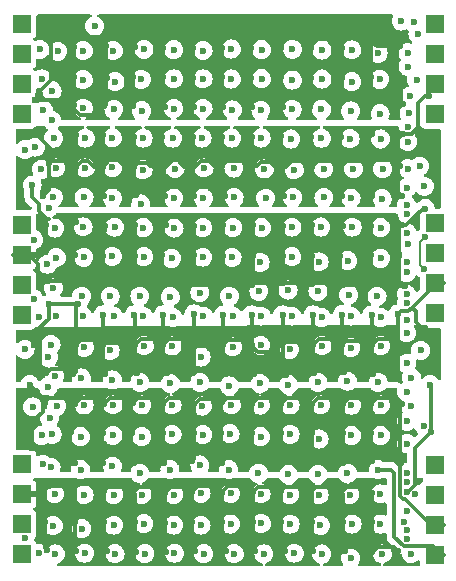
<source format=gbr>
%TF.GenerationSoftware,KiCad,Pcbnew,8.0.2*%
%TF.CreationDate,2024-06-26T19:14:06+02:00*%
%TF.ProjectId,PixelDisplay,50697865-6c44-4697-9370-6c61792e6b69,rev?*%
%TF.SameCoordinates,Original*%
%TF.FileFunction,Copper,L4,Bot*%
%TF.FilePolarity,Positive*%
%FSLAX46Y46*%
G04 Gerber Fmt 4.6, Leading zero omitted, Abs format (unit mm)*
G04 Created by KiCad (PCBNEW 8.0.2) date 2024-06-26 19:14:06*
%MOMM*%
%LPD*%
G01*
G04 APERTURE LIST*
%TA.AperFunction,CastellatedPad*%
%ADD10R,1.500000X1.500000*%
%TD*%
%TA.AperFunction,ViaPad*%
%ADD11C,0.600000*%
%TD*%
%TA.AperFunction,Conductor*%
%ADD12C,0.300000*%
%TD*%
%TA.AperFunction,Conductor*%
%ADD13C,0.200000*%
%TD*%
G04 APERTURE END LIST*
D10*
%TO.P,J6,1,Pin_1*%
%TO.N,Vdd_str6*%
X135100000Y-83540000D03*
%TO.P,J6,2,Pin_2*%
%TO.N,Vss_str6*%
X135100000Y-86080000D03*
%TO.P,J6,3,Pin_3*%
%TO.N,din_led_pwm_6*%
X135100000Y-88620000D03*
%TO.P,J6,4,Pin_4*%
%TO.N,dout_led_pwm_6*%
X135100000Y-91160000D03*
%TD*%
%TO.P,J5,1,Pin_1*%
%TO.N,Vdd_str5*%
X170100000Y-91190000D03*
%TO.P,J5,2,Pin_2*%
%TO.N,Vss_str5*%
X170100000Y-88650000D03*
%TO.P,J5,3,Pin_3*%
%TO.N,din_led_pwm_5*%
X170100000Y-86110000D03*
%TO.P,J5,4,Pin_4*%
%TO.N,dout_led_pwm_5*%
X170100000Y-83570000D03*
%TD*%
%TO.P,J2,1,Pin_1*%
%TO.N,Vdd_str2*%
X170100000Y-53880000D03*
%TO.P,J2,2,Pin_2*%
%TO.N,Vss_str2*%
X170100000Y-51340000D03*
%TO.P,J2,3,Pin_3*%
%TO.N,din_led_pwm_2*%
X170100000Y-48800000D03*
%TO.P,J2,4,Pin_4*%
%TO.N,dout_led_pwm_2*%
X170100000Y-46260000D03*
%TD*%
%TO.P,J3,1,Pin_1*%
%TO.N,Vdd_str3*%
X135100000Y-63260000D03*
%TO.P,J3,2,Pin_2*%
%TO.N,Vss_str3*%
X135100000Y-65800000D03*
%TO.P,J3,3,Pin_3*%
%TO.N,din_led_pwm_3*%
X135100000Y-68340000D03*
%TO.P,J3,4,Pin_4*%
%TO.N,dout_led_pwm_3*%
X135100000Y-70880000D03*
%TD*%
%TO.P,J4,1,Pin_1*%
%TO.N,Vdd_str4*%
X170100500Y-70760000D03*
%TO.P,J4,2,Pin_2*%
%TO.N,Vss_str4*%
X170100500Y-68220000D03*
%TO.P,J4,3,Pin_3*%
%TO.N,din_led_pwm_4*%
X170100500Y-65680000D03*
%TO.P,J4,4,Pin_4*%
%TO.N,dout_led_pwm_4*%
X170100500Y-63140000D03*
%TD*%
%TO.P,J1,1,Pin_1*%
%TO.N,Vdd_str1*%
X135100000Y-46290000D03*
%TO.P,J1,2,Pin_2*%
%TO.N,Vss_str1*%
X135100000Y-48830000D03*
%TO.P,J1,3,Pin_3*%
%TO.N,din_led_pwm_1*%
X135100000Y-51370000D03*
%TO.P,J1,4,Pin_4*%
%TO.N,dout_led_pwm_1*%
X135100000Y-53910000D03*
%TD*%
D11*
%TO.N,Vss_str1*%
X136251352Y-52736215D03*
X164800000Y-53050000D03*
X144730000Y-48170000D03*
X154513213Y-48296785D03*
X147068722Y-50761278D03*
X152160000Y-53280000D03*
X152060000Y-48299998D03*
X154610000Y-53260000D03*
X147040000Y-48299998D03*
X159610000Y-50809498D03*
X139520000Y-48230000D03*
X159510000Y-53250000D03*
X142120000Y-53240000D03*
X157262876Y-53321230D03*
X157060000Y-48299998D03*
X139544108Y-50765892D03*
X157101876Y-50755459D03*
X161990000Y-53250000D03*
X149721439Y-53320179D03*
X137630139Y-46770139D03*
X142324906Y-50840944D03*
X139560000Y-53090000D03*
X167156946Y-48140000D03*
X144523851Y-50726149D03*
X152083465Y-50756535D03*
X162200000Y-48299998D03*
X149580000Y-50809498D03*
X167390000Y-53060000D03*
X154514821Y-50807890D03*
X149580000Y-48299998D03*
X137643987Y-50801324D03*
X142230000Y-48120000D03*
X167390000Y-50809498D03*
X162232951Y-50809498D03*
X159610000Y-48299998D03*
X164900000Y-47830000D03*
X147230000Y-53290000D03*
X164690000Y-50770000D03*
X144500000Y-53230000D03*
%TO.N,Vdd_str1*%
X137682414Y-51910092D03*
X147979252Y-53419002D03*
X155420000Y-48440000D03*
X137674952Y-54422866D03*
X152960000Y-53540000D03*
X147990000Y-48440000D03*
X143013469Y-51138238D03*
X142872411Y-48507055D03*
X147990000Y-50909502D03*
X150466552Y-53418448D03*
X155370000Y-53560000D03*
X150469164Y-50909070D03*
X165419386Y-50944642D03*
X145270000Y-53610000D03*
X168559138Y-51000000D03*
X142924906Y-53470000D03*
X152860000Y-50920000D03*
X141290000Y-46430000D03*
X150470000Y-48510000D03*
X145470000Y-48400002D03*
X158030000Y-51010000D03*
X155419857Y-50900714D03*
X160540000Y-50920000D03*
X167240000Y-46020000D03*
X163060000Y-51150000D03*
X158030000Y-48400002D03*
X165290000Y-48740000D03*
X140329291Y-53402548D03*
X160540000Y-48470000D03*
X140330000Y-50980000D03*
X167910000Y-53840000D03*
X163060000Y-48450000D03*
X158020000Y-53470000D03*
X140330000Y-48510000D03*
X138179999Y-48577539D03*
X145240944Y-50945880D03*
X162970000Y-53620000D03*
X152860000Y-48380000D03*
X167800000Y-48691706D03*
X160490000Y-53500000D03*
X165460000Y-53860000D03*
%TO.N,Vdd_str2*%
X140500000Y-55930202D03*
X150395672Y-55920456D03*
X137817043Y-55917043D03*
X142796172Y-58408961D03*
X167707114Y-61600000D03*
X137791612Y-60923993D03*
X148000000Y-61000000D03*
X167808379Y-56212466D03*
X165640334Y-61050790D03*
X152895707Y-55918279D03*
X155775547Y-61024453D03*
X160675161Y-58524839D03*
X163200000Y-58500000D03*
X142800000Y-61000000D03*
X158065547Y-60949202D03*
X140500000Y-58439702D03*
X138000000Y-58439702D03*
X140394307Y-60945759D03*
X160498053Y-55929205D03*
X153080398Y-58459304D03*
X145400000Y-58600000D03*
X160700000Y-60949202D03*
X148100000Y-58500000D03*
X157900000Y-56000000D03*
X145396008Y-55924204D03*
X165684904Y-58515096D03*
X155665418Y-58534582D03*
X147895777Y-55922434D03*
X153100000Y-60949202D03*
X145200000Y-61500000D03*
X162920386Y-55978025D03*
X155395892Y-55915910D03*
X150500000Y-61000000D03*
X142799666Y-55900881D03*
X167845643Y-58511685D03*
X150555675Y-58444325D03*
X163000000Y-61000000D03*
X165500000Y-56000000D03*
X158200000Y-58600000D03*
X135400000Y-56900000D03*
%TO.N,Vss_str2*%
X144800000Y-60700000D03*
X147278854Y-60793958D03*
X139700000Y-55700000D03*
X164800000Y-55600000D03*
X154700000Y-60849198D03*
X154608009Y-55791991D03*
X149700000Y-60800000D03*
X152309386Y-60863045D03*
X149600000Y-58339698D03*
X149600000Y-55800000D03*
X162100000Y-58339698D03*
X136900000Y-60800000D03*
X147000000Y-55830198D03*
X142000000Y-55700000D03*
X164507851Y-58292149D03*
X164806189Y-60853060D03*
X159700000Y-60700000D03*
X142078854Y-60793958D03*
X167390000Y-55590000D03*
X169640000Y-52380000D03*
X136400000Y-55700000D03*
X139900000Y-60000000D03*
X144600000Y-58339698D03*
X152100000Y-58300000D03*
X137390000Y-58000000D03*
X144600000Y-55830198D03*
X157059325Y-55733517D03*
X167130000Y-58287277D03*
X142000000Y-58339698D03*
X159600000Y-55830198D03*
X159700000Y-58339698D03*
X167305181Y-60851774D03*
X154608009Y-58300000D03*
X139707281Y-58343372D03*
X147000000Y-58339698D03*
X162170390Y-55830198D03*
X157320743Y-60861058D03*
X152100000Y-55830198D03*
X162259708Y-60849741D03*
X157059325Y-58339698D03*
X169800000Y-56800000D03*
%TO.N,Vss_str3*%
X142000000Y-65869898D03*
X169300000Y-61900000D03*
X139650000Y-65860000D03*
X152200099Y-65869901D03*
X157200000Y-63360398D03*
X142203684Y-63362562D03*
X157200000Y-68200000D03*
X157200000Y-65869898D03*
X147300000Y-63300000D03*
X167563741Y-68413826D03*
X164700000Y-63360398D03*
X167300000Y-63300000D03*
X149701070Y-65800000D03*
X162100000Y-65869898D03*
X167100000Y-65869898D03*
X152200000Y-63300000D03*
X136000110Y-59900000D03*
X162326285Y-63369221D03*
X147000000Y-65800000D03*
X144700000Y-63300000D03*
X147200000Y-68300000D03*
X154600000Y-68379398D03*
X139600000Y-68379398D03*
X164802116Y-68382742D03*
X142200000Y-68300000D03*
X152200000Y-68300000D03*
X144700000Y-68300000D03*
X159700000Y-63300000D03*
X159700000Y-68300000D03*
X154700000Y-63300000D03*
X149800000Y-68300000D03*
X164700000Y-65800000D03*
X162321353Y-68387259D03*
X139700000Y-63000000D03*
X144702109Y-65871092D03*
X137200000Y-63300000D03*
X159700000Y-65869898D03*
X154700000Y-65869898D03*
X149701070Y-63360565D03*
X137350000Y-68000000D03*
%TO.N,Vdd_str3*%
X155300000Y-66450000D03*
X147700000Y-69350000D03*
X145421146Y-63506042D03*
X137911515Y-63537172D03*
X157997215Y-63459916D03*
X147800000Y-66100000D03*
X165200000Y-69300000D03*
X155200000Y-68900000D03*
X145119364Y-69300000D03*
X152933063Y-66028857D03*
X137800000Y-68600000D03*
X148011515Y-63537171D03*
X169200000Y-60000000D03*
X160300000Y-66400000D03*
X157993409Y-65969222D03*
X138050000Y-66033803D03*
X160434715Y-63450656D03*
X145445566Y-65969960D03*
X167707114Y-69149997D03*
X162709566Y-66306857D03*
X152700000Y-69300000D03*
X167721107Y-63920623D03*
X153000000Y-63500000D03*
X140383987Y-66014166D03*
X142980697Y-63460402D03*
X150436579Y-63507297D03*
X160200000Y-68900000D03*
X155421146Y-63506042D03*
X157668523Y-68785653D03*
X150436579Y-66000000D03*
X140200000Y-69300000D03*
X142609614Y-69300000D03*
X163099898Y-63460504D03*
X165500000Y-63500000D03*
X150200000Y-69000000D03*
X162800000Y-69200000D03*
X140316542Y-63440199D03*
X165500000Y-66100000D03*
X142785385Y-65934805D03*
X167707114Y-66400000D03*
%TO.N,Vdd_str4*%
X167705234Y-71299520D03*
X160536085Y-73504857D03*
X145119364Y-76600000D03*
X138000000Y-71000000D03*
X142900000Y-71000000D03*
X168100000Y-76200000D03*
X165500000Y-71100000D03*
X147839817Y-73523280D03*
X160200000Y-76600000D03*
X137911515Y-76037171D03*
X153000000Y-73600000D03*
X160500000Y-71100000D03*
X135400000Y-73800000D03*
X145400000Y-71000000D03*
X157800000Y-73800000D03*
X165300000Y-76600000D03*
X140170823Y-76235411D03*
X147900000Y-71100000D03*
X155400000Y-71000000D03*
X140411515Y-73637171D03*
X152700000Y-76900000D03*
X155346722Y-73470069D03*
X157700000Y-76800000D03*
X155300000Y-76700000D03*
X162978474Y-73662868D03*
X165510918Y-73501483D03*
X137600000Y-73400000D03*
X163000000Y-71000000D03*
X145500000Y-73500102D03*
X142609614Y-73900000D03*
X158000000Y-71000000D03*
X162700000Y-76500000D03*
X150300000Y-74461149D03*
X142800000Y-76400000D03*
X150500000Y-71000000D03*
X140300000Y-71000000D03*
X168900000Y-73900000D03*
X147700000Y-76700000D03*
X153000000Y-71000000D03*
X150200000Y-76600000D03*
%TO.N,Vss_str4*%
X159792785Y-73404806D03*
X136200000Y-73400000D03*
X137200000Y-75800000D03*
X139900000Y-70000000D03*
X152400000Y-75600000D03*
X154600000Y-70890598D03*
X167023834Y-73358754D03*
X157200000Y-70890598D03*
X144649997Y-70890598D03*
X137400000Y-70000000D03*
X162400000Y-75700000D03*
X162275417Y-73401689D03*
X152200030Y-73400000D03*
X164763230Y-70890878D03*
X154600000Y-73400000D03*
X144708593Y-73401812D03*
X144900000Y-75800000D03*
X162260202Y-70876700D03*
X149600000Y-75800000D03*
X167027790Y-75872210D03*
X159900000Y-75800000D03*
X139700000Y-73400000D03*
X169267172Y-72012929D03*
X154800000Y-75900000D03*
X164767737Y-73400560D03*
X147400000Y-75800000D03*
X159778906Y-70893503D03*
X157500000Y-76000000D03*
X166982589Y-70808009D03*
X142000000Y-73400000D03*
X164900000Y-75900000D03*
X157200000Y-73300000D03*
X142200000Y-75900000D03*
X142000000Y-70890598D03*
X147100000Y-70890598D03*
X149700000Y-70800000D03*
X139500000Y-75900000D03*
X147100000Y-73400098D03*
X149703171Y-73400326D03*
X152200030Y-70890601D03*
%TO.N,Net-(ICled2-DI)*%
X136960000Y-53570000D03*
X167800000Y-49890000D03*
%TO.N,Net-(ICled1-DI)*%
X136800000Y-50909502D03*
X168658737Y-47098253D03*
%TO.N,Net-(ICled41-DI)*%
X168800000Y-58300000D03*
X137400000Y-61800000D03*
%TO.N,Vdd_str5*%
X142842465Y-81100000D03*
X165300000Y-84000000D03*
X160441526Y-78512442D03*
X137600000Y-83800000D03*
X145119364Y-84300000D03*
X142800000Y-83700000D03*
X168035570Y-78609069D03*
X160300000Y-81400000D03*
X137700000Y-81000000D03*
X165498004Y-81100000D03*
X152752732Y-80957185D03*
X155339798Y-81200000D03*
X145275981Y-81200000D03*
X155158364Y-84300000D03*
X147845744Y-81010084D03*
X140099864Y-83985653D03*
X157700000Y-84400000D03*
X140397933Y-78517795D03*
X157849418Y-81000303D03*
X152648614Y-84000000D03*
X147845247Y-78505120D03*
X138090747Y-78609253D03*
X162700000Y-84300000D03*
X136045671Y-78673496D03*
X157846185Y-78519383D03*
X150421146Y-78606042D03*
X142842465Y-78506066D03*
X150200000Y-83600000D03*
X155339798Y-78523300D03*
X167707114Y-81800000D03*
X163039222Y-78526703D03*
X167707114Y-84249997D03*
X160200000Y-84400000D03*
X147668523Y-83985653D03*
X140100000Y-81200000D03*
X163039222Y-81100000D03*
X165498004Y-78518086D03*
X150445629Y-81028335D03*
X145275981Y-78516564D03*
X152869483Y-78501876D03*
%TO.N,Vss_str5*%
X164700000Y-78420798D03*
X144603590Y-83396410D03*
X152003339Y-80926959D03*
X164800000Y-83300000D03*
X159711647Y-83439798D03*
X149702036Y-80930492D03*
X147200000Y-83400000D03*
X142000000Y-83400000D03*
X157102690Y-78420798D03*
X167107114Y-80900000D03*
X147100000Y-78420798D03*
X167308816Y-78423779D03*
X137300000Y-77900000D03*
X141968690Y-80930298D03*
X152100000Y-78300000D03*
X149700000Y-78400000D03*
X149500000Y-83300000D03*
X144543190Y-78356810D03*
X154600000Y-78400000D03*
X154600000Y-80930298D03*
X162300000Y-83400000D03*
X167200000Y-83400000D03*
X139600000Y-83400000D03*
X159700000Y-80900000D03*
X139328964Y-80801334D03*
X139600000Y-78400000D03*
X154600000Y-83400000D03*
X162300000Y-80900000D03*
X136000000Y-82200000D03*
X144423565Y-80876435D03*
X147100000Y-80930298D03*
X157102690Y-80930298D03*
X164700000Y-80930298D03*
X142100000Y-78400000D03*
X135800000Y-76800000D03*
X157200000Y-83400000D03*
X159700000Y-78400000D03*
X162300000Y-78400000D03*
X152100000Y-83400000D03*
%TO.N,Vdd_str6*%
X143021146Y-91106042D03*
X157800000Y-86100000D03*
X160409617Y-88703290D03*
X157839031Y-88607819D03*
X168457784Y-86090745D03*
X140400000Y-86100000D03*
X152798083Y-86003851D03*
X155404208Y-88548281D03*
X142900000Y-88700000D03*
X148053464Y-91070002D03*
X160300000Y-86100000D03*
X140200000Y-89000000D03*
X150296337Y-86007738D03*
X145459518Y-88560394D03*
X165652148Y-91117854D03*
X137895100Y-86048744D03*
X168100000Y-91100000D03*
X150521146Y-91106042D03*
X145543899Y-91106909D03*
X165494318Y-88600000D03*
X152798083Y-88600000D03*
X169200000Y-80300000D03*
X137796559Y-88738543D03*
X142900000Y-86100000D03*
X167707261Y-89140778D03*
X155616605Y-91121311D03*
X163100000Y-88600000D03*
X162900000Y-86100000D03*
X145300000Y-86100000D03*
X153121146Y-91106042D03*
X158200000Y-91070002D03*
X165494318Y-86047864D03*
X162968523Y-91485653D03*
X147987427Y-88687023D03*
X160511515Y-91137171D03*
X140441242Y-91069919D03*
X150296337Y-88700000D03*
X137970823Y-91135411D03*
X155390421Y-86035271D03*
X148000000Y-86100000D03*
%TO.N,Net-(ICled116-DO)*%
X136125166Y-69539297D03*
X167800000Y-64900000D03*
%TO.N,Vss_str6*%
X142100000Y-85800000D03*
X137400000Y-85400000D03*
X152048096Y-85950998D03*
X139600000Y-88400000D03*
X144803016Y-90990305D03*
X152400000Y-90900000D03*
X159700000Y-88460498D03*
X157400000Y-90900000D03*
X167500000Y-88400000D03*
X166994965Y-90905035D03*
X137300000Y-90800000D03*
X162160202Y-85950998D03*
X157103640Y-85821455D03*
X139700000Y-90900000D03*
X164746091Y-88460498D03*
X164803322Y-90973491D03*
X159800000Y-90900000D03*
X169800000Y-80800000D03*
X142300000Y-90900000D03*
X152048096Y-88400000D03*
X154659360Y-88460498D03*
X149558283Y-88400000D03*
X164746091Y-85950998D03*
X149800000Y-90900000D03*
X159579316Y-85892350D03*
X167727364Y-85920483D03*
X162500000Y-90900000D03*
X162300000Y-88400000D03*
X144713550Y-88462673D03*
X142100000Y-88460498D03*
X144560202Y-85950998D03*
X147269603Y-88469691D03*
X137100000Y-88460498D03*
X154659360Y-85867778D03*
X139900000Y-85200000D03*
X147303582Y-90987555D03*
X147263381Y-85958960D03*
X157103640Y-88460498D03*
X169700000Y-76800000D03*
X154900000Y-90900000D03*
X149558283Y-85874396D03*
%TO.N,Net-(ICled119-DI)*%
X167707114Y-72400000D03*
X137362778Y-76989748D03*
%TO.N,din_led_pwm_1*%
X136637651Y-48400000D03*
%TO.N,Net-(ICled158-DI)*%
X136896580Y-83539800D03*
X167707114Y-79900000D03*
%TO.N,Net-(ICled197-DI)*%
X136550002Y-91070002D03*
X167707114Y-87500000D03*
%TO.N,Net-(ICled40-DI)*%
X167858523Y-54960000D03*
X136790000Y-58570000D03*
%TO.N,dout_led_pwm_1*%
X167959138Y-52388716D03*
%TO.N,din_led_pwm_2*%
X136262468Y-56693799D03*
%TO.N,dout_led_pwm_2*%
X167707114Y-60130000D03*
X168310000Y-46130000D03*
%TO.N,Net-(ICled118-DI)*%
X137369657Y-74482546D03*
X167707114Y-69900000D03*
%TO.N,din_led_pwm_3*%
X136122004Y-64521928D03*
%TO.N,Net-(ICled115-DO)*%
X137300000Y-66600000D03*
X167771245Y-62347255D03*
%TO.N,dout_led_pwm_3*%
X167705343Y-67299525D03*
%TO.N,Net-(ICled157-DI)*%
X136800000Y-81100000D03*
X167707114Y-77400000D03*
%TO.N,din_led_pwm_5*%
X137491885Y-79600723D03*
%TO.N,din_led_pwm_4*%
X136550002Y-71100000D03*
%TO.N,dout_led_pwm_4*%
X167707114Y-75000000D03*
X169197114Y-66978552D03*
X169300000Y-64300000D03*
%TO.N,Net-(ICled196-DI)*%
X167707114Y-85000000D03*
X135402182Y-89820000D03*
%TO.N,dout_led_pwm_6*%
X167705401Y-89890778D03*
%TD*%
D12*
%TO.N,Vss_str3*%
X136500000Y-67150000D02*
X137350000Y-68000000D01*
X134350000Y-65800000D02*
X135700000Y-65800000D01*
X135700000Y-65800000D02*
X136500000Y-66600000D01*
X136500000Y-66600000D02*
X136500000Y-67150000D01*
%TO.N,Vdd_str5*%
X170600000Y-91190000D02*
X169910000Y-90500000D01*
X170850000Y-91190000D02*
X170600000Y-91190000D01*
%TO.N,Vss_str5*%
X169705642Y-88650000D02*
X169477821Y-88422179D01*
X170850000Y-88650000D02*
X169705642Y-88650000D01*
X169477821Y-88422179D02*
X167576126Y-86520483D01*
X169705643Y-88650000D02*
X169477821Y-88422179D01*
%TO.N,Vss_str4*%
X170850500Y-68220000D02*
X170235642Y-68220000D01*
X170235642Y-68220000D02*
X169372821Y-69082821D01*
X169372821Y-69082821D02*
X168177821Y-70277821D01*
X170235643Y-68220000D02*
X169372821Y-69082821D01*
%TO.N,Vss_str1*%
X142120000Y-53240000D02*
X141357452Y-54002548D01*
X142270000Y-53030000D02*
X142270000Y-53090000D01*
X162200000Y-48299998D02*
X162200000Y-53040000D01*
X162200000Y-53040000D02*
X161990000Y-53250000D01*
X154513213Y-48296785D02*
X154513213Y-53163213D01*
X137579999Y-50737336D02*
X137579999Y-46820279D01*
X167390000Y-53060000D02*
X167380000Y-53060000D01*
X142270000Y-53090000D02*
X142120000Y-53240000D01*
X144500000Y-48400000D02*
X144500000Y-53230000D01*
X165210000Y-48140000D02*
X164900000Y-47830000D01*
X159610000Y-48299998D02*
X159610000Y-53150000D01*
X167250000Y-52930000D02*
X167250000Y-50660000D01*
X139560000Y-53090000D02*
X139206215Y-52736215D01*
X142270000Y-48540000D02*
X142270000Y-53030000D01*
X147040000Y-48299998D02*
X147040000Y-53100000D01*
X164900000Y-47830000D02*
X164690000Y-48040000D01*
X137579999Y-46820279D02*
X137630139Y-46770139D01*
X139560000Y-53481786D02*
X139560000Y-53090000D01*
X152060000Y-53180000D02*
X152160000Y-53280000D01*
X137643987Y-50801324D02*
X139508676Y-50801324D01*
X167250000Y-50660000D02*
X166860000Y-50270000D01*
X164690000Y-48880000D02*
X164690000Y-50770000D01*
X139508676Y-50801324D02*
X139544108Y-50765892D01*
X137643987Y-50801324D02*
X137579999Y-50737336D01*
X138060139Y-46770139D02*
X139520000Y-48230000D01*
X152060000Y-48299998D02*
X152060000Y-53180000D01*
X139520000Y-48230000D02*
X139520000Y-53050000D01*
X141357452Y-54002548D02*
X140080762Y-54002548D01*
X167380000Y-53060000D02*
X167250000Y-52930000D01*
X139520000Y-53050000D02*
X139560000Y-53090000D01*
X164690000Y-48040000D02*
X164690000Y-48880000D01*
X137643987Y-50956013D02*
X137643987Y-50801324D01*
X140080762Y-54002548D02*
X139560000Y-53481786D01*
X157060000Y-53118354D02*
X157262876Y-53321230D01*
X166860000Y-50270000D02*
X166860000Y-48436946D01*
X136400000Y-52200000D02*
X137643987Y-50956013D01*
X164690000Y-52940000D02*
X164800000Y-53050000D01*
X136400000Y-52587567D02*
X136400000Y-52200000D01*
X154513213Y-53163213D02*
X154610000Y-53260000D01*
X157060000Y-48299998D02*
X157060000Y-53118354D01*
X142230000Y-48500000D02*
X142270000Y-48540000D01*
X159610000Y-53150000D02*
X159510000Y-53250000D01*
X149580000Y-53178740D02*
X149721439Y-53320179D01*
X142230000Y-48120000D02*
X142230000Y-48500000D01*
X137630139Y-46770139D02*
X138060139Y-46770139D01*
X144730000Y-48170000D02*
X144500000Y-48400000D01*
X164690000Y-50770000D02*
X164690000Y-52940000D01*
X139206215Y-52736215D02*
X136251352Y-52736215D01*
X136251352Y-52736215D02*
X136400000Y-52587567D01*
X166860000Y-48436946D02*
X167156946Y-48140000D01*
X149580000Y-48299998D02*
X149580000Y-53178740D01*
X167156946Y-48140000D02*
X165210000Y-48140000D01*
X147040000Y-53100000D02*
X147230000Y-53290000D01*
%TO.N,Vdd_str1*%
X160540000Y-53450000D02*
X160490000Y-53500000D01*
%TO.N,Vss_str2*%
X157900000Y-57900000D02*
X157460302Y-58339698D01*
X142530737Y-57808961D02*
X142000000Y-58339698D01*
X152100000Y-55830198D02*
X152100000Y-58300000D01*
X157059325Y-58339698D02*
X156539698Y-58339698D01*
X147000000Y-55830198D02*
X147000000Y-60500000D01*
X157400000Y-60900000D02*
X157361058Y-60861058D01*
X137550298Y-57839702D02*
X137390000Y-58000000D01*
X168140000Y-55560000D02*
X167420000Y-55560000D01*
X139139702Y-57839702D02*
X137550298Y-57839702D01*
X149811773Y-58339698D02*
X149600000Y-58339698D01*
X147000000Y-60500000D02*
X147293958Y-60793958D01*
X166500000Y-57800000D02*
X165000000Y-57800000D01*
X150307146Y-57844325D02*
X149811773Y-58339698D01*
X154608009Y-58300000D02*
X154608009Y-60808009D01*
X143839698Y-58339698D02*
X143308961Y-57808961D01*
X149600000Y-60300000D02*
X149600000Y-60700000D01*
X149600000Y-58339698D02*
X148839698Y-58339698D01*
X142000000Y-60715104D02*
X142078854Y-60793958D01*
X164500000Y-56800000D02*
X164500000Y-60546871D01*
X168660000Y-52970000D02*
X168660000Y-54460000D01*
X164800000Y-55600000D02*
X164500000Y-55900000D01*
X157460302Y-58339698D02*
X157059325Y-58339698D01*
X159600000Y-55830198D02*
X159600000Y-56200000D01*
X139707281Y-58343372D02*
X139643372Y-58343372D01*
X159700000Y-56300000D02*
X159700000Y-60700000D01*
X136400000Y-55700000D02*
X137390000Y-56690000D01*
X167390000Y-55590000D02*
X167000000Y-55980000D01*
X164500000Y-55900000D02*
X164500000Y-56800000D01*
X162100000Y-58339698D02*
X161939698Y-58339698D01*
X160139698Y-57900000D02*
X159700000Y-58339698D01*
X169640000Y-52380000D02*
X169250000Y-52380000D01*
X162600000Y-57900000D02*
X164115702Y-57900000D01*
X152309386Y-60890614D02*
X152309386Y-60863045D01*
X162100000Y-60700000D02*
X162259708Y-60859708D01*
X139643372Y-58343372D02*
X139139702Y-57839702D01*
X146300000Y-58300000D02*
X146000000Y-58300000D01*
X149600000Y-60700000D02*
X149700000Y-60800000D01*
X156539698Y-58339698D02*
X156134582Y-57934582D01*
X154608009Y-55791991D02*
X154608009Y-58300000D01*
X140748529Y-57839702D02*
X140210951Y-57839702D01*
X148500000Y-58000000D02*
X148500000Y-57800000D01*
X152540696Y-57859304D02*
X152100000Y-58300000D01*
X159000000Y-57900000D02*
X157900000Y-57900000D01*
X155051471Y-58300000D02*
X154608009Y-58300000D01*
X167000000Y-57900000D02*
X167000000Y-60546593D01*
X162100000Y-55900588D02*
X162100000Y-60700000D01*
X144600000Y-60500000D02*
X144800000Y-60700000D01*
X152300000Y-60900000D02*
X152309386Y-60890614D01*
X148500000Y-57800000D02*
X147900000Y-57800000D01*
X137390000Y-58000000D02*
X137390000Y-60310000D01*
X142000000Y-58339698D02*
X141248525Y-58339698D01*
X162170390Y-55830198D02*
X162100000Y-55900588D01*
X155416889Y-57934582D02*
X155051471Y-58300000D01*
X147293958Y-60793958D02*
X147278854Y-60793958D01*
X167000000Y-60546593D02*
X167305181Y-60851774D01*
X164500000Y-60546871D02*
X164806189Y-60853060D01*
X157059325Y-55733517D02*
X157059325Y-60559325D01*
X166987277Y-58287277D02*
X166500000Y-57800000D01*
X144600000Y-58339698D02*
X143839698Y-58339698D01*
X151400000Y-58300000D02*
X150944325Y-57844325D01*
X161500000Y-57900000D02*
X160139698Y-57900000D01*
X143308961Y-57808961D02*
X142530737Y-57808961D01*
X152100000Y-60700000D02*
X152300000Y-60900000D01*
X169800000Y-56800000D02*
X168350000Y-55350000D01*
X154700000Y-60900000D02*
X154700000Y-60849198D01*
X162100000Y-58339698D02*
X162160302Y-58339698D01*
X152100000Y-58300000D02*
X152100000Y-60700000D01*
X164115702Y-57900000D02*
X164507851Y-58292149D01*
X154608009Y-60808009D02*
X154700000Y-60900000D01*
X139700000Y-59800000D02*
X139900000Y-60000000D01*
X159439698Y-58339698D02*
X159000000Y-57900000D01*
X161939698Y-58339698D02*
X161500000Y-57900000D01*
X142000000Y-55700000D02*
X142000000Y-60715104D01*
X154167313Y-57859304D02*
X152540696Y-57859304D01*
X150944325Y-57844325D02*
X150307146Y-57844325D01*
X137390000Y-60310000D02*
X136900000Y-60800000D01*
X148839698Y-58339698D02*
X148500000Y-58000000D01*
X157059325Y-60559325D02*
X157400000Y-60900000D01*
X140210951Y-57839702D02*
X139707281Y-58343372D01*
X147000000Y-58339698D02*
X146339698Y-58339698D01*
X167130000Y-58287277D02*
X166987277Y-58287277D01*
X152100000Y-58300000D02*
X151400000Y-58300000D01*
X159600000Y-56200000D02*
X159700000Y-56300000D01*
X146339698Y-58339698D02*
X146300000Y-58300000D01*
X154608009Y-58300000D02*
X154167313Y-57859304D01*
X147360302Y-58339698D02*
X147000000Y-58339698D01*
X137390000Y-56690000D02*
X137390000Y-58000000D01*
X147900000Y-57800000D02*
X147360302Y-58339698D01*
X168660000Y-55040000D02*
X168350000Y-55350000D01*
X141248525Y-58339698D02*
X140748529Y-57839702D01*
X162259708Y-60859708D02*
X162259708Y-60849741D01*
X139700000Y-55700000D02*
X139700000Y-59800000D01*
X144939698Y-58000000D02*
X144600000Y-58339698D01*
X168660000Y-54460000D02*
X168660000Y-55040000D01*
X159700000Y-58339698D02*
X159439698Y-58339698D01*
X144600000Y-55830198D02*
X144600000Y-60200000D01*
X149600000Y-55800000D02*
X149600000Y-60300000D01*
X145700000Y-58000000D02*
X144939698Y-58000000D01*
X169250000Y-52380000D02*
X168660000Y-52970000D01*
X167420000Y-55560000D02*
X167390000Y-55590000D01*
X157361058Y-60861058D02*
X157320743Y-60861058D01*
X167000000Y-55980000D02*
X167000000Y-57900000D01*
X162160302Y-58339698D02*
X162600000Y-57900000D01*
X144600000Y-60200000D02*
X144600000Y-60500000D01*
X146000000Y-58300000D02*
X145700000Y-58000000D01*
X168350000Y-55350000D02*
X168140000Y-55560000D01*
X165000000Y-57800000D02*
X164507851Y-58292149D01*
X156134582Y-57934582D02*
X155416889Y-57934582D01*
%TO.N,Vss_str3*%
X142203684Y-63362562D02*
X142203684Y-63696316D01*
X139600000Y-68379398D02*
X139220602Y-68000000D01*
X136600000Y-62100000D02*
X137200000Y-62700000D01*
X149701070Y-65800000D02*
X149701070Y-68201070D01*
X169300000Y-61900000D02*
X169067029Y-61900000D01*
X139400000Y-66600000D02*
X139400000Y-68179398D01*
X139679398Y-68300000D02*
X139600000Y-68379398D01*
X162119747Y-68185653D02*
X154793745Y-68185653D01*
X136400000Y-65700000D02*
X137200000Y-64900000D01*
X139400000Y-63300000D02*
X139400000Y-66100000D01*
X164805460Y-68379398D02*
X164802116Y-68382742D01*
X154700000Y-68279398D02*
X154600000Y-68379398D01*
X139400000Y-66100000D02*
X139400000Y-66600000D01*
X147300000Y-63300000D02*
X147000000Y-63600000D01*
X162187259Y-68387259D02*
X162321353Y-68387259D01*
X149701070Y-68201070D02*
X149800000Y-68300000D01*
X139650000Y-65860000D02*
X139640000Y-65860000D01*
X147000000Y-68100000D02*
X147200000Y-68300000D01*
X164700000Y-65800000D02*
X164700000Y-68280626D01*
X167667029Y-63300000D02*
X167300000Y-63300000D01*
X136600000Y-61500000D02*
X136600000Y-62100000D01*
X167100000Y-63500000D02*
X167100000Y-67900000D01*
X144700000Y-68300000D02*
X139679398Y-68300000D01*
X137200000Y-63300000D02*
X137200000Y-64900000D01*
X164802116Y-68382742D02*
X162325870Y-68382742D01*
X154600000Y-68379398D02*
X149879398Y-68379398D01*
X157200000Y-63360398D02*
X157200000Y-68200000D01*
X162325870Y-68382742D02*
X162321353Y-68387259D01*
X147000000Y-63800000D02*
X147000000Y-65800000D01*
X136000110Y-59900000D02*
X136000110Y-60900110D01*
X147000000Y-65800000D02*
X147000000Y-68100000D01*
X162100000Y-63595506D02*
X162100000Y-68300000D01*
X167100000Y-67900000D02*
X167100000Y-68279398D01*
X154700000Y-63300000D02*
X154700000Y-68279398D01*
X134600000Y-65700000D02*
X136400000Y-65700000D01*
X136000110Y-60900110D02*
X136600000Y-61500000D01*
X167563741Y-68413826D02*
X167234428Y-68413826D01*
X167100000Y-68279398D02*
X167200000Y-68379398D01*
X142000000Y-68100000D02*
X142200000Y-68300000D01*
X162100000Y-68300000D02*
X162187259Y-68387259D01*
X144700000Y-63300000D02*
X144700000Y-68300000D01*
X142203684Y-63696316D02*
X142203684Y-63796316D01*
X154793745Y-68185653D02*
X154600000Y-68379398D01*
X167200000Y-68379398D02*
X164805460Y-68379398D01*
X137200000Y-62700000D02*
X137200000Y-63300000D01*
X142000000Y-64000000D02*
X142000000Y-68100000D01*
X139640000Y-65860000D02*
X139400000Y-66100000D01*
X164700000Y-68280626D02*
X164802116Y-68382742D01*
X152200000Y-63300000D02*
X152200000Y-68300000D01*
X159700000Y-63300000D02*
X159700000Y-68300000D01*
X149879398Y-68379398D02*
X149800000Y-68300000D01*
X149701070Y-63360565D02*
X149701070Y-65800000D01*
X164700000Y-63360398D02*
X164700000Y-65800000D01*
X147000000Y-63600000D02*
X147000000Y-63800000D01*
X149800000Y-68300000D02*
X144700000Y-68300000D01*
X142203684Y-63796316D02*
X142000000Y-64000000D01*
X139220602Y-68000000D02*
X137350000Y-68000000D01*
X139700000Y-63000000D02*
X139400000Y-63300000D01*
X169067029Y-61900000D02*
X167667029Y-63300000D01*
X162321353Y-68387259D02*
X162119747Y-68185653D01*
X139400000Y-68179398D02*
X139600000Y-68379398D01*
X167234428Y-68413826D02*
X167200000Y-68379398D01*
X167300000Y-63300000D02*
X167100000Y-63500000D01*
X162326285Y-63369221D02*
X162100000Y-63595506D01*
%TO.N,Vss_str4*%
X159778906Y-75678906D02*
X159900000Y-75800000D01*
X164430045Y-73062868D02*
X162614238Y-73062868D01*
X147576818Y-72923280D02*
X147100000Y-73400098D01*
X139500000Y-75900000D02*
X139300000Y-75900000D01*
X157200000Y-73300000D02*
X156429931Y-74070069D01*
X142000000Y-70890598D02*
X142000000Y-73400000D01*
X136700000Y-71900000D02*
X136700000Y-73500000D01*
X168177821Y-70277821D02*
X167855643Y-70600000D01*
X149703171Y-73400326D02*
X149500326Y-73400326D01*
X167023834Y-73358754D02*
X166566563Y-72901483D01*
X161778585Y-72904857D02*
X160287556Y-72904857D01*
X164763230Y-70890878D02*
X164763230Y-75763230D01*
X144700000Y-75600000D02*
X144900000Y-75800000D01*
X144606781Y-73300000D02*
X142100000Y-73300000D01*
X137562829Y-75437171D02*
X137200000Y-75800000D01*
X155098193Y-74070069D02*
X154600000Y-73571876D01*
X168500000Y-71509500D02*
X168500000Y-70600000D01*
X149700000Y-70800000D02*
X149700000Y-75700000D01*
X139900000Y-70000000D02*
X139700000Y-70200000D01*
X159778906Y-70893503D02*
X159778906Y-75678906D01*
X139900000Y-70000000D02*
X137400000Y-70000000D01*
X157200000Y-75300000D02*
X157200000Y-75700000D01*
X137400000Y-71200000D02*
X136700000Y-71900000D01*
X162260202Y-75560202D02*
X162400000Y-75700000D01*
X159792785Y-73404806D02*
X159587979Y-73200000D01*
X147100000Y-70890598D02*
X147100000Y-75500000D01*
X152200030Y-75400030D02*
X152400000Y-75600000D01*
X136700000Y-75300000D02*
X137200000Y-75800000D01*
X166982589Y-70808009D02*
X166982589Y-72800000D01*
X149500326Y-73400326D02*
X149023280Y-72923280D01*
X136300000Y-73500000D02*
X136200000Y-73400000D01*
X154200000Y-73000000D02*
X152600030Y-73000000D01*
X136700000Y-73500000D02*
X136300000Y-73500000D01*
X157200000Y-73300000D02*
X157200000Y-75300000D01*
X154600000Y-75500000D02*
X154600000Y-75700000D01*
X168500000Y-70600000D02*
X168177821Y-70277821D01*
X142000000Y-73400000D02*
X141637171Y-73037171D01*
X165262389Y-72901483D02*
X164767737Y-73396135D01*
X154600000Y-75700000D02*
X154800000Y-75900000D01*
X144649997Y-70890598D02*
X144700000Y-70940601D01*
X169267172Y-72012929D02*
X169003429Y-72012929D01*
X145210303Y-72900102D02*
X144708593Y-73401812D01*
X157300000Y-73200000D02*
X157200000Y-73300000D01*
X169003429Y-72012929D02*
X168500000Y-71509500D01*
X141637171Y-73037171D02*
X140062829Y-73037171D01*
X146600004Y-72900102D02*
X145210303Y-72900102D01*
X152200030Y-73400000D02*
X152200030Y-75400030D01*
X162614238Y-73062868D02*
X162275417Y-73401689D01*
X154600000Y-73400000D02*
X154600000Y-75500000D01*
X139700000Y-70200000D02*
X139700000Y-73400000D01*
X164763230Y-75763230D02*
X164900000Y-75900000D01*
X164767737Y-73400560D02*
X164430045Y-73062868D01*
X159587979Y-73200000D02*
X157300000Y-73200000D01*
X152200030Y-73400000D02*
X149703497Y-73400000D01*
X160287556Y-72904857D02*
X159792785Y-73399628D01*
X142100000Y-73300000D02*
X142000000Y-73400000D01*
X144700000Y-70940601D02*
X144700000Y-75600000D01*
X154600000Y-73400000D02*
X154200000Y-73000000D01*
X142000000Y-75700000D02*
X142200000Y-75900000D01*
X152200030Y-70890601D02*
X152200030Y-73400000D01*
X149023280Y-72923280D02*
X147576818Y-72923280D01*
X139300000Y-75900000D02*
X138837171Y-75437171D01*
X138837171Y-75437171D02*
X137562829Y-75437171D01*
X140062829Y-73037171D02*
X139700000Y-73400000D01*
X157200000Y-75700000D02*
X157500000Y-76000000D01*
X166982589Y-75827009D02*
X167027790Y-75872210D01*
X166982589Y-72800000D02*
X166982589Y-73317509D01*
X166982589Y-72800000D02*
X166982589Y-75827009D01*
X147100000Y-73400098D02*
X146600004Y-72900102D01*
X139700000Y-75700000D02*
X139500000Y-75900000D01*
X154600000Y-70890598D02*
X154600000Y-73400000D01*
X154600000Y-73571876D02*
X154600000Y-73400000D01*
X137400000Y-70000000D02*
X137400000Y-71200000D01*
X147100000Y-75500000D02*
X147400000Y-75800000D01*
X167200000Y-70600000D02*
X167190598Y-70600000D01*
X166566563Y-72901483D02*
X165262389Y-72901483D01*
X149700000Y-75700000D02*
X149600000Y-75800000D01*
X167190598Y-70600000D02*
X166982589Y-70808009D01*
X159792785Y-73399628D02*
X159792785Y-73404806D01*
X170600500Y-68220000D02*
X170235643Y-68220000D01*
X167855643Y-70600000D02*
X167200000Y-70600000D01*
X136700000Y-73500000D02*
X136700000Y-75300000D01*
X149703497Y-73400000D02*
X149703171Y-73400326D01*
X156429931Y-74070069D02*
X155098193Y-74070069D01*
X162275417Y-73401689D02*
X161778585Y-72904857D01*
X166982589Y-73317509D02*
X167023834Y-73358754D01*
X152600030Y-73000000D02*
X152200030Y-73400000D01*
X164767737Y-73396135D02*
X164767737Y-73400560D01*
X157200000Y-70890598D02*
X157200000Y-73300000D01*
X142000000Y-73400000D02*
X142000000Y-75700000D01*
X144708593Y-73401812D02*
X144606781Y-73300000D01*
X162260202Y-70876700D02*
X162260202Y-75560202D01*
X139700000Y-73400000D02*
X139700000Y-75700000D01*
%TO.N,Vdd_str5*%
X169910000Y-90500000D02*
X167466094Y-90500000D01*
X167466094Y-90500000D02*
X166657114Y-89691020D01*
X166657114Y-84257114D02*
X166400000Y-84000000D01*
X169853152Y-91190000D02*
X170600000Y-91190000D01*
X166400000Y-84000000D02*
X165300000Y-84000000D01*
X166657114Y-89691020D02*
X166657114Y-84257114D01*
%TO.N,Vss_str5*%
X152000000Y-83300000D02*
X152100000Y-83400000D01*
X147100000Y-78420798D02*
X147100000Y-83300000D01*
X137300000Y-77900000D02*
X136900000Y-78300000D01*
X144543190Y-78356810D02*
X144092446Y-77906066D01*
X157102690Y-78420798D02*
X157102690Y-83302690D01*
X136000000Y-80000000D02*
X136000000Y-82200000D01*
X152100000Y-78300000D02*
X151806042Y-78006042D01*
X149700000Y-78400000D02*
X149205120Y-77905120D01*
X144400000Y-82400000D02*
X144400000Y-83192820D01*
X142100000Y-78400000D02*
X141900000Y-78600000D01*
X144092446Y-77906066D02*
X142593934Y-77906066D01*
X154600000Y-78400000D02*
X154600000Y-83400000D01*
X141900000Y-83300000D02*
X142000000Y-83400000D01*
X162300000Y-80900000D02*
X162300000Y-83400000D01*
X170600000Y-88650000D02*
X169705643Y-88650000D01*
X139100000Y-77900000D02*
X137300000Y-77900000D01*
X160187558Y-77912442D02*
X159700000Y-78400000D01*
X144983436Y-77916564D02*
X144543190Y-78356810D01*
X157102690Y-78420798D02*
X156605192Y-77923300D01*
X141900000Y-79300000D02*
X141900000Y-83300000D01*
X157102690Y-83302690D02*
X157200000Y-83400000D01*
X156605192Y-77923300D02*
X155076700Y-77923300D01*
X142593934Y-77906066D02*
X142100000Y-78400000D01*
X167107114Y-83492886D02*
X167200000Y-83400000D01*
X162773297Y-77926703D02*
X162300000Y-78400000D01*
X139200000Y-83000000D02*
X139600000Y-83400000D01*
X147100000Y-78400000D02*
X147100000Y-78420798D01*
X140082205Y-77917795D02*
X139600000Y-78400000D01*
X149700000Y-78400000D02*
X149700000Y-83100000D01*
X167308816Y-78423779D02*
X167107114Y-78625481D01*
X136900000Y-77900000D02*
X135800000Y-76800000D01*
X159219383Y-77919383D02*
X157597656Y-77919383D01*
X155076700Y-77923300D02*
X154600000Y-78400000D01*
X154500000Y-78400000D02*
X154001876Y-77901876D01*
X164205905Y-77926703D02*
X162773297Y-77926703D01*
X139600000Y-78400000D02*
X139100000Y-77900000D01*
X152000000Y-78400000D02*
X152000000Y-82800000D01*
X152100000Y-78300000D02*
X152000000Y-78400000D01*
X139200000Y-78800000D02*
X139200000Y-83000000D01*
X147594880Y-77905120D02*
X147100000Y-78400000D01*
X166803123Y-77918086D02*
X165202712Y-77918086D01*
X151806042Y-78006042D02*
X150172617Y-78006042D01*
X159700000Y-78400000D02*
X159219383Y-77919383D01*
X167107114Y-80900000D02*
X167107114Y-83307114D01*
X154001876Y-77901876D02*
X152498124Y-77901876D01*
X159700000Y-80900000D02*
X159700000Y-83451445D01*
X167107114Y-78625481D02*
X167107114Y-80900000D01*
X167420483Y-86520483D02*
X167107114Y-86207114D01*
X152000000Y-82800000D02*
X152000000Y-83300000D01*
X149700000Y-83100000D02*
X149500000Y-83300000D01*
X167107114Y-83307114D02*
X167200000Y-83400000D01*
X152498124Y-77901876D02*
X152100000Y-78300000D01*
X141617795Y-77917795D02*
X140082205Y-77917795D01*
X149205120Y-77905120D02*
X147594880Y-77905120D01*
X161812442Y-77912442D02*
X160187558Y-77912442D01*
X136900000Y-78300000D02*
X136900000Y-79100000D01*
X157597656Y-77919383D02*
X157102690Y-78414349D01*
X164700000Y-83200000D02*
X164800000Y-83300000D01*
X136900000Y-79100000D02*
X136000000Y-80000000D01*
X144543190Y-78356810D02*
X144400000Y-78500000D01*
X142100000Y-78400000D02*
X141617795Y-77917795D01*
X167308816Y-78423779D02*
X166803123Y-77918086D01*
X147100000Y-83300000D02*
X147200000Y-83400000D01*
X147100000Y-78420798D02*
X146595766Y-77916564D01*
X159700000Y-78400000D02*
X159700000Y-80900000D01*
X159700000Y-83451445D02*
X159711647Y-83439798D01*
X144400000Y-83192820D02*
X144603590Y-83396410D01*
X141900000Y-78600000D02*
X141900000Y-79300000D01*
X164700000Y-78420798D02*
X164700000Y-83200000D01*
X139600000Y-78400000D02*
X139200000Y-78800000D01*
X167107114Y-86207114D02*
X167107114Y-83492886D01*
X154600000Y-78400000D02*
X154500000Y-78400000D01*
X150172617Y-78006042D02*
X149778659Y-78400000D01*
X165202712Y-77918086D02*
X164700000Y-78420798D01*
X162300000Y-78400000D02*
X162300000Y-80900000D01*
X162300000Y-78400000D02*
X161812442Y-77912442D01*
X146595766Y-77916564D02*
X144983436Y-77916564D01*
X144400000Y-78500000D02*
X144400000Y-82400000D01*
X149778659Y-78400000D02*
X149700000Y-78400000D01*
X167576126Y-86520483D02*
X167420483Y-86520483D01*
X164700000Y-78420798D02*
X164205905Y-77926703D01*
X157102690Y-78414349D02*
X157102690Y-78420798D01*
X137300000Y-77900000D02*
X136900000Y-77900000D01*
%TO.N,Vss_str6*%
X164295093Y-85500000D02*
X164746091Y-85950998D01*
X145011200Y-85500000D02*
X146804421Y-85500000D01*
X164803322Y-90996678D02*
X164803322Y-90973491D01*
X144803016Y-90996984D02*
X144803016Y-90990305D01*
X149558283Y-90658283D02*
X149800000Y-90900000D01*
X137400000Y-85400000D02*
X137100000Y-85700000D01*
X152048096Y-85950998D02*
X152048096Y-88400000D01*
X152048096Y-88400000D02*
X152048096Y-90548096D01*
X166607784Y-90517854D02*
X166994965Y-90905035D01*
X168400000Y-82600000D02*
X168400000Y-85300000D01*
X149183887Y-85500000D02*
X149558283Y-85874396D01*
X155091867Y-85435271D02*
X156717456Y-85435271D01*
X154659360Y-90659360D02*
X154900000Y-90900000D01*
X162160202Y-85950998D02*
X162300000Y-86090796D01*
X139700000Y-85400000D02*
X139900000Y-85200000D01*
X169800000Y-80800000D02*
X168400000Y-82200000D01*
X162300000Y-88400000D02*
X162300000Y-90700000D01*
X159579316Y-85892350D02*
X159971666Y-85500000D01*
X157103640Y-85821455D02*
X157103640Y-90603640D01*
X168400000Y-82200000D02*
X168400000Y-82600000D01*
X162160202Y-85950998D02*
X162611200Y-85500000D01*
X146804421Y-85500000D02*
X147263381Y-85958960D01*
X139600000Y-88400000D02*
X139600000Y-89000000D01*
X156717456Y-85435271D02*
X157103640Y-85821455D01*
X152048096Y-90548096D02*
X152400000Y-90900000D01*
X139900000Y-85200000D02*
X141500000Y-85200000D01*
X164800000Y-91000000D02*
X164803322Y-90996678D01*
X168400000Y-85300000D02*
X167900000Y-85800000D01*
X142400000Y-85500000D02*
X144109204Y-85500000D01*
X147263381Y-90963381D02*
X147300000Y-91000000D01*
X152549554Y-85403851D02*
X154195433Y-85403851D01*
X144800000Y-91000000D02*
X144803016Y-90996984D01*
X139900000Y-85200000D02*
X139600000Y-85500000D01*
X169800000Y-80800000D02*
X169800000Y-76900000D01*
X151504836Y-85407738D02*
X152048096Y-85950998D01*
X159700000Y-90800000D02*
X159800000Y-90900000D01*
X159579316Y-85892350D02*
X159700000Y-86013034D01*
X141500000Y-85200000D02*
X142100000Y-85800000D01*
X157103640Y-85821455D02*
X157425095Y-85500000D01*
X147263381Y-85958960D02*
X147722341Y-85500000D01*
X154659360Y-85867778D02*
X155091867Y-85435271D01*
X167847847Y-85800000D02*
X167727364Y-85920483D01*
X149558283Y-85874396D02*
X150024941Y-85407738D01*
X164746091Y-85950998D02*
X164746091Y-90946091D01*
X169800000Y-76900000D02*
X169700000Y-76800000D01*
X159700000Y-86013034D02*
X159700000Y-90800000D01*
X154195433Y-85403851D02*
X154659360Y-85867778D01*
X144700000Y-86090796D02*
X144700000Y-90900000D01*
X154659360Y-85867778D02*
X154659360Y-90659360D01*
X157103640Y-90603640D02*
X157400000Y-90900000D01*
X150024941Y-85407738D02*
X151504836Y-85407738D01*
X139600000Y-90800000D02*
X139700000Y-90900000D01*
X152048096Y-85905309D02*
X152549554Y-85403851D01*
X162611200Y-85500000D02*
X164295093Y-85500000D01*
X139600000Y-85500000D02*
X139600000Y-88400000D01*
X149558283Y-88400000D02*
X149558283Y-90658283D01*
X147303582Y-90996418D02*
X147303582Y-90987555D01*
X144560202Y-85950998D02*
X144700000Y-86090796D01*
X142100000Y-90700000D02*
X142300000Y-90900000D01*
X144109204Y-85500000D02*
X144560202Y-85950998D01*
X149558283Y-85874396D02*
X149558283Y-88400000D01*
X147722341Y-85500000D02*
X149183887Y-85500000D01*
X144700000Y-90900000D02*
X144800000Y-91000000D01*
X142100000Y-85800000D02*
X142400000Y-85500000D01*
X144560202Y-85950998D02*
X145011200Y-85500000D01*
X167900000Y-85800000D02*
X167847847Y-85800000D01*
X137100000Y-85700000D02*
X137100000Y-90600000D01*
X139600000Y-89000000D02*
X139600000Y-90800000D01*
X162300000Y-86090796D02*
X162300000Y-88400000D01*
X162300000Y-90700000D02*
X162500000Y-90900000D01*
X147300000Y-91000000D02*
X147303582Y-90996418D01*
X147263381Y-85958960D02*
X147263381Y-90963381D01*
X159186966Y-85500000D02*
X159579316Y-85892350D01*
X152048096Y-85950998D02*
X152048096Y-85905309D01*
X157425095Y-85500000D02*
X159186966Y-85500000D01*
X142100000Y-85800000D02*
X142100000Y-90700000D01*
X164803322Y-90973491D02*
X165258959Y-90517854D01*
X161709204Y-85500000D02*
X162160202Y-85950998D01*
X164746091Y-90946091D02*
X164800000Y-91000000D01*
X137100000Y-90600000D02*
X137300000Y-90800000D01*
X159971666Y-85500000D02*
X161709204Y-85500000D01*
X165258959Y-90517854D02*
X166607784Y-90517854D01*
X137400000Y-85400000D02*
X139700000Y-85400000D01*
D13*
%TO.N,dout_led_pwm_4*%
X169300000Y-64300000D02*
X168850500Y-64749500D01*
X168850500Y-66631938D02*
X169197114Y-66978552D01*
X168850500Y-64749500D02*
X168850500Y-66631938D01*
%TD*%
%TA.AperFunction,Conductor*%
%TO.N,Vss_str2*%
G36*
X140359940Y-54919685D02*
G01*
X140405695Y-54972489D01*
X140415639Y-55041647D01*
X140386614Y-55105203D01*
X140327836Y-55142977D01*
X140320842Y-55144799D01*
X140150476Y-55204413D01*
X139997737Y-55300386D01*
X139870184Y-55427939D01*
X139774211Y-55580678D01*
X139714631Y-55750947D01*
X139714630Y-55750952D01*
X139694435Y-55930198D01*
X139694435Y-55930205D01*
X139714630Y-56109451D01*
X139714631Y-56109456D01*
X139774211Y-56279725D01*
X139839884Y-56384242D01*
X139870184Y-56432464D01*
X139997738Y-56560018D01*
X140073846Y-56607840D01*
X140148889Y-56654993D01*
X140150478Y-56655991D01*
X140294670Y-56706446D01*
X140320745Y-56715570D01*
X140320750Y-56715571D01*
X140499996Y-56735767D01*
X140500000Y-56735767D01*
X140500004Y-56735767D01*
X140679249Y-56715571D01*
X140679252Y-56715570D01*
X140679255Y-56715570D01*
X140849522Y-56655991D01*
X141002262Y-56560018D01*
X141129816Y-56432464D01*
X141225789Y-56279724D01*
X141285368Y-56109457D01*
X141285369Y-56109451D01*
X141305565Y-55930205D01*
X141305565Y-55930198D01*
X141285369Y-55750952D01*
X141285368Y-55750947D01*
X141250212Y-55650478D01*
X141225789Y-55580680D01*
X141225161Y-55579681D01*
X141159865Y-55475763D01*
X141129816Y-55427940D01*
X141002262Y-55300386D01*
X140981320Y-55287227D01*
X140849523Y-55204413D01*
X140672682Y-55142534D01*
X140673109Y-55141311D01*
X140618531Y-55110786D01*
X140585671Y-55049125D01*
X140591364Y-54979488D01*
X140633801Y-54923983D01*
X140699510Y-54900232D01*
X140707099Y-54900000D01*
X142506498Y-54900000D01*
X142573537Y-54919685D01*
X142619292Y-54972489D01*
X142629236Y-55041647D01*
X142600211Y-55105203D01*
X142547453Y-55141041D01*
X142450146Y-55175090D01*
X142297403Y-55271065D01*
X142169850Y-55398618D01*
X142073877Y-55551357D01*
X142014297Y-55721626D01*
X142014296Y-55721631D01*
X141994101Y-55900877D01*
X141994101Y-55900884D01*
X142014296Y-56080130D01*
X142014297Y-56080135D01*
X142073877Y-56250404D01*
X142136158Y-56349523D01*
X142169850Y-56403143D01*
X142297404Y-56530697D01*
X142347205Y-56561989D01*
X142411300Y-56602263D01*
X142450144Y-56626670D01*
X142533936Y-56655990D01*
X142620411Y-56686249D01*
X142620416Y-56686250D01*
X142799662Y-56706446D01*
X142799666Y-56706446D01*
X142799670Y-56706446D01*
X142978915Y-56686250D01*
X142978918Y-56686249D01*
X142978921Y-56686249D01*
X143149188Y-56626670D01*
X143301928Y-56530697D01*
X143429482Y-56403143D01*
X143525455Y-56250403D01*
X143585034Y-56080136D01*
X143590321Y-56033211D01*
X143605231Y-55900884D01*
X143605231Y-55900877D01*
X143585035Y-55721631D01*
X143585034Y-55721626D01*
X143560138Y-55650478D01*
X143525455Y-55551359D01*
X143429482Y-55398619D01*
X143301928Y-55271065D01*
X143216616Y-55217460D01*
X143149185Y-55175090D01*
X143051879Y-55141041D01*
X142995103Y-55100320D01*
X142969356Y-55035367D01*
X142982812Y-54966805D01*
X143031200Y-54916403D01*
X143092834Y-54900000D01*
X145169494Y-54900000D01*
X145236533Y-54919685D01*
X145282288Y-54972489D01*
X145292232Y-55041647D01*
X145263207Y-55105203D01*
X145210449Y-55141042D01*
X145046484Y-55198415D01*
X144893745Y-55294388D01*
X144766192Y-55421941D01*
X144670219Y-55574680D01*
X144610639Y-55744949D01*
X144610638Y-55744954D01*
X144590443Y-55924200D01*
X144590443Y-55924207D01*
X144610638Y-56103453D01*
X144610639Y-56103458D01*
X144670219Y-56273727D01*
X144761692Y-56419305D01*
X144766192Y-56426466D01*
X144893746Y-56554020D01*
X144903292Y-56560018D01*
X145040519Y-56646244D01*
X145046486Y-56649993D01*
X145216753Y-56709572D01*
X145216758Y-56709573D01*
X145396004Y-56729769D01*
X145396008Y-56729769D01*
X145396012Y-56729769D01*
X145575257Y-56709573D01*
X145575260Y-56709572D01*
X145575263Y-56709572D01*
X145745530Y-56649993D01*
X145898270Y-56554020D01*
X146025824Y-56426466D01*
X146121797Y-56273726D01*
X146181376Y-56103459D01*
X146181377Y-56103453D01*
X146201573Y-55924207D01*
X146201573Y-55924200D01*
X146181377Y-55744954D01*
X146181376Y-55744949D01*
X146180065Y-55741201D01*
X146121797Y-55574682D01*
X146117297Y-55567521D01*
X146051159Y-55462262D01*
X146025824Y-55421942D01*
X145898270Y-55294388D01*
X145861152Y-55271065D01*
X145745531Y-55198415D01*
X145581567Y-55141042D01*
X145524791Y-55100320D01*
X145499044Y-55035367D01*
X145512500Y-54966806D01*
X145560887Y-54916403D01*
X145622522Y-54900000D01*
X147664204Y-54900000D01*
X147731243Y-54919685D01*
X147776998Y-54972489D01*
X147786942Y-55041647D01*
X147757917Y-55105203D01*
X147705159Y-55141042D01*
X147546254Y-55196645D01*
X147393514Y-55292618D01*
X147265961Y-55420171D01*
X147169988Y-55572910D01*
X147110408Y-55743179D01*
X147110407Y-55743184D01*
X147090212Y-55922430D01*
X147090212Y-55922437D01*
X147110407Y-56101683D01*
X147110408Y-56101688D01*
X147169988Y-56271957D01*
X147240542Y-56384242D01*
X147265961Y-56424696D01*
X147393515Y-56552250D01*
X147405878Y-56560018D01*
X147539640Y-56644067D01*
X147546255Y-56648223D01*
X147697880Y-56701279D01*
X147716522Y-56707802D01*
X147716527Y-56707803D01*
X147895773Y-56727999D01*
X147895777Y-56727999D01*
X147895781Y-56727999D01*
X148075026Y-56707803D01*
X148075029Y-56707802D01*
X148075032Y-56707802D01*
X148245299Y-56648223D01*
X148398039Y-56552250D01*
X148525593Y-56424696D01*
X148621566Y-56271956D01*
X148681145Y-56101689D01*
X148681613Y-56097534D01*
X148701342Y-55922437D01*
X148701342Y-55922430D01*
X148681146Y-55743184D01*
X148681145Y-55743179D01*
X148669607Y-55710205D01*
X148621566Y-55572912D01*
X148618461Y-55567971D01*
X148560523Y-55475763D01*
X148525593Y-55420172D01*
X148398039Y-55292618D01*
X148245299Y-55196645D01*
X148229892Y-55191254D01*
X148086395Y-55141042D01*
X148029619Y-55100320D01*
X148003872Y-55035367D01*
X148017328Y-54966805D01*
X148065716Y-54916403D01*
X148127350Y-54900000D01*
X150158446Y-54900000D01*
X150225485Y-54919685D01*
X150271240Y-54972489D01*
X150281184Y-55041647D01*
X150252159Y-55105203D01*
X150199401Y-55141041D01*
X150046152Y-55194665D01*
X149893409Y-55290640D01*
X149765856Y-55418193D01*
X149669883Y-55570932D01*
X149610303Y-55741201D01*
X149610302Y-55741206D01*
X149590107Y-55920452D01*
X149590107Y-55920459D01*
X149610302Y-56099705D01*
X149610303Y-56099710D01*
X149669883Y-56269979D01*
X149746379Y-56391720D01*
X149765856Y-56422718D01*
X149893410Y-56550272D01*
X149976153Y-56602263D01*
X150042683Y-56644067D01*
X150046150Y-56646245D01*
X150210198Y-56703648D01*
X150216417Y-56705824D01*
X150216422Y-56705825D01*
X150395668Y-56726021D01*
X150395672Y-56726021D01*
X150395676Y-56726021D01*
X150574921Y-56705825D01*
X150574924Y-56705824D01*
X150574927Y-56705824D01*
X150745194Y-56646245D01*
X150897934Y-56550272D01*
X151025488Y-56422718D01*
X151121461Y-56269978D01*
X151181040Y-56099711D01*
X151181041Y-56099705D01*
X151201237Y-55920459D01*
X151201237Y-55920452D01*
X151181041Y-55741206D01*
X151181040Y-55741201D01*
X151166268Y-55698986D01*
X151121461Y-55570934D01*
X151119316Y-55567521D01*
X151053178Y-55462262D01*
X151025488Y-55418194D01*
X150897934Y-55290640D01*
X150840416Y-55254499D01*
X150745191Y-55194665D01*
X150591943Y-55141041D01*
X150535167Y-55100320D01*
X150509420Y-55035367D01*
X150522876Y-54966805D01*
X150571264Y-54916403D01*
X150632898Y-54900000D01*
X152652260Y-54900000D01*
X152719299Y-54919685D01*
X152765054Y-54972489D01*
X152774998Y-55041647D01*
X152745973Y-55105203D01*
X152693215Y-55141042D01*
X152546183Y-55192490D01*
X152393444Y-55288463D01*
X152265891Y-55416016D01*
X152169918Y-55568755D01*
X152110338Y-55739024D01*
X152110337Y-55739029D01*
X152090142Y-55918275D01*
X152090142Y-55918282D01*
X152110337Y-56097528D01*
X152110338Y-56097533D01*
X152169918Y-56267802D01*
X152247782Y-56391721D01*
X152265891Y-56420541D01*
X152393445Y-56548095D01*
X152479653Y-56602263D01*
X152542414Y-56641699D01*
X152546185Y-56644068D01*
X152666734Y-56686250D01*
X152716452Y-56703647D01*
X152716457Y-56703648D01*
X152895703Y-56723844D01*
X152895707Y-56723844D01*
X152895711Y-56723844D01*
X153074956Y-56703648D01*
X153074959Y-56703647D01*
X153074962Y-56703647D01*
X153245229Y-56644068D01*
X153397969Y-56548095D01*
X153525523Y-56420541D01*
X153621496Y-56267801D01*
X153681075Y-56097534D01*
X153681076Y-56097528D01*
X153701272Y-55918282D01*
X153701272Y-55918275D01*
X153681076Y-55739029D01*
X153681075Y-55739024D01*
X153623569Y-55574682D01*
X153621496Y-55568757D01*
X153620719Y-55567521D01*
X153554581Y-55462262D01*
X153525523Y-55416017D01*
X153397969Y-55288463D01*
X153340314Y-55252236D01*
X153245230Y-55192490D01*
X153098199Y-55141042D01*
X153041423Y-55100320D01*
X153015676Y-55035367D01*
X153029132Y-54966806D01*
X153077519Y-54916403D01*
X153139154Y-54900000D01*
X155145675Y-54900000D01*
X155212714Y-54919685D01*
X155258469Y-54972489D01*
X155268413Y-55041647D01*
X155239388Y-55105203D01*
X155186630Y-55141042D01*
X155046368Y-55190121D01*
X154893629Y-55286094D01*
X154766076Y-55413647D01*
X154670103Y-55566386D01*
X154610523Y-55736655D01*
X154610522Y-55736660D01*
X154590327Y-55915906D01*
X154590327Y-55915913D01*
X154610522Y-56095159D01*
X154610523Y-56095164D01*
X154670103Y-56265433D01*
X154722940Y-56349522D01*
X154766076Y-56418172D01*
X154893630Y-56545726D01*
X154983608Y-56602263D01*
X155027456Y-56629815D01*
X155046370Y-56641699D01*
X155195252Y-56693795D01*
X155216637Y-56701278D01*
X155216642Y-56701279D01*
X155395888Y-56721475D01*
X155395892Y-56721475D01*
X155395896Y-56721475D01*
X155575141Y-56701279D01*
X155575144Y-56701278D01*
X155575147Y-56701278D01*
X155745414Y-56641699D01*
X155898154Y-56545726D01*
X156025708Y-56418172D01*
X156121681Y-56265432D01*
X156181260Y-56095165D01*
X156181261Y-56095159D01*
X156191983Y-55999996D01*
X157094435Y-55999996D01*
X157094435Y-56000003D01*
X157114630Y-56179249D01*
X157114631Y-56179254D01*
X157174211Y-56349523D01*
X157256376Y-56480287D01*
X157270184Y-56502262D01*
X157397738Y-56629816D01*
X157487551Y-56686249D01*
X157547382Y-56723844D01*
X157550478Y-56725789D01*
X157657944Y-56763393D01*
X157720745Y-56785368D01*
X157720750Y-56785369D01*
X157899996Y-56805565D01*
X157900000Y-56805565D01*
X157900004Y-56805565D01*
X158079249Y-56785369D01*
X158079252Y-56785368D01*
X158079255Y-56785368D01*
X158249522Y-56725789D01*
X158402262Y-56629816D01*
X158529816Y-56502262D01*
X158625789Y-56349522D01*
X158685368Y-56179255D01*
X158685369Y-56179249D01*
X158705565Y-56000003D01*
X158705565Y-55999996D01*
X158685369Y-55820750D01*
X158685368Y-55820745D01*
X158660945Y-55750947D01*
X158625789Y-55650478D01*
X158529816Y-55497738D01*
X158402262Y-55370184D01*
X158305721Y-55309523D01*
X158249523Y-55274211D01*
X158079254Y-55214631D01*
X158079249Y-55214630D01*
X157900004Y-55194435D01*
X157899996Y-55194435D01*
X157720750Y-55214630D01*
X157720745Y-55214631D01*
X157550476Y-55274211D01*
X157397737Y-55370184D01*
X157270184Y-55497737D01*
X157174211Y-55650476D01*
X157114631Y-55820745D01*
X157114630Y-55820750D01*
X157094435Y-55999996D01*
X156191983Y-55999996D01*
X156201457Y-55915913D01*
X156201457Y-55915906D01*
X156181261Y-55736660D01*
X156181260Y-55736655D01*
X156123963Y-55572910D01*
X156121681Y-55566388D01*
X156112236Y-55551357D01*
X156034688Y-55427940D01*
X156025708Y-55413648D01*
X155898154Y-55286094D01*
X155847871Y-55254499D01*
X155745415Y-55190121D01*
X155605154Y-55141042D01*
X155548378Y-55100320D01*
X155522631Y-55035367D01*
X155536087Y-54966806D01*
X155584474Y-54916403D01*
X155646109Y-54900000D01*
X160286585Y-54900000D01*
X160353624Y-54919685D01*
X160399379Y-54972489D01*
X160409323Y-55041647D01*
X160380298Y-55105203D01*
X160325075Y-55140692D01*
X160325371Y-55141537D01*
X160321835Y-55142773D01*
X160321520Y-55142977D01*
X160320483Y-55143247D01*
X160148529Y-55203416D01*
X159995790Y-55299389D01*
X159868237Y-55426942D01*
X159772264Y-55579681D01*
X159712684Y-55749950D01*
X159712683Y-55749955D01*
X159692488Y-55929201D01*
X159692488Y-55929208D01*
X159712683Y-56108454D01*
X159712684Y-56108459D01*
X159772264Y-56278728D01*
X159841695Y-56389226D01*
X159868237Y-56431467D01*
X159995791Y-56559021D01*
X160000515Y-56561989D01*
X160129173Y-56642831D01*
X160148531Y-56654994D01*
X160304506Y-56709572D01*
X160318798Y-56714573D01*
X160318803Y-56714574D01*
X160498049Y-56734770D01*
X160498053Y-56734770D01*
X160498057Y-56734770D01*
X160677302Y-56714574D01*
X160677305Y-56714573D01*
X160677308Y-56714573D01*
X160847575Y-56654994D01*
X161000315Y-56559021D01*
X161127869Y-56431467D01*
X161223842Y-56278727D01*
X161283421Y-56108460D01*
X161283422Y-56108454D01*
X161298118Y-55978021D01*
X162114821Y-55978021D01*
X162114821Y-55978028D01*
X162135016Y-56157274D01*
X162135017Y-56157279D01*
X162194597Y-56327548D01*
X162252252Y-56419305D01*
X162290570Y-56480287D01*
X162418124Y-56607841D01*
X162494753Y-56655990D01*
X162570599Y-56703648D01*
X162570864Y-56703814D01*
X162741131Y-56763393D01*
X162741136Y-56763394D01*
X162920382Y-56783590D01*
X162920386Y-56783590D01*
X162920390Y-56783590D01*
X163099635Y-56763394D01*
X163099638Y-56763393D01*
X163099641Y-56763393D01*
X163269908Y-56703814D01*
X163422648Y-56607841D01*
X163550202Y-56480287D01*
X163646175Y-56327547D01*
X163705754Y-56157280D01*
X163706980Y-56146403D01*
X163723476Y-55999996D01*
X164694435Y-55999996D01*
X164694435Y-56000003D01*
X164714630Y-56179249D01*
X164714631Y-56179254D01*
X164774211Y-56349523D01*
X164856376Y-56480287D01*
X164870184Y-56502262D01*
X164997738Y-56629816D01*
X165087551Y-56686249D01*
X165147382Y-56723844D01*
X165150478Y-56725789D01*
X165257944Y-56763393D01*
X165320745Y-56785368D01*
X165320750Y-56785369D01*
X165499996Y-56805565D01*
X165500000Y-56805565D01*
X165500004Y-56805565D01*
X165679249Y-56785369D01*
X165679252Y-56785368D01*
X165679255Y-56785368D01*
X165849522Y-56725789D01*
X166002262Y-56629816D01*
X166129816Y-56502262D01*
X166225789Y-56349522D01*
X166285368Y-56179255D01*
X166285369Y-56179249D01*
X166305565Y-56000003D01*
X166305565Y-55999996D01*
X166285369Y-55820750D01*
X166285368Y-55820745D01*
X166260945Y-55750947D01*
X166225789Y-55650478D01*
X166129816Y-55497738D01*
X166002262Y-55370184D01*
X165905721Y-55309523D01*
X165849523Y-55274211D01*
X165679254Y-55214631D01*
X165679249Y-55214630D01*
X165500004Y-55194435D01*
X165499996Y-55194435D01*
X165320750Y-55214630D01*
X165320745Y-55214631D01*
X165150476Y-55274211D01*
X164997737Y-55370184D01*
X164870184Y-55497737D01*
X164774211Y-55650476D01*
X164714631Y-55820745D01*
X164714630Y-55820750D01*
X164694435Y-55999996D01*
X163723476Y-55999996D01*
X163725951Y-55978028D01*
X163725951Y-55978021D01*
X163705755Y-55798775D01*
X163705754Y-55798770D01*
X163653864Y-55650478D01*
X163646175Y-55628503D01*
X163550202Y-55475763D01*
X163422648Y-55348209D01*
X163358602Y-55307966D01*
X163269909Y-55252236D01*
X163099640Y-55192656D01*
X163099635Y-55192655D01*
X162920390Y-55172460D01*
X162920382Y-55172460D01*
X162741136Y-55192655D01*
X162741131Y-55192656D01*
X162570862Y-55252236D01*
X162418123Y-55348209D01*
X162290570Y-55475762D01*
X162194597Y-55628501D01*
X162135017Y-55798770D01*
X162135016Y-55798775D01*
X162114821Y-55978021D01*
X161298118Y-55978021D01*
X161303618Y-55929208D01*
X161303618Y-55929201D01*
X161283422Y-55749955D01*
X161283421Y-55749950D01*
X161248614Y-55650478D01*
X161223842Y-55579683D01*
X161220698Y-55574680D01*
X161172352Y-55497737D01*
X161127869Y-55426943D01*
X161000315Y-55299389D01*
X160986391Y-55290640D01*
X160847576Y-55203416D01*
X160670735Y-55141537D01*
X160671585Y-55139105D01*
X160620952Y-55110785D01*
X160588093Y-55049124D01*
X160593786Y-54979487D01*
X160636224Y-54923982D01*
X160701934Y-54900232D01*
X160709521Y-54900000D01*
X166935384Y-54900000D01*
X167002423Y-54919685D01*
X167048178Y-54972489D01*
X167058604Y-55010116D01*
X167073153Y-55139250D01*
X167073154Y-55139254D01*
X167132734Y-55309523D01*
X167228707Y-55462262D01*
X167239924Y-55473479D01*
X167273409Y-55534802D01*
X167268425Y-55604494D01*
X167239926Y-55648840D01*
X167178562Y-55710205D01*
X167082590Y-55862942D01*
X167023010Y-56033211D01*
X167023009Y-56033216D01*
X167002814Y-56212462D01*
X167002814Y-56212469D01*
X167023009Y-56391715D01*
X167023010Y-56391720D01*
X167082590Y-56561989D01*
X167141655Y-56655990D01*
X167178563Y-56714728D01*
X167306117Y-56842282D01*
X167458857Y-56938255D01*
X167629124Y-56997834D01*
X167629129Y-56997835D01*
X167808375Y-57018031D01*
X167808379Y-57018031D01*
X167808383Y-57018031D01*
X167987628Y-56997835D01*
X167987631Y-56997834D01*
X167987634Y-56997834D01*
X168157901Y-56938255D01*
X168310641Y-56842282D01*
X168438195Y-56714728D01*
X168534168Y-56561988D01*
X168593747Y-56391721D01*
X168599093Y-56344277D01*
X168613944Y-56212469D01*
X168613944Y-56212462D01*
X168593748Y-56033216D01*
X168593747Y-56033211D01*
X168574438Y-55978028D01*
X168534168Y-55862944D01*
X168438195Y-55710204D01*
X168426977Y-55698986D01*
X168393492Y-55637663D01*
X168398476Y-55567971D01*
X168426977Y-55523624D01*
X168452864Y-55497737D01*
X168488339Y-55462262D01*
X168584312Y-55309522D01*
X168643891Y-55139255D01*
X168643908Y-55139105D01*
X168658442Y-55010116D01*
X168685508Y-54945702D01*
X168743103Y-54906147D01*
X168781662Y-54900000D01*
X168864848Y-54900000D01*
X168931887Y-54919685D01*
X168964112Y-54949686D01*
X168992454Y-54987546D01*
X169022604Y-55010116D01*
X169107664Y-55073793D01*
X169107671Y-55073797D01*
X169242517Y-55124091D01*
X169242516Y-55124091D01*
X169247595Y-55124637D01*
X169302127Y-55130500D01*
X170475500Y-55130499D01*
X170542539Y-55150184D01*
X170588294Y-55202987D01*
X170599500Y-55254499D01*
X170599500Y-61765500D01*
X170579815Y-61832539D01*
X170527011Y-61878294D01*
X170475500Y-61889500D01*
X170215195Y-61889500D01*
X170148156Y-61869815D01*
X170102401Y-61817011D01*
X170091975Y-61779382D01*
X170085369Y-61720750D01*
X170085368Y-61720745D01*
X170062107Y-61654269D01*
X170025789Y-61550478D01*
X170019862Y-61541046D01*
X169931433Y-61400312D01*
X169929816Y-61397738D01*
X169802262Y-61270184D01*
X169770897Y-61250476D01*
X169649523Y-61174211D01*
X169479254Y-61114631D01*
X169479249Y-61114630D01*
X169300004Y-61094435D01*
X169299996Y-61094435D01*
X169120750Y-61114630D01*
X169120745Y-61114631D01*
X168950476Y-61174211D01*
X168797734Y-61270186D01*
X168797733Y-61270186D01*
X168723792Y-61344127D01*
X168705003Y-61359547D01*
X168648472Y-61397320D01*
X168581795Y-61418198D01*
X168514414Y-61399714D01*
X168467724Y-61347735D01*
X168462539Y-61335173D01*
X168449785Y-61298724D01*
X168432903Y-61250478D01*
X168420063Y-61230044D01*
X168370069Y-61150478D01*
X168336930Y-61097738D01*
X168209376Y-60970184D01*
X168209074Y-60969994D01*
X168208921Y-60969822D01*
X168203930Y-60965841D01*
X168204627Y-60964966D01*
X168162782Y-60917660D01*
X168152133Y-60848607D01*
X168180508Y-60784758D01*
X168204073Y-60764338D01*
X168203930Y-60764159D01*
X168208339Y-60760642D01*
X168209074Y-60760006D01*
X168209137Y-60759965D01*
X168209376Y-60759816D01*
X168336930Y-60632262D01*
X168394376Y-60540836D01*
X168446709Y-60494546D01*
X168515762Y-60483897D01*
X168579611Y-60512272D01*
X168587050Y-60519128D01*
X168697738Y-60629816D01*
X168756889Y-60666983D01*
X168832721Y-60714632D01*
X168850478Y-60725789D01*
X168976689Y-60769952D01*
X169020745Y-60785368D01*
X169020750Y-60785369D01*
X169199996Y-60805565D01*
X169200000Y-60805565D01*
X169200004Y-60805565D01*
X169379249Y-60785369D01*
X169379252Y-60785368D01*
X169379255Y-60785368D01*
X169549522Y-60725789D01*
X169702262Y-60629816D01*
X169829816Y-60502262D01*
X169925789Y-60349522D01*
X169985368Y-60179255D01*
X169987106Y-60163832D01*
X170005565Y-60000003D01*
X170005565Y-59999996D01*
X169985369Y-59820750D01*
X169985368Y-59820745D01*
X169925788Y-59650476D01*
X169862955Y-59550478D01*
X169829816Y-59497738D01*
X169702262Y-59370184D01*
X169678684Y-59355369D01*
X169549523Y-59274211D01*
X169379254Y-59214631D01*
X169379250Y-59214630D01*
X169281752Y-59203645D01*
X169217338Y-59176578D01*
X169177783Y-59118983D01*
X169175646Y-59049146D01*
X169211605Y-58989240D01*
X169229659Y-58975435D01*
X169302262Y-58929816D01*
X169429816Y-58802262D01*
X169525789Y-58649522D01*
X169585368Y-58479255D01*
X169587616Y-58459304D01*
X169605565Y-58300003D01*
X169605565Y-58299996D01*
X169585369Y-58120750D01*
X169585368Y-58120745D01*
X169581531Y-58109780D01*
X169525789Y-57950478D01*
X169520501Y-57942063D01*
X169440431Y-57814632D01*
X169429816Y-57797738D01*
X169302262Y-57670184D01*
X169231608Y-57625789D01*
X169149523Y-57574211D01*
X168979254Y-57514631D01*
X168979249Y-57514630D01*
X168800004Y-57494435D01*
X168799996Y-57494435D01*
X168620750Y-57514630D01*
X168620745Y-57514631D01*
X168450476Y-57574211D01*
X168297736Y-57670185D01*
X168240523Y-57727397D01*
X168179199Y-57760881D01*
X168111890Y-57756756D01*
X168024898Y-57726317D01*
X168024889Y-57726315D01*
X167845647Y-57706120D01*
X167845639Y-57706120D01*
X167666393Y-57726315D01*
X167666388Y-57726316D01*
X167496119Y-57785896D01*
X167343380Y-57881869D01*
X167215827Y-58009422D01*
X167119854Y-58162161D01*
X167060274Y-58332430D01*
X167060273Y-58332435D01*
X167040078Y-58511681D01*
X167040078Y-58511688D01*
X167060273Y-58690934D01*
X167060274Y-58690939D01*
X167119854Y-58861208D01*
X167208485Y-59002262D01*
X167215827Y-59013947D01*
X167343381Y-59141501D01*
X167398990Y-59176443D01*
X167445281Y-59228777D01*
X167455929Y-59297830D01*
X167427554Y-59361678D01*
X167373977Y-59398476D01*
X167357594Y-59404209D01*
X167204851Y-59500184D01*
X167077298Y-59627737D01*
X166981325Y-59780476D01*
X166921745Y-59950745D01*
X166921744Y-59950750D01*
X166901549Y-60129996D01*
X166901549Y-60130003D01*
X166921744Y-60309249D01*
X166921745Y-60309254D01*
X166981325Y-60479523D01*
X167044021Y-60579302D01*
X167077298Y-60632262D01*
X167204852Y-60759816D01*
X167205161Y-60760010D01*
X167205317Y-60760187D01*
X167210298Y-60764159D01*
X167209602Y-60765031D01*
X167251448Y-60812348D01*
X167262092Y-60881402D01*
X167233713Y-60945249D01*
X167210155Y-60965662D01*
X167210298Y-60965841D01*
X167205917Y-60969334D01*
X167205161Y-60969989D01*
X167204855Y-60970182D01*
X167204852Y-60970184D01*
X167204851Y-60970184D01*
X167077298Y-61097737D01*
X166981325Y-61250476D01*
X166921745Y-61420745D01*
X166921744Y-61420750D01*
X166901549Y-61599996D01*
X166901549Y-61600002D01*
X166907928Y-61656616D01*
X166895874Y-61725438D01*
X166848525Y-61776817D01*
X166784708Y-61794500D01*
X166328064Y-61794500D01*
X166261025Y-61774815D01*
X166215270Y-61722011D01*
X166205326Y-61652853D01*
X166234351Y-61589297D01*
X166240383Y-61582819D01*
X166247627Y-61575575D01*
X166270150Y-61553052D01*
X166366123Y-61400312D01*
X166425702Y-61230045D01*
X166428159Y-61208237D01*
X166445899Y-61050793D01*
X166445899Y-61050786D01*
X166425703Y-60871540D01*
X166425702Y-60871535D01*
X166416486Y-60845198D01*
X166366123Y-60701268D01*
X166334209Y-60650478D01*
X166322762Y-60632259D01*
X166270150Y-60548528D01*
X166142596Y-60420974D01*
X166100681Y-60394637D01*
X165989857Y-60325001D01*
X165819588Y-60265421D01*
X165819583Y-60265420D01*
X165640338Y-60245225D01*
X165640330Y-60245225D01*
X165461084Y-60265420D01*
X165461079Y-60265421D01*
X165290810Y-60325001D01*
X165138071Y-60420974D01*
X165010518Y-60548527D01*
X164914545Y-60701266D01*
X164854965Y-60871535D01*
X164854964Y-60871540D01*
X164834769Y-61050786D01*
X164834769Y-61050793D01*
X164854964Y-61230039D01*
X164854965Y-61230044D01*
X164914545Y-61400313D01*
X165010518Y-61553052D01*
X165040285Y-61582819D01*
X165073770Y-61644142D01*
X165068786Y-61713834D01*
X165026914Y-61769767D01*
X164961450Y-61794184D01*
X164952604Y-61794500D01*
X163636940Y-61794500D01*
X163569901Y-61774815D01*
X163524146Y-61722011D01*
X163514202Y-61652853D01*
X163543227Y-61589297D01*
X163549259Y-61582819D01*
X163581602Y-61550476D01*
X163629816Y-61502262D01*
X163725789Y-61349522D01*
X163785368Y-61179255D01*
X163785369Y-61179249D01*
X163805565Y-61000003D01*
X163805565Y-60999996D01*
X163785369Y-60820750D01*
X163785368Y-60820745D01*
X163764116Y-60760010D01*
X163725789Y-60650478D01*
X163693870Y-60599680D01*
X163678029Y-60574469D01*
X163629816Y-60497738D01*
X163502262Y-60370184D01*
X163421418Y-60319386D01*
X163349523Y-60274211D01*
X163179254Y-60214631D01*
X163179249Y-60214630D01*
X163000004Y-60194435D01*
X162999996Y-60194435D01*
X162820750Y-60214630D01*
X162820745Y-60214631D01*
X162650476Y-60274211D01*
X162497737Y-60370184D01*
X162370184Y-60497737D01*
X162274211Y-60650476D01*
X162214631Y-60820745D01*
X162214630Y-60820750D01*
X162194435Y-60999996D01*
X162194435Y-61000003D01*
X162214630Y-61179249D01*
X162214631Y-61179254D01*
X162274211Y-61349523D01*
X162370184Y-61502262D01*
X162450741Y-61582819D01*
X162484226Y-61644142D01*
X162479242Y-61713834D01*
X162437370Y-61769767D01*
X162371906Y-61794184D01*
X162363060Y-61794500D01*
X161286142Y-61794500D01*
X161219103Y-61774815D01*
X161173348Y-61722011D01*
X161163404Y-61652853D01*
X161192429Y-61589297D01*
X161198461Y-61582819D01*
X161254565Y-61526715D01*
X161329816Y-61451464D01*
X161425789Y-61298724D01*
X161485368Y-61128457D01*
X161486926Y-61114630D01*
X161505565Y-60949205D01*
X161505565Y-60949198D01*
X161485369Y-60769952D01*
X161485368Y-60769947D01*
X161476547Y-60744738D01*
X161425789Y-60599680D01*
X161423624Y-60596235D01*
X161364577Y-60502262D01*
X161329816Y-60446940D01*
X161202262Y-60319386D01*
X161162142Y-60294177D01*
X161049523Y-60223413D01*
X160879254Y-60163833D01*
X160879249Y-60163832D01*
X160700004Y-60143637D01*
X160699996Y-60143637D01*
X160520750Y-60163832D01*
X160520745Y-60163833D01*
X160350476Y-60223413D01*
X160197737Y-60319386D01*
X160070184Y-60446939D01*
X159974211Y-60599678D01*
X159914631Y-60769947D01*
X159914630Y-60769952D01*
X159894435Y-60949198D01*
X159894435Y-60949205D01*
X159914630Y-61128451D01*
X159914631Y-61128456D01*
X159974211Y-61298725D01*
X160070184Y-61451464D01*
X160201539Y-61582819D01*
X160235024Y-61644142D01*
X160230040Y-61713834D01*
X160188168Y-61769767D01*
X160122704Y-61794184D01*
X160113858Y-61794500D01*
X158651689Y-61794500D01*
X158584650Y-61774815D01*
X158538895Y-61722011D01*
X158528951Y-61652853D01*
X158557976Y-61589297D01*
X158564008Y-61582819D01*
X158620112Y-61526715D01*
X158695363Y-61451464D01*
X158791336Y-61298724D01*
X158850915Y-61128457D01*
X158852473Y-61114630D01*
X158871112Y-60949205D01*
X158871112Y-60949198D01*
X158850916Y-60769952D01*
X158850915Y-60769947D01*
X158842094Y-60744738D01*
X158791336Y-60599680D01*
X158789171Y-60596235D01*
X158730124Y-60502262D01*
X158695363Y-60446940D01*
X158567809Y-60319386D01*
X158527689Y-60294177D01*
X158415070Y-60223413D01*
X158244801Y-60163833D01*
X158244796Y-60163832D01*
X158065551Y-60143637D01*
X158065543Y-60143637D01*
X157886297Y-60163832D01*
X157886292Y-60163833D01*
X157716023Y-60223413D01*
X157563284Y-60319386D01*
X157435731Y-60446939D01*
X157339758Y-60599678D01*
X157280178Y-60769947D01*
X157280177Y-60769952D01*
X157259982Y-60949198D01*
X157259982Y-60949205D01*
X157280177Y-61128451D01*
X157280178Y-61128456D01*
X157339758Y-61298725D01*
X157435731Y-61451464D01*
X157567086Y-61582819D01*
X157600571Y-61644142D01*
X157595587Y-61713834D01*
X157553715Y-61769767D01*
X157488251Y-61794184D01*
X157479405Y-61794500D01*
X156436940Y-61794500D01*
X156369901Y-61774815D01*
X156324146Y-61722011D01*
X156314202Y-61652853D01*
X156343227Y-61589297D01*
X156349259Y-61582819D01*
X156366573Y-61565505D01*
X156405363Y-61526715D01*
X156501336Y-61373975D01*
X156560915Y-61203708D01*
X156563670Y-61179255D01*
X156581112Y-61024456D01*
X156581112Y-61024449D01*
X156560916Y-60845203D01*
X156560915Y-60845198D01*
X156552360Y-60820750D01*
X156501336Y-60674931D01*
X156405363Y-60522191D01*
X156277809Y-60394637D01*
X156125070Y-60298664D01*
X155954801Y-60239084D01*
X155954796Y-60239083D01*
X155775551Y-60218888D01*
X155775543Y-60218888D01*
X155596297Y-60239083D01*
X155596292Y-60239084D01*
X155426023Y-60298664D01*
X155273284Y-60394637D01*
X155145731Y-60522190D01*
X155049758Y-60674929D01*
X154990178Y-60845198D01*
X154990177Y-60845203D01*
X154969982Y-61024449D01*
X154969982Y-61024456D01*
X154990177Y-61203702D01*
X154990178Y-61203707D01*
X155049758Y-61373976D01*
X155145731Y-61526715D01*
X155201835Y-61582819D01*
X155235320Y-61644142D01*
X155230336Y-61713834D01*
X155188464Y-61769767D01*
X155123000Y-61794184D01*
X155114154Y-61794500D01*
X153686142Y-61794500D01*
X153619103Y-61774815D01*
X153573348Y-61722011D01*
X153563404Y-61652853D01*
X153592429Y-61589297D01*
X153598461Y-61582819D01*
X153654565Y-61526715D01*
X153729816Y-61451464D01*
X153825789Y-61298724D01*
X153885368Y-61128457D01*
X153886926Y-61114630D01*
X153905565Y-60949205D01*
X153905565Y-60949198D01*
X153885369Y-60769952D01*
X153885368Y-60769947D01*
X153876547Y-60744738D01*
X153825789Y-60599680D01*
X153823624Y-60596235D01*
X153764577Y-60502262D01*
X153729816Y-60446940D01*
X153602262Y-60319386D01*
X153562142Y-60294177D01*
X153449523Y-60223413D01*
X153279254Y-60163833D01*
X153279249Y-60163832D01*
X153100004Y-60143637D01*
X153099996Y-60143637D01*
X152920750Y-60163832D01*
X152920745Y-60163833D01*
X152750476Y-60223413D01*
X152597737Y-60319386D01*
X152470184Y-60446939D01*
X152374211Y-60599678D01*
X152314631Y-60769947D01*
X152314630Y-60769952D01*
X152294435Y-60949198D01*
X152294435Y-60949205D01*
X152314630Y-61128451D01*
X152314631Y-61128456D01*
X152374211Y-61298725D01*
X152470184Y-61451464D01*
X152601539Y-61582819D01*
X152635024Y-61644142D01*
X152630040Y-61713834D01*
X152588168Y-61769767D01*
X152522704Y-61794184D01*
X152513858Y-61794500D01*
X151136940Y-61794500D01*
X151069901Y-61774815D01*
X151024146Y-61722011D01*
X151014202Y-61652853D01*
X151043227Y-61589297D01*
X151049259Y-61582819D01*
X151081602Y-61550476D01*
X151129816Y-61502262D01*
X151225789Y-61349522D01*
X151285368Y-61179255D01*
X151285369Y-61179249D01*
X151305565Y-61000003D01*
X151305565Y-60999996D01*
X151285369Y-60820750D01*
X151285368Y-60820745D01*
X151264116Y-60760010D01*
X151225789Y-60650478D01*
X151193870Y-60599680D01*
X151178029Y-60574469D01*
X151129816Y-60497738D01*
X151002262Y-60370184D01*
X150921418Y-60319386D01*
X150849523Y-60274211D01*
X150679254Y-60214631D01*
X150679249Y-60214630D01*
X150500004Y-60194435D01*
X150499996Y-60194435D01*
X150320750Y-60214630D01*
X150320745Y-60214631D01*
X150150476Y-60274211D01*
X149997737Y-60370184D01*
X149870184Y-60497737D01*
X149774211Y-60650476D01*
X149714631Y-60820745D01*
X149714630Y-60820750D01*
X149694435Y-60999996D01*
X149694435Y-61000003D01*
X149714630Y-61179249D01*
X149714631Y-61179254D01*
X149774211Y-61349523D01*
X149870184Y-61502262D01*
X149950741Y-61582819D01*
X149984226Y-61644142D01*
X149979242Y-61713834D01*
X149937370Y-61769767D01*
X149871906Y-61794184D01*
X149863060Y-61794500D01*
X148636940Y-61794500D01*
X148569901Y-61774815D01*
X148524146Y-61722011D01*
X148514202Y-61652853D01*
X148543227Y-61589297D01*
X148549259Y-61582819D01*
X148581602Y-61550476D01*
X148629816Y-61502262D01*
X148725789Y-61349522D01*
X148785368Y-61179255D01*
X148785369Y-61179249D01*
X148805565Y-61000003D01*
X148805565Y-60999996D01*
X148785369Y-60820750D01*
X148785368Y-60820745D01*
X148764116Y-60760010D01*
X148725789Y-60650478D01*
X148693870Y-60599680D01*
X148678029Y-60574469D01*
X148629816Y-60497738D01*
X148502262Y-60370184D01*
X148421418Y-60319386D01*
X148349523Y-60274211D01*
X148179254Y-60214631D01*
X148179249Y-60214630D01*
X148000004Y-60194435D01*
X147999996Y-60194435D01*
X147820750Y-60214630D01*
X147820745Y-60214631D01*
X147650476Y-60274211D01*
X147497737Y-60370184D01*
X147370184Y-60497737D01*
X147274211Y-60650476D01*
X147214631Y-60820745D01*
X147214630Y-60820750D01*
X147194435Y-60999996D01*
X147194435Y-61000003D01*
X147214630Y-61179249D01*
X147214631Y-61179254D01*
X147274211Y-61349523D01*
X147370184Y-61502262D01*
X147450741Y-61582819D01*
X147484226Y-61644142D01*
X147479242Y-61713834D01*
X147437370Y-61769767D01*
X147371906Y-61794184D01*
X147363060Y-61794500D01*
X146111139Y-61794500D01*
X146044100Y-61774815D01*
X145998345Y-61722011D01*
X145987919Y-61656616D01*
X146005565Y-61500002D01*
X146005565Y-61499996D01*
X145985369Y-61320750D01*
X145985368Y-61320745D01*
X145977663Y-61298725D01*
X145925789Y-61150478D01*
X145903265Y-61114632D01*
X145846602Y-61024453D01*
X145829816Y-60997738D01*
X145702262Y-60870184D01*
X145679353Y-60855789D01*
X145549523Y-60774211D01*
X145379254Y-60714631D01*
X145379249Y-60714630D01*
X145200004Y-60694435D01*
X145199996Y-60694435D01*
X145020750Y-60714630D01*
X145020745Y-60714631D01*
X144850476Y-60774211D01*
X144697737Y-60870184D01*
X144570184Y-60997737D01*
X144474211Y-61150476D01*
X144414631Y-61320745D01*
X144414630Y-61320750D01*
X144394435Y-61499996D01*
X144394435Y-61500002D01*
X144412081Y-61656616D01*
X144400027Y-61725438D01*
X144352677Y-61776818D01*
X144288861Y-61794500D01*
X143436940Y-61794500D01*
X143369901Y-61774815D01*
X143324146Y-61722011D01*
X143314202Y-61652853D01*
X143343227Y-61589297D01*
X143349259Y-61582819D01*
X143381602Y-61550476D01*
X143429816Y-61502262D01*
X143525789Y-61349522D01*
X143585368Y-61179255D01*
X143585369Y-61179249D01*
X143605565Y-61000003D01*
X143605565Y-60999996D01*
X143585369Y-60820750D01*
X143585368Y-60820745D01*
X143564116Y-60760010D01*
X143525789Y-60650478D01*
X143493870Y-60599680D01*
X143478029Y-60574469D01*
X143429816Y-60497738D01*
X143302262Y-60370184D01*
X143221418Y-60319386D01*
X143149523Y-60274211D01*
X142979254Y-60214631D01*
X142979249Y-60214630D01*
X142800004Y-60194435D01*
X142799996Y-60194435D01*
X142620750Y-60214630D01*
X142620745Y-60214631D01*
X142450476Y-60274211D01*
X142297737Y-60370184D01*
X142170184Y-60497737D01*
X142074211Y-60650476D01*
X142014631Y-60820745D01*
X142014630Y-60820750D01*
X141994435Y-60999996D01*
X141994435Y-61000003D01*
X142014630Y-61179249D01*
X142014631Y-61179254D01*
X142074211Y-61349523D01*
X142170184Y-61502262D01*
X142250741Y-61582819D01*
X142284226Y-61644142D01*
X142279242Y-61713834D01*
X142237370Y-61769767D01*
X142171906Y-61794184D01*
X142163060Y-61794500D01*
X140976417Y-61794500D01*
X140909378Y-61774815D01*
X140863623Y-61722011D01*
X140853679Y-61652853D01*
X140882704Y-61589297D01*
X140891754Y-61580608D01*
X140891645Y-61580499D01*
X140945429Y-61526715D01*
X141024123Y-61448021D01*
X141120096Y-61295281D01*
X141179675Y-61125014D01*
X141180845Y-61114630D01*
X141199872Y-60945762D01*
X141199872Y-60945755D01*
X141179676Y-60766509D01*
X141179675Y-60766504D01*
X141161524Y-60714631D01*
X141120096Y-60596237D01*
X141024123Y-60443497D01*
X140896569Y-60315943D01*
X140830153Y-60274211D01*
X140743830Y-60219970D01*
X140573561Y-60160390D01*
X140573556Y-60160389D01*
X140394311Y-60140194D01*
X140394303Y-60140194D01*
X140215057Y-60160389D01*
X140215052Y-60160390D01*
X140044783Y-60219970D01*
X139892044Y-60315943D01*
X139764491Y-60443496D01*
X139668518Y-60596235D01*
X139608938Y-60766504D01*
X139608937Y-60766509D01*
X139588742Y-60945755D01*
X139588742Y-60945762D01*
X139608937Y-61125008D01*
X139608938Y-61125013D01*
X139668518Y-61295282D01*
X139764491Y-61448021D01*
X139896969Y-61580499D01*
X139895451Y-61582016D01*
X139929651Y-61630745D01*
X139932499Y-61700557D01*
X139897152Y-61760825D01*
X139834832Y-61792417D01*
X139812197Y-61794500D01*
X138341229Y-61794500D01*
X138274190Y-61774815D01*
X138228435Y-61722011D01*
X138218491Y-61652853D01*
X138247516Y-61589297D01*
X138275257Y-61565506D01*
X138293874Y-61553809D01*
X138421428Y-61426255D01*
X138517401Y-61273515D01*
X138576980Y-61103248D01*
X138578489Y-61089854D01*
X138597177Y-60923996D01*
X138597177Y-60923989D01*
X138576981Y-60744743D01*
X138576980Y-60744738D01*
X138536767Y-60629815D01*
X138517401Y-60574471D01*
X138421428Y-60421731D01*
X138293874Y-60294177D01*
X138141135Y-60198204D01*
X137970866Y-60138624D01*
X137970861Y-60138623D01*
X137791616Y-60118428D01*
X137791608Y-60118428D01*
X137612362Y-60138623D01*
X137612357Y-60138624D01*
X137442088Y-60198204D01*
X137289349Y-60294177D01*
X137161796Y-60421730D01*
X137065821Y-60574473D01*
X137008806Y-60737412D01*
X136968085Y-60794188D01*
X136903132Y-60819935D01*
X136834570Y-60806479D01*
X136804084Y-60784138D01*
X136686929Y-60666983D01*
X136653444Y-60605660D01*
X136650610Y-60579302D01*
X136650610Y-60405067D01*
X136669617Y-60339094D01*
X136725898Y-60249524D01*
X136725899Y-60249522D01*
X136785478Y-60079255D01*
X136785479Y-60079249D01*
X136805675Y-59900003D01*
X136805675Y-59899996D01*
X136785479Y-59720750D01*
X136785478Y-59720745D01*
X136725897Y-59550472D01*
X136725130Y-59548880D01*
X136724943Y-59547746D01*
X136723599Y-59543905D01*
X136724271Y-59543669D01*
X136713773Y-59479940D01*
X136741491Y-59415803D01*
X136799483Y-59376834D01*
X136822963Y-59371851D01*
X136969249Y-59355369D01*
X136969252Y-59355368D01*
X136969255Y-59355368D01*
X137139522Y-59295789D01*
X137292262Y-59199816D01*
X137381648Y-59110429D01*
X137442967Y-59076947D01*
X137512659Y-59081931D01*
X137535298Y-59093119D01*
X137650476Y-59165490D01*
X137650478Y-59165491D01*
X137748576Y-59199817D01*
X137820745Y-59225070D01*
X137820750Y-59225071D01*
X137999996Y-59245267D01*
X138000000Y-59245267D01*
X138000004Y-59245267D01*
X138179249Y-59225071D01*
X138179252Y-59225070D01*
X138179255Y-59225070D01*
X138349522Y-59165491D01*
X138502262Y-59069518D01*
X138629816Y-58941964D01*
X138725789Y-58789224D01*
X138785368Y-58618957D01*
X138787504Y-58600000D01*
X138805565Y-58439705D01*
X138805565Y-58439698D01*
X139694435Y-58439698D01*
X139694435Y-58439705D01*
X139714630Y-58618951D01*
X139714631Y-58618956D01*
X139774211Y-58789225D01*
X139870184Y-58941964D01*
X139997738Y-59069518D01*
X140076461Y-59118983D01*
X140148738Y-59164398D01*
X140150478Y-59165491D01*
X140248576Y-59199817D01*
X140320745Y-59225070D01*
X140320750Y-59225071D01*
X140499996Y-59245267D01*
X140500000Y-59245267D01*
X140500004Y-59245267D01*
X140679249Y-59225071D01*
X140679252Y-59225070D01*
X140679255Y-59225070D01*
X140849522Y-59165491D01*
X141002262Y-59069518D01*
X141129816Y-58941964D01*
X141225789Y-58789224D01*
X141285368Y-58618957D01*
X141287504Y-58600000D01*
X141305565Y-58439705D01*
X141305565Y-58439698D01*
X141302101Y-58408957D01*
X141990607Y-58408957D01*
X141990607Y-58408964D01*
X142010802Y-58588210D01*
X142010803Y-58588215D01*
X142070383Y-58758484D01*
X142127587Y-58849523D01*
X142166356Y-58911223D01*
X142293910Y-59038777D01*
X142354657Y-59076947D01*
X142438797Y-59129816D01*
X142446650Y-59134750D01*
X142534500Y-59165490D01*
X142616917Y-59194329D01*
X142616922Y-59194330D01*
X142796168Y-59214526D01*
X142796172Y-59214526D01*
X142796176Y-59214526D01*
X142975421Y-59194330D01*
X142975424Y-59194329D01*
X142975427Y-59194329D01*
X143145694Y-59134750D01*
X143298434Y-59038777D01*
X143425988Y-58911223D01*
X143521961Y-58758483D01*
X143577418Y-58599996D01*
X144594435Y-58599996D01*
X144594435Y-58600003D01*
X144614630Y-58779249D01*
X144614631Y-58779254D01*
X144674211Y-58949523D01*
X144757409Y-59081931D01*
X144770184Y-59102262D01*
X144897738Y-59229816D01*
X144961983Y-59270184D01*
X145042316Y-59320661D01*
X145050478Y-59325789D01*
X145135010Y-59355368D01*
X145220745Y-59385368D01*
X145220750Y-59385369D01*
X145399996Y-59405565D01*
X145400000Y-59405565D01*
X145400004Y-59405565D01*
X145579249Y-59385369D01*
X145579252Y-59385368D01*
X145579255Y-59385368D01*
X145749522Y-59325789D01*
X145902262Y-59229816D01*
X146029816Y-59102262D01*
X146125789Y-58949522D01*
X146185368Y-58779255D01*
X146185369Y-58779249D01*
X146205565Y-58600003D01*
X146205565Y-58599996D01*
X146194298Y-58499996D01*
X147294435Y-58499996D01*
X147294435Y-58500003D01*
X147314630Y-58679249D01*
X147314631Y-58679254D01*
X147374211Y-58849523D01*
X147432296Y-58941964D01*
X147470184Y-59002262D01*
X147597738Y-59129816D01*
X147661870Y-59170113D01*
X147749333Y-59225070D01*
X147750478Y-59225789D01*
X147920745Y-59285368D01*
X147920750Y-59285369D01*
X148099996Y-59305565D01*
X148100000Y-59305565D01*
X148100004Y-59305565D01*
X148279249Y-59285369D01*
X148279252Y-59285368D01*
X148279255Y-59285368D01*
X148449522Y-59225789D01*
X148602262Y-59129816D01*
X148729816Y-59002262D01*
X148825789Y-58849522D01*
X148885368Y-58679255D01*
X148888718Y-58649522D01*
X148905565Y-58500003D01*
X148905565Y-58499996D01*
X148899292Y-58444321D01*
X149750110Y-58444321D01*
X149750110Y-58444328D01*
X149770305Y-58623574D01*
X149770306Y-58623579D01*
X149829886Y-58793848D01*
X149874354Y-58864618D01*
X149925859Y-58946587D01*
X150053413Y-59074141D01*
X150117854Y-59114632D01*
X150198795Y-59165491D01*
X150206153Y-59170114D01*
X150333375Y-59214631D01*
X150376420Y-59229693D01*
X150376425Y-59229694D01*
X150555671Y-59249890D01*
X150555675Y-59249890D01*
X150555679Y-59249890D01*
X150734924Y-59229694D01*
X150734927Y-59229693D01*
X150734930Y-59229693D01*
X150905197Y-59170114D01*
X151057937Y-59074141D01*
X151185491Y-58946587D01*
X151281464Y-58793847D01*
X151341043Y-58623580D01*
X151341565Y-58618951D01*
X151359553Y-58459300D01*
X152274833Y-58459300D01*
X152274833Y-58459307D01*
X152295028Y-58638553D01*
X152295029Y-58638558D01*
X152354609Y-58808827D01*
X152430632Y-58929816D01*
X152450582Y-58961566D01*
X152578136Y-59089120D01*
X152642902Y-59129815D01*
X152699679Y-59165491D01*
X152730876Y-59185093D01*
X152858684Y-59229815D01*
X152901143Y-59244672D01*
X152901148Y-59244673D01*
X153080394Y-59264869D01*
X153080398Y-59264869D01*
X153080402Y-59264869D01*
X153259647Y-59244673D01*
X153259650Y-59244672D01*
X153259653Y-59244672D01*
X153429920Y-59185093D01*
X153582660Y-59089120D01*
X153710214Y-58961566D01*
X153806187Y-58808826D01*
X153865766Y-58638559D01*
X153867454Y-58623579D01*
X153877482Y-58534578D01*
X154859853Y-58534578D01*
X154859853Y-58534585D01*
X154880048Y-58713831D01*
X154880049Y-58713836D01*
X154939629Y-58884105D01*
X155005690Y-58989240D01*
X155035602Y-59036844D01*
X155163156Y-59164398D01*
X155219525Y-59199817D01*
X155300746Y-59250852D01*
X155315896Y-59260371D01*
X155417112Y-59295788D01*
X155486163Y-59319950D01*
X155486168Y-59319951D01*
X155665414Y-59340147D01*
X155665418Y-59340147D01*
X155665422Y-59340147D01*
X155844667Y-59319951D01*
X155844670Y-59319950D01*
X155844673Y-59319950D01*
X156014940Y-59260371D01*
X156167680Y-59164398D01*
X156295234Y-59036844D01*
X156391207Y-58884104D01*
X156450786Y-58713837D01*
X156451884Y-58704093D01*
X156463613Y-58599996D01*
X157394435Y-58599996D01*
X157394435Y-58600003D01*
X157414630Y-58779249D01*
X157414631Y-58779254D01*
X157474211Y-58949523D01*
X157557409Y-59081931D01*
X157570184Y-59102262D01*
X157697738Y-59229816D01*
X157761983Y-59270184D01*
X157842316Y-59320661D01*
X157850478Y-59325789D01*
X157935010Y-59355368D01*
X158020745Y-59385368D01*
X158020750Y-59385369D01*
X158199996Y-59405565D01*
X158200000Y-59405565D01*
X158200004Y-59405565D01*
X158379249Y-59385369D01*
X158379252Y-59385368D01*
X158379255Y-59385368D01*
X158549522Y-59325789D01*
X158702262Y-59229816D01*
X158829816Y-59102262D01*
X158925789Y-58949522D01*
X158985368Y-58779255D01*
X158985369Y-58779249D01*
X159005565Y-58600003D01*
X159005565Y-58599996D01*
X158997096Y-58524835D01*
X159869596Y-58524835D01*
X159869596Y-58524842D01*
X159889791Y-58704088D01*
X159889792Y-58704093D01*
X159949372Y-58874362D01*
X160021555Y-58989240D01*
X160045345Y-59027101D01*
X160172899Y-59154655D01*
X160244772Y-59199816D01*
X160316161Y-59244673D01*
X160325639Y-59250628D01*
X160424923Y-59285369D01*
X160495906Y-59310207D01*
X160495911Y-59310208D01*
X160675157Y-59330404D01*
X160675161Y-59330404D01*
X160675165Y-59330404D01*
X160854410Y-59310208D01*
X160854413Y-59310207D01*
X160854416Y-59310207D01*
X161024683Y-59250628D01*
X161177423Y-59154655D01*
X161304977Y-59027101D01*
X161400950Y-58874361D01*
X161460529Y-58704094D01*
X161461627Y-58694350D01*
X161480726Y-58524842D01*
X161480726Y-58524835D01*
X161477927Y-58499996D01*
X162394435Y-58499996D01*
X162394435Y-58500003D01*
X162414630Y-58679249D01*
X162414631Y-58679254D01*
X162474211Y-58849523D01*
X162532296Y-58941964D01*
X162570184Y-59002262D01*
X162697738Y-59129816D01*
X162761870Y-59170113D01*
X162849333Y-59225070D01*
X162850478Y-59225789D01*
X163020745Y-59285368D01*
X163020750Y-59285369D01*
X163199996Y-59305565D01*
X163200000Y-59305565D01*
X163200004Y-59305565D01*
X163379249Y-59285369D01*
X163379252Y-59285368D01*
X163379255Y-59285368D01*
X163549522Y-59225789D01*
X163702262Y-59129816D01*
X163829816Y-59002262D01*
X163925789Y-58849522D01*
X163985368Y-58679255D01*
X163988718Y-58649522D01*
X164003865Y-58515092D01*
X164879339Y-58515092D01*
X164879339Y-58515099D01*
X164899534Y-58694345D01*
X164899535Y-58694350D01*
X164959115Y-58864619D01*
X165052945Y-59013947D01*
X165055088Y-59017358D01*
X165182642Y-59144912D01*
X165222749Y-59170113D01*
X165317571Y-59229694D01*
X165335382Y-59240885D01*
X165447181Y-59280005D01*
X165505649Y-59300464D01*
X165505654Y-59300465D01*
X165684900Y-59320661D01*
X165684904Y-59320661D01*
X165684908Y-59320661D01*
X165864153Y-59300465D01*
X165864156Y-59300464D01*
X165864159Y-59300464D01*
X166034426Y-59240885D01*
X166187166Y-59144912D01*
X166314720Y-59017358D01*
X166410693Y-58864618D01*
X166470272Y-58694351D01*
X166470273Y-58694345D01*
X166490469Y-58515099D01*
X166490469Y-58515092D01*
X166470273Y-58335846D01*
X166470272Y-58335841D01*
X166450751Y-58280054D01*
X166410693Y-58165574D01*
X166408548Y-58162161D01*
X166363320Y-58090180D01*
X166314720Y-58012834D01*
X166187166Y-57885280D01*
X166163141Y-57870184D01*
X166034427Y-57789307D01*
X165864158Y-57729727D01*
X165864153Y-57729726D01*
X165684908Y-57709531D01*
X165684900Y-57709531D01*
X165505654Y-57729726D01*
X165505649Y-57729727D01*
X165335380Y-57789307D01*
X165182641Y-57885280D01*
X165055088Y-58012833D01*
X164959115Y-58165572D01*
X164899535Y-58335841D01*
X164899534Y-58335846D01*
X164879339Y-58515092D01*
X164003865Y-58515092D01*
X164005565Y-58500003D01*
X164005565Y-58499996D01*
X163985369Y-58320750D01*
X163985368Y-58320745D01*
X163965886Y-58265070D01*
X163925789Y-58150478D01*
X163907106Y-58120745D01*
X163851545Y-58032320D01*
X163829816Y-57997738D01*
X163702262Y-57870184D01*
X163549523Y-57774211D01*
X163379254Y-57714631D01*
X163379249Y-57714630D01*
X163200004Y-57694435D01*
X163199996Y-57694435D01*
X163020750Y-57714630D01*
X163020745Y-57714631D01*
X162850476Y-57774211D01*
X162697737Y-57870184D01*
X162570184Y-57997737D01*
X162474211Y-58150476D01*
X162414631Y-58320745D01*
X162414630Y-58320750D01*
X162394435Y-58499996D01*
X161477927Y-58499996D01*
X161460530Y-58345589D01*
X161460529Y-58345584D01*
X161451837Y-58320745D01*
X161400950Y-58175317D01*
X161385341Y-58150476D01*
X161347455Y-58090180D01*
X161304977Y-58022577D01*
X161177423Y-57895023D01*
X161137892Y-57870184D01*
X161024684Y-57799050D01*
X160854415Y-57739470D01*
X160854410Y-57739469D01*
X160675165Y-57719274D01*
X160675157Y-57719274D01*
X160495911Y-57739469D01*
X160495906Y-57739470D01*
X160325637Y-57799050D01*
X160172898Y-57895023D01*
X160045345Y-58022576D01*
X159949372Y-58175315D01*
X159889792Y-58345584D01*
X159889791Y-58345589D01*
X159869596Y-58524835D01*
X158997096Y-58524835D01*
X158985369Y-58420750D01*
X158985368Y-58420745D01*
X158974872Y-58390750D01*
X158925789Y-58250478D01*
X158906937Y-58220476D01*
X158862955Y-58150478D01*
X158829816Y-58097738D01*
X158702262Y-57970184D01*
X158657506Y-57942062D01*
X158549523Y-57874211D01*
X158379254Y-57814631D01*
X158379249Y-57814630D01*
X158200004Y-57794435D01*
X158199996Y-57794435D01*
X158020750Y-57814630D01*
X158020745Y-57814631D01*
X157850476Y-57874211D01*
X157697737Y-57970184D01*
X157570184Y-58097737D01*
X157474211Y-58250476D01*
X157414631Y-58420745D01*
X157414630Y-58420750D01*
X157394435Y-58599996D01*
X156463613Y-58599996D01*
X156470983Y-58534585D01*
X156470983Y-58534578D01*
X156450787Y-58355332D01*
X156450786Y-58355327D01*
X156403600Y-58220478D01*
X156391207Y-58185060D01*
X156369476Y-58150476D01*
X156331590Y-58090180D01*
X156295234Y-58032320D01*
X156167680Y-57904766D01*
X156112643Y-57870184D01*
X156014941Y-57808793D01*
X155844672Y-57749213D01*
X155844667Y-57749212D01*
X155665422Y-57729017D01*
X155665414Y-57729017D01*
X155486168Y-57749212D01*
X155486163Y-57749213D01*
X155315894Y-57808793D01*
X155163155Y-57904766D01*
X155035602Y-58032319D01*
X154939629Y-58185058D01*
X154880049Y-58355327D01*
X154880048Y-58355332D01*
X154859853Y-58534578D01*
X153877482Y-58534578D01*
X153885963Y-58459307D01*
X153885963Y-58459300D01*
X153865767Y-58280054D01*
X153865766Y-58280049D01*
X153844921Y-58220478D01*
X153806187Y-58109782D01*
X153710214Y-57957042D01*
X153582660Y-57829488D01*
X153549724Y-57808793D01*
X153429921Y-57733515D01*
X153259652Y-57673935D01*
X153259647Y-57673934D01*
X153080402Y-57653739D01*
X153080394Y-57653739D01*
X152901148Y-57673934D01*
X152901143Y-57673935D01*
X152730874Y-57733515D01*
X152578135Y-57829488D01*
X152450582Y-57957041D01*
X152354609Y-58109780D01*
X152295029Y-58280049D01*
X152295028Y-58280054D01*
X152274833Y-58459300D01*
X151359553Y-58459300D01*
X151361240Y-58444328D01*
X151361240Y-58444321D01*
X151341044Y-58265075D01*
X151341043Y-58265070D01*
X151313046Y-58185060D01*
X151281464Y-58094803D01*
X151185491Y-57942063D01*
X151057937Y-57814509D01*
X151031245Y-57797737D01*
X150905198Y-57718536D01*
X150734929Y-57658956D01*
X150734924Y-57658955D01*
X150555679Y-57638760D01*
X150555671Y-57638760D01*
X150376425Y-57658955D01*
X150376420Y-57658956D01*
X150206151Y-57718536D01*
X150053412Y-57814509D01*
X149925859Y-57942062D01*
X149829886Y-58094801D01*
X149770306Y-58265070D01*
X149770305Y-58265075D01*
X149750110Y-58444321D01*
X148899292Y-58444321D01*
X148885369Y-58320750D01*
X148885368Y-58320745D01*
X148865886Y-58265070D01*
X148825789Y-58150478D01*
X148807106Y-58120745D01*
X148751545Y-58032320D01*
X148729816Y-57997738D01*
X148602262Y-57870184D01*
X148449523Y-57774211D01*
X148279254Y-57714631D01*
X148279249Y-57714630D01*
X148100004Y-57694435D01*
X148099996Y-57694435D01*
X147920750Y-57714630D01*
X147920745Y-57714631D01*
X147750476Y-57774211D01*
X147597737Y-57870184D01*
X147470184Y-57997737D01*
X147374211Y-58150476D01*
X147314631Y-58320745D01*
X147314630Y-58320750D01*
X147294435Y-58499996D01*
X146194298Y-58499996D01*
X146185369Y-58420750D01*
X146185368Y-58420745D01*
X146174872Y-58390750D01*
X146125789Y-58250478D01*
X146106937Y-58220476D01*
X146062955Y-58150478D01*
X146029816Y-58097738D01*
X145902262Y-57970184D01*
X145857506Y-57942062D01*
X145749523Y-57874211D01*
X145579254Y-57814631D01*
X145579249Y-57814630D01*
X145400004Y-57794435D01*
X145399996Y-57794435D01*
X145220750Y-57814630D01*
X145220745Y-57814631D01*
X145050476Y-57874211D01*
X144897737Y-57970184D01*
X144770184Y-58097737D01*
X144674211Y-58250476D01*
X144614631Y-58420745D01*
X144614630Y-58420750D01*
X144594435Y-58599996D01*
X143577418Y-58599996D01*
X143581540Y-58588216D01*
X143583592Y-58570003D01*
X143601737Y-58408964D01*
X143601737Y-58408957D01*
X143581541Y-58229711D01*
X143581540Y-58229706D01*
X143559099Y-58165574D01*
X143521961Y-58059439D01*
X143504920Y-58032319D01*
X143465878Y-57970184D01*
X143425988Y-57906699D01*
X143298434Y-57779145D01*
X143250796Y-57749212D01*
X143145695Y-57683172D01*
X142975426Y-57623592D01*
X142975421Y-57623591D01*
X142796176Y-57603396D01*
X142796168Y-57603396D01*
X142616922Y-57623591D01*
X142616917Y-57623592D01*
X142446648Y-57683172D01*
X142293909Y-57779145D01*
X142166356Y-57906698D01*
X142070383Y-58059437D01*
X142010803Y-58229706D01*
X142010802Y-58229711D01*
X141990607Y-58408957D01*
X141302101Y-58408957D01*
X141285369Y-58260452D01*
X141285368Y-58260447D01*
X141271382Y-58220478D01*
X141225789Y-58090180D01*
X141189432Y-58032319D01*
X141150390Y-57970184D01*
X141129816Y-57937440D01*
X141002262Y-57809886D01*
X140962069Y-57784631D01*
X140849523Y-57713913D01*
X140679254Y-57654333D01*
X140679249Y-57654332D01*
X140500004Y-57634137D01*
X140499996Y-57634137D01*
X140320750Y-57654332D01*
X140320745Y-57654333D01*
X140150476Y-57713913D01*
X139997737Y-57809886D01*
X139870184Y-57937439D01*
X139774211Y-58090178D01*
X139714631Y-58260447D01*
X139714630Y-58260452D01*
X139694435Y-58439698D01*
X138805565Y-58439698D01*
X138785369Y-58260452D01*
X138785368Y-58260447D01*
X138771382Y-58220478D01*
X138725789Y-58090180D01*
X138689432Y-58032319D01*
X138650390Y-57970184D01*
X138629816Y-57937440D01*
X138502262Y-57809886D01*
X138462069Y-57784631D01*
X138349523Y-57713913D01*
X138179254Y-57654333D01*
X138179249Y-57654332D01*
X138000004Y-57634137D01*
X137999996Y-57634137D01*
X137820750Y-57654332D01*
X137820745Y-57654333D01*
X137650476Y-57713913D01*
X137497737Y-57809886D01*
X137497736Y-57809887D01*
X137408352Y-57899270D01*
X137347029Y-57932754D01*
X137277337Y-57927769D01*
X137254700Y-57916582D01*
X137139523Y-57844211D01*
X136969254Y-57784631D01*
X136969249Y-57784630D01*
X136790004Y-57764435D01*
X136789996Y-57764435D01*
X136610750Y-57784630D01*
X136610745Y-57784631D01*
X136440476Y-57844211D01*
X136287737Y-57940184D01*
X136160184Y-58067737D01*
X136064211Y-58220476D01*
X136004631Y-58390745D01*
X136004630Y-58390750D01*
X135984435Y-58569996D01*
X135984435Y-58570003D01*
X136004630Y-58749249D01*
X136004631Y-58749254D01*
X136064213Y-58919529D01*
X136064982Y-58921125D01*
X136065168Y-58922259D01*
X136066511Y-58926095D01*
X136065839Y-58926330D01*
X136076336Y-58990066D01*
X136048614Y-59054201D01*
X135990619Y-59093167D01*
X135967147Y-59098148D01*
X135820859Y-59114630D01*
X135820855Y-59114631D01*
X135650586Y-59174211D01*
X135497847Y-59270184D01*
X135370294Y-59397737D01*
X135274321Y-59550476D01*
X135214741Y-59720745D01*
X135214740Y-59720750D01*
X135194545Y-59899996D01*
X135194545Y-59900003D01*
X135214740Y-60079249D01*
X135214741Y-60079254D01*
X135274321Y-60249524D01*
X135330603Y-60339094D01*
X135349610Y-60405067D01*
X135349610Y-60964181D01*
X135356735Y-61000000D01*
X135368813Y-61060717D01*
X135374609Y-61089854D01*
X135390599Y-61128456D01*
X135421768Y-61203707D01*
X135423645Y-61208237D01*
X135494833Y-61314779D01*
X135494836Y-61314783D01*
X135494837Y-61314784D01*
X135913181Y-61733127D01*
X135946666Y-61794450D01*
X135949500Y-61820808D01*
X135949500Y-61885500D01*
X135929815Y-61952539D01*
X135877011Y-61998294D01*
X135825500Y-62009500D01*
X134724500Y-62009500D01*
X134657461Y-61989815D01*
X134611706Y-61937011D01*
X134600500Y-61885500D01*
X134600500Y-57531940D01*
X134620185Y-57464901D01*
X134672989Y-57419146D01*
X134742147Y-57409202D01*
X134805703Y-57438227D01*
X134812181Y-57444259D01*
X134897738Y-57529816D01*
X135050478Y-57625789D01*
X135188074Y-57673936D01*
X135220745Y-57685368D01*
X135220750Y-57685369D01*
X135399996Y-57705565D01*
X135400000Y-57705565D01*
X135400004Y-57705565D01*
X135579249Y-57685369D01*
X135579252Y-57685368D01*
X135579255Y-57685368D01*
X135749522Y-57625789D01*
X135902262Y-57529816D01*
X135931592Y-57500485D01*
X135992914Y-57467000D01*
X136060229Y-57471125D01*
X136083213Y-57479167D01*
X136262464Y-57499364D01*
X136262468Y-57499364D01*
X136262472Y-57499364D01*
X136441717Y-57479168D01*
X136441720Y-57479167D01*
X136441723Y-57479167D01*
X136611990Y-57419588D01*
X136764730Y-57323615D01*
X136892284Y-57196061D01*
X136988257Y-57043321D01*
X137047836Y-56873054D01*
X137051303Y-56842282D01*
X137068033Y-56693802D01*
X137068033Y-56693795D01*
X137057720Y-56602263D01*
X137069775Y-56533441D01*
X137117124Y-56482062D01*
X137184734Y-56464438D01*
X137251140Y-56486165D01*
X137268621Y-56500699D01*
X137314781Y-56546859D01*
X137402956Y-56602263D01*
X137465717Y-56641699D01*
X137467521Y-56642832D01*
X137591600Y-56686249D01*
X137637788Y-56702411D01*
X137637793Y-56702412D01*
X137817039Y-56722608D01*
X137817043Y-56722608D01*
X137817047Y-56722608D01*
X137996292Y-56702412D01*
X137996295Y-56702411D01*
X137996298Y-56702411D01*
X138166565Y-56642832D01*
X138319305Y-56546859D01*
X138446859Y-56419305D01*
X138542832Y-56266565D01*
X138602411Y-56096298D01*
X138602539Y-56095164D01*
X138622608Y-55917046D01*
X138622608Y-55917039D01*
X138602412Y-55737793D01*
X138602411Y-55737788D01*
X138567376Y-55637663D01*
X138542832Y-55567521D01*
X138532675Y-55551357D01*
X138498984Y-55497737D01*
X138446859Y-55414781D01*
X138319305Y-55287227D01*
X138263617Y-55252236D01*
X138219662Y-55224617D01*
X138173371Y-55172282D01*
X138162723Y-55103228D01*
X138191098Y-55039380D01*
X138197929Y-55031966D01*
X138293579Y-54936316D01*
X138354901Y-54902834D01*
X138381258Y-54900000D01*
X140292901Y-54900000D01*
X140359940Y-54919685D01*
G37*
%TD.AperFunction*%
%TA.AperFunction,Conductor*%
G36*
X137035685Y-54919685D02*
G01*
X137056326Y-54936318D01*
X137172690Y-55052682D01*
X137271695Y-55114891D01*
X137272332Y-55115291D01*
X137318623Y-55167626D01*
X137329271Y-55236679D01*
X137300896Y-55300528D01*
X137294042Y-55307966D01*
X137187226Y-55414782D01*
X137091254Y-55567519D01*
X137031674Y-55737788D01*
X137031673Y-55737793D01*
X137011478Y-55917039D01*
X137011478Y-55917048D01*
X137021790Y-56008579D01*
X137009735Y-56077401D01*
X136962385Y-56128779D01*
X136894775Y-56146403D01*
X136828369Y-56124676D01*
X136810889Y-56110142D01*
X136764730Y-56063983D01*
X136611991Y-55968010D01*
X136441722Y-55908430D01*
X136441717Y-55908429D01*
X136262472Y-55888234D01*
X136262464Y-55888234D01*
X136083218Y-55908429D01*
X136083213Y-55908430D01*
X135912944Y-55968010D01*
X135760204Y-56063983D01*
X135730873Y-56093315D01*
X135669549Y-56126799D01*
X135602240Y-56122674D01*
X135579254Y-56114631D01*
X135400004Y-56094435D01*
X135399996Y-56094435D01*
X135220750Y-56114630D01*
X135220745Y-56114631D01*
X135050476Y-56174211D01*
X134897737Y-56270184D01*
X134812181Y-56355741D01*
X134750858Y-56389226D01*
X134681166Y-56384242D01*
X134625233Y-56342370D01*
X134600816Y-56276906D01*
X134600500Y-56268060D01*
X134600500Y-55284499D01*
X134620185Y-55217460D01*
X134672989Y-55171705D01*
X134724500Y-55160499D01*
X135897871Y-55160499D01*
X135897872Y-55160499D01*
X135957483Y-55154091D01*
X136092331Y-55103796D01*
X136207546Y-55017546D01*
X136258344Y-54949687D01*
X136314277Y-54907818D01*
X136357610Y-54900000D01*
X136968646Y-54900000D01*
X137035685Y-54919685D01*
G37*
%TD.AperFunction*%
%TD*%
%TA.AperFunction,Conductor*%
%TO.N,Vss_str1*%
G36*
X141002768Y-45470185D02*
G01*
X141048523Y-45522989D01*
X141058467Y-45592147D01*
X141029442Y-45655703D01*
X140976684Y-45691542D01*
X140940476Y-45704211D01*
X140787737Y-45800184D01*
X140660184Y-45927737D01*
X140564211Y-46080476D01*
X140504631Y-46250745D01*
X140504630Y-46250750D01*
X140484435Y-46429996D01*
X140484435Y-46430003D01*
X140504630Y-46609249D01*
X140504631Y-46609254D01*
X140564211Y-46779523D01*
X140634314Y-46891090D01*
X140660184Y-46932262D01*
X140787738Y-47059816D01*
X140940478Y-47155789D01*
X141110745Y-47215368D01*
X141110750Y-47215369D01*
X141289996Y-47235565D01*
X141290000Y-47235565D01*
X141290004Y-47235565D01*
X141469249Y-47215369D01*
X141469252Y-47215368D01*
X141469255Y-47215368D01*
X141639522Y-47155789D01*
X141792262Y-47059816D01*
X141919816Y-46932262D01*
X142015789Y-46779522D01*
X142075368Y-46609255D01*
X142075369Y-46609249D01*
X142095565Y-46430003D01*
X142095565Y-46429996D01*
X142075369Y-46250750D01*
X142075368Y-46250745D01*
X142057351Y-46199255D01*
X142015789Y-46080478D01*
X141919816Y-45927738D01*
X141792262Y-45800184D01*
X141639523Y-45704211D01*
X141603316Y-45691542D01*
X141546540Y-45650820D01*
X141520793Y-45585867D01*
X141534249Y-45517306D01*
X141582636Y-45466903D01*
X141644271Y-45450500D01*
X166428071Y-45450500D01*
X166495110Y-45470185D01*
X166540865Y-45522989D01*
X166550809Y-45592147D01*
X166533064Y-45640473D01*
X166514211Y-45670475D01*
X166454631Y-45840745D01*
X166454630Y-45840750D01*
X166434435Y-46019996D01*
X166434435Y-46020003D01*
X166454630Y-46199249D01*
X166454631Y-46199254D01*
X166514211Y-46369523D01*
X166606956Y-46517124D01*
X166610184Y-46522262D01*
X166737738Y-46649816D01*
X166890478Y-46745789D01*
X167060739Y-46805366D01*
X167060745Y-46805368D01*
X167060750Y-46805369D01*
X167239996Y-46825565D01*
X167240000Y-46825565D01*
X167240004Y-46825565D01*
X167419249Y-46805369D01*
X167419251Y-46805368D01*
X167419255Y-46805368D01*
X167419258Y-46805366D01*
X167419262Y-46805366D01*
X167509377Y-46773832D01*
X167589522Y-46745789D01*
X167631190Y-46719606D01*
X167698421Y-46700606D01*
X167765257Y-46720972D01*
X167784841Y-46736919D01*
X167807739Y-46759817D01*
X167823471Y-46769702D01*
X167869761Y-46822037D01*
X167880409Y-46891090D01*
X167874543Y-46915641D01*
X167873368Y-46918999D01*
X167853172Y-47098249D01*
X167853172Y-47098256D01*
X167873367Y-47277502D01*
X167873368Y-47277507D01*
X167932948Y-47447776D01*
X168028921Y-47600515D01*
X168141932Y-47713526D01*
X168175417Y-47774849D01*
X168170433Y-47844541D01*
X168128561Y-47900474D01*
X168063097Y-47924891D01*
X168013298Y-47918249D01*
X167979260Y-47906339D01*
X167979249Y-47906336D01*
X167800004Y-47886141D01*
X167799996Y-47886141D01*
X167620750Y-47906336D01*
X167620745Y-47906337D01*
X167450476Y-47965917D01*
X167297737Y-48061890D01*
X167170184Y-48189443D01*
X167074211Y-48342182D01*
X167014631Y-48512451D01*
X167014630Y-48512456D01*
X166994435Y-48691702D01*
X166994435Y-48691709D01*
X167014630Y-48870955D01*
X167014631Y-48870960D01*
X167074211Y-49041229D01*
X167170184Y-49193968D01*
X167179388Y-49203172D01*
X167212873Y-49264495D01*
X167207889Y-49334187D01*
X167179388Y-49378534D01*
X167170184Y-49387737D01*
X167074211Y-49540476D01*
X167014631Y-49710745D01*
X167014630Y-49710750D01*
X166994435Y-49889996D01*
X166994435Y-49890003D01*
X167014630Y-50069249D01*
X167014631Y-50069254D01*
X167074211Y-50239523D01*
X167145431Y-50352868D01*
X167170184Y-50392262D01*
X167297738Y-50519816D01*
X167361659Y-50559980D01*
X167419550Y-50596356D01*
X167450478Y-50615789D01*
X167620745Y-50675368D01*
X167664806Y-50680332D01*
X167729218Y-50707397D01*
X167768774Y-50764991D01*
X167774142Y-50817435D01*
X167753573Y-50999996D01*
X167753573Y-51000003D01*
X167773768Y-51179249D01*
X167773769Y-51179254D01*
X167833349Y-51349523D01*
X167873764Y-51413843D01*
X167892764Y-51481080D01*
X167872396Y-51547915D01*
X167819128Y-51593129D01*
X167782656Y-51603035D01*
X167779886Y-51603347D01*
X167779883Y-51603347D01*
X167609614Y-51662927D01*
X167456875Y-51758900D01*
X167329322Y-51886453D01*
X167233349Y-52039192D01*
X167173769Y-52209461D01*
X167173768Y-52209466D01*
X167153573Y-52388712D01*
X167153573Y-52388719D01*
X167173768Y-52567965D01*
X167173769Y-52567970D01*
X167233349Y-52738239D01*
X167329322Y-52890978D01*
X167445663Y-53007319D01*
X167479148Y-53068642D01*
X167474164Y-53138334D01*
X167432292Y-53194267D01*
X167423958Y-53199991D01*
X167407742Y-53210180D01*
X167407737Y-53210184D01*
X167280184Y-53337737D01*
X167184211Y-53490476D01*
X167124631Y-53660745D01*
X167124630Y-53660750D01*
X167104435Y-53839996D01*
X167104435Y-53840003D01*
X167124630Y-54019249D01*
X167124631Y-54019254D01*
X167184212Y-54189525D01*
X167208145Y-54227615D01*
X167227145Y-54294852D01*
X167206777Y-54361687D01*
X167153508Y-54406900D01*
X167084252Y-54416137D01*
X167079258Y-54415262D01*
X167077808Y-54414977D01*
X167021629Y-54406900D01*
X166935384Y-54394500D01*
X166935382Y-54394500D01*
X166293921Y-54394500D01*
X166226882Y-54374815D01*
X166181127Y-54322011D01*
X166171183Y-54252853D01*
X166184489Y-54216623D01*
X166182769Y-54215795D01*
X166185786Y-54209529D01*
X166185787Y-54209523D01*
X166185789Y-54209522D01*
X166245368Y-54039255D01*
X166245369Y-54039249D01*
X166265565Y-53860003D01*
X166265565Y-53859996D01*
X166245369Y-53680750D01*
X166245368Y-53680745D01*
X166220612Y-53609996D01*
X166185789Y-53510478D01*
X166160352Y-53469996D01*
X166141973Y-53440745D01*
X166089816Y-53357738D01*
X165962262Y-53230184D01*
X165906735Y-53195294D01*
X165809523Y-53134211D01*
X165639254Y-53074631D01*
X165639249Y-53074630D01*
X165460004Y-53054435D01*
X165459996Y-53054435D01*
X165280750Y-53074630D01*
X165280745Y-53074631D01*
X165110476Y-53134211D01*
X164957737Y-53230184D01*
X164830184Y-53357737D01*
X164734211Y-53510476D01*
X164674631Y-53680745D01*
X164674630Y-53680750D01*
X164654435Y-53859996D01*
X164654435Y-53860003D01*
X164674630Y-54039249D01*
X164674631Y-54039254D01*
X164734213Y-54209529D01*
X164737231Y-54215795D01*
X164734608Y-54217057D01*
X164750073Y-54271742D01*
X164729718Y-54338581D01*
X164676459Y-54383804D01*
X164626079Y-54394500D01*
X163626940Y-54394500D01*
X163559901Y-54374815D01*
X163514146Y-54322011D01*
X163504202Y-54252853D01*
X163533227Y-54189297D01*
X163539259Y-54182819D01*
X163568620Y-54153458D01*
X163599816Y-54122262D01*
X163695789Y-53969522D01*
X163755368Y-53799255D01*
X163755369Y-53799249D01*
X163775565Y-53620003D01*
X163775565Y-53619996D01*
X163755369Y-53440750D01*
X163755368Y-53440745D01*
X163734373Y-53380745D01*
X163695789Y-53270478D01*
X163689504Y-53260476D01*
X163645520Y-53190476D01*
X163599816Y-53117738D01*
X163472262Y-52990184D01*
X163456347Y-52980184D01*
X163319523Y-52894211D01*
X163149254Y-52834631D01*
X163149249Y-52834630D01*
X162970004Y-52814435D01*
X162969996Y-52814435D01*
X162790750Y-52834630D01*
X162790745Y-52834631D01*
X162620476Y-52894211D01*
X162467737Y-52990184D01*
X162340184Y-53117737D01*
X162244211Y-53270476D01*
X162184631Y-53440745D01*
X162184630Y-53440750D01*
X162164435Y-53619996D01*
X162164435Y-53620003D01*
X162184630Y-53799249D01*
X162184631Y-53799254D01*
X162244211Y-53969523D01*
X162340184Y-54122262D01*
X162400741Y-54182819D01*
X162434226Y-54244142D01*
X162429242Y-54313834D01*
X162387370Y-54369767D01*
X162321906Y-54394184D01*
X162313060Y-54394500D01*
X161001434Y-54394500D01*
X160934395Y-54374815D01*
X160888640Y-54322011D01*
X160878696Y-54252853D01*
X160907721Y-54189297D01*
X160935461Y-54165507D01*
X160992260Y-54129817D01*
X160992259Y-54129817D01*
X160992262Y-54129816D01*
X161119816Y-54002262D01*
X161215789Y-53849522D01*
X161275368Y-53679255D01*
X161278748Y-53649255D01*
X161295565Y-53500003D01*
X161295565Y-53499996D01*
X161275369Y-53320750D01*
X161275368Y-53320745D01*
X161264872Y-53290750D01*
X161215789Y-53150478D01*
X161208158Y-53138334D01*
X161168130Y-53074630D01*
X161119816Y-52997738D01*
X160992262Y-52870184D01*
X160839523Y-52774211D01*
X160669254Y-52714631D01*
X160669249Y-52714630D01*
X160490004Y-52694435D01*
X160489996Y-52694435D01*
X160310750Y-52714630D01*
X160310745Y-52714631D01*
X160140476Y-52774211D01*
X159987737Y-52870184D01*
X159860184Y-52997737D01*
X159764211Y-53150476D01*
X159704631Y-53320745D01*
X159704630Y-53320750D01*
X159684435Y-53499996D01*
X159684435Y-53500003D01*
X159704630Y-53679249D01*
X159704631Y-53679254D01*
X159764211Y-53849523D01*
X159860184Y-54002262D01*
X159987739Y-54129817D01*
X160044539Y-54165507D01*
X160090829Y-54217841D01*
X160101477Y-54286895D01*
X160073102Y-54350743D01*
X160014712Y-54389115D01*
X159978566Y-54394500D01*
X158483689Y-54394500D01*
X158416650Y-54374815D01*
X158370895Y-54322011D01*
X158360951Y-54252853D01*
X158389976Y-54189297D01*
X158417717Y-54165506D01*
X158425929Y-54160346D01*
X158522262Y-54099816D01*
X158649816Y-53972262D01*
X158745789Y-53819522D01*
X158805368Y-53649255D01*
X158806952Y-53635199D01*
X158825565Y-53470003D01*
X158825565Y-53469996D01*
X158805369Y-53290750D01*
X158805368Y-53290745D01*
X158781767Y-53223298D01*
X158745789Y-53120478D01*
X158744067Y-53117738D01*
X158668666Y-52997738D01*
X158649816Y-52967738D01*
X158522262Y-52840184D01*
X158513426Y-52834632D01*
X158369523Y-52744211D01*
X158199254Y-52684631D01*
X158199249Y-52684630D01*
X158020004Y-52664435D01*
X158019996Y-52664435D01*
X157840750Y-52684630D01*
X157840745Y-52684631D01*
X157670476Y-52744211D01*
X157517737Y-52840184D01*
X157390184Y-52967737D01*
X157294211Y-53120476D01*
X157234631Y-53290745D01*
X157234630Y-53290750D01*
X157214435Y-53469996D01*
X157214435Y-53470003D01*
X157234630Y-53649249D01*
X157234631Y-53649254D01*
X157294211Y-53819523D01*
X157386765Y-53966820D01*
X157390184Y-53972262D01*
X157517738Y-54099816D01*
X157588434Y-54144237D01*
X157622283Y-54165506D01*
X157668574Y-54217841D01*
X157679222Y-54286894D01*
X157650847Y-54350743D01*
X157592457Y-54389115D01*
X157556311Y-54394500D01*
X155966940Y-54394500D01*
X155899901Y-54374815D01*
X155854146Y-54322011D01*
X155844202Y-54252853D01*
X155873227Y-54189297D01*
X155879259Y-54182819D01*
X155933741Y-54128337D01*
X155999816Y-54062262D01*
X156095789Y-53909522D01*
X156155368Y-53739255D01*
X156155369Y-53739249D01*
X156175565Y-53560003D01*
X156175565Y-53559996D01*
X156155369Y-53380750D01*
X156155368Y-53380745D01*
X156148370Y-53360745D01*
X156095789Y-53210478D01*
X156095604Y-53210184D01*
X156039237Y-53120476D01*
X155999816Y-53057738D01*
X155872262Y-52930184D01*
X155850866Y-52916740D01*
X155719523Y-52834211D01*
X155549254Y-52774631D01*
X155549249Y-52774630D01*
X155370004Y-52754435D01*
X155369996Y-52754435D01*
X155190750Y-52774630D01*
X155190745Y-52774631D01*
X155020476Y-52834211D01*
X154867737Y-52930184D01*
X154740184Y-53057737D01*
X154644211Y-53210476D01*
X154584631Y-53380745D01*
X154584630Y-53380750D01*
X154564435Y-53559996D01*
X154564435Y-53560003D01*
X154584630Y-53739249D01*
X154584631Y-53739254D01*
X154644211Y-53909523D01*
X154740184Y-54062262D01*
X154860741Y-54182819D01*
X154894226Y-54244142D01*
X154889242Y-54313834D01*
X154847370Y-54369767D01*
X154781906Y-54394184D01*
X154773060Y-54394500D01*
X153534889Y-54394500D01*
X153467850Y-54374815D01*
X153422095Y-54322011D01*
X153412151Y-54252853D01*
X153441176Y-54189297D01*
X153457573Y-54173556D01*
X153462260Y-54169817D01*
X153462259Y-54169817D01*
X153462262Y-54169816D01*
X153589816Y-54042262D01*
X153685789Y-53889522D01*
X153745368Y-53719255D01*
X153747867Y-53697076D01*
X153765565Y-53540003D01*
X153765565Y-53539996D01*
X153745369Y-53360750D01*
X153745368Y-53360745D01*
X153740935Y-53348077D01*
X153685789Y-53190478D01*
X153589816Y-53037738D01*
X153462262Y-52910184D01*
X153309523Y-52814211D01*
X153139254Y-52754631D01*
X153139249Y-52754630D01*
X152960004Y-52734435D01*
X152959996Y-52734435D01*
X152780750Y-52754630D01*
X152780745Y-52754631D01*
X152610476Y-52814211D01*
X152457737Y-52910184D01*
X152330184Y-53037737D01*
X152234211Y-53190476D01*
X152174631Y-53360745D01*
X152174630Y-53360750D01*
X152154435Y-53539996D01*
X152154435Y-53540003D01*
X152174630Y-53719249D01*
X152174631Y-53719254D01*
X152234211Y-53889523D01*
X152330184Y-54042262D01*
X152457739Y-54169817D01*
X152462427Y-54173556D01*
X152502566Y-54230746D01*
X152505413Y-54300557D01*
X152470065Y-54360826D01*
X152407745Y-54392417D01*
X152385111Y-54394500D01*
X150830677Y-54394500D01*
X150763638Y-54374815D01*
X150717883Y-54322011D01*
X150707939Y-54252853D01*
X150736964Y-54189297D01*
X150789722Y-54153459D01*
X150816071Y-54144238D01*
X150816070Y-54144238D01*
X150816074Y-54144237D01*
X150968814Y-54048264D01*
X151096368Y-53920710D01*
X151192341Y-53767970D01*
X151251920Y-53597703D01*
X151251921Y-53597697D01*
X151272117Y-53418451D01*
X151272117Y-53418444D01*
X151251921Y-53239198D01*
X151251920Y-53239193D01*
X151232695Y-53184252D01*
X151192341Y-53068926D01*
X151185310Y-53057737D01*
X151128760Y-52967737D01*
X151096368Y-52916186D01*
X150968814Y-52788632D01*
X150930305Y-52764435D01*
X150816075Y-52692659D01*
X150645806Y-52633079D01*
X150645801Y-52633078D01*
X150466556Y-52612883D01*
X150466548Y-52612883D01*
X150287302Y-52633078D01*
X150287297Y-52633079D01*
X150117028Y-52692659D01*
X149964289Y-52788632D01*
X149836736Y-52916185D01*
X149740763Y-53068924D01*
X149681183Y-53239193D01*
X149681182Y-53239198D01*
X149660987Y-53418444D01*
X149660987Y-53418451D01*
X149681182Y-53597697D01*
X149681183Y-53597702D01*
X149740763Y-53767971D01*
X149792006Y-53849523D01*
X149836736Y-53920710D01*
X149964290Y-54048264D01*
X150094081Y-54129817D01*
X150117032Y-54144238D01*
X150143382Y-54153459D01*
X150200158Y-54194180D01*
X150225905Y-54259133D01*
X150212449Y-54327695D01*
X150164061Y-54378097D01*
X150102427Y-54394500D01*
X148344960Y-54394500D01*
X148277921Y-54374815D01*
X148232166Y-54322011D01*
X148222222Y-54252853D01*
X148251247Y-54189297D01*
X148304006Y-54153458D01*
X148315478Y-54149443D01*
X148328774Y-54144791D01*
X148481514Y-54048818D01*
X148609068Y-53921264D01*
X148705041Y-53768524D01*
X148764620Y-53598257D01*
X148764621Y-53598251D01*
X148784817Y-53419005D01*
X148784817Y-53418998D01*
X148764621Y-53239752D01*
X148764620Y-53239747D01*
X148718428Y-53107738D01*
X148705041Y-53069480D01*
X148704514Y-53068642D01*
X148655216Y-52990184D01*
X148609068Y-52916740D01*
X148481514Y-52789186D01*
X148464165Y-52778285D01*
X148328775Y-52693213D01*
X148158506Y-52633633D01*
X148158501Y-52633632D01*
X147979256Y-52613437D01*
X147979248Y-52613437D01*
X147800002Y-52633632D01*
X147799997Y-52633633D01*
X147629728Y-52693213D01*
X147476989Y-52789186D01*
X147349436Y-52916739D01*
X147253463Y-53069478D01*
X147193883Y-53239747D01*
X147193882Y-53239752D01*
X147173687Y-53418998D01*
X147173687Y-53419005D01*
X147193882Y-53598251D01*
X147193883Y-53598256D01*
X147253463Y-53768525D01*
X147310941Y-53860000D01*
X147349436Y-53921264D01*
X147476990Y-54048818D01*
X147605899Y-54129817D01*
X147629730Y-54144791D01*
X147654498Y-54153458D01*
X147711275Y-54194180D01*
X147737022Y-54259133D01*
X147723566Y-54327694D01*
X147675179Y-54378097D01*
X147613544Y-54394500D01*
X145916940Y-54394500D01*
X145849901Y-54374815D01*
X145804146Y-54322011D01*
X145794202Y-54252853D01*
X145823227Y-54189297D01*
X145829259Y-54182819D01*
X145858620Y-54153458D01*
X145899816Y-54112262D01*
X145995789Y-53959522D01*
X146055368Y-53789255D01*
X146057766Y-53767971D01*
X146075565Y-53610003D01*
X146075565Y-53609996D01*
X146055369Y-53430750D01*
X146055368Y-53430745D01*
X146015944Y-53318077D01*
X145995789Y-53260478D01*
X145973681Y-53225294D01*
X145906099Y-53117738D01*
X145899816Y-53107738D01*
X145772262Y-52980184D01*
X145708604Y-52940185D01*
X145619523Y-52884211D01*
X145449254Y-52824631D01*
X145449249Y-52824630D01*
X145270004Y-52804435D01*
X145269996Y-52804435D01*
X145090750Y-52824630D01*
X145090745Y-52824631D01*
X144920476Y-52884211D01*
X144767737Y-52980184D01*
X144640184Y-53107737D01*
X144544211Y-53260476D01*
X144484631Y-53430745D01*
X144484630Y-53430750D01*
X144464435Y-53609996D01*
X144464435Y-53610003D01*
X144484630Y-53789249D01*
X144484631Y-53789254D01*
X144544211Y-53959523D01*
X144640184Y-54112262D01*
X144710741Y-54182819D01*
X144744226Y-54244142D01*
X144739242Y-54313834D01*
X144697370Y-54369767D01*
X144631906Y-54394184D01*
X144623060Y-54394500D01*
X143388595Y-54394500D01*
X143321556Y-54374815D01*
X143275801Y-54322011D01*
X143265857Y-54252853D01*
X143294882Y-54189297D01*
X143322623Y-54165506D01*
X143330835Y-54160346D01*
X143427168Y-54099816D01*
X143554722Y-53972262D01*
X143650695Y-53819522D01*
X143710274Y-53649255D01*
X143711858Y-53635199D01*
X143730471Y-53470003D01*
X143730471Y-53469996D01*
X143710275Y-53290750D01*
X143710274Y-53290745D01*
X143686673Y-53223298D01*
X143650695Y-53120478D01*
X143648973Y-53117738D01*
X143573572Y-52997738D01*
X143554722Y-52967738D01*
X143427168Y-52840184D01*
X143418332Y-52834632D01*
X143274429Y-52744211D01*
X143104160Y-52684631D01*
X143104155Y-52684630D01*
X142924910Y-52664435D01*
X142924902Y-52664435D01*
X142745656Y-52684630D01*
X142745651Y-52684631D01*
X142575382Y-52744211D01*
X142422643Y-52840184D01*
X142295090Y-52967737D01*
X142199117Y-53120476D01*
X142139537Y-53290745D01*
X142139536Y-53290750D01*
X142119341Y-53469996D01*
X142119341Y-53470003D01*
X142139536Y-53649249D01*
X142139537Y-53649254D01*
X142199117Y-53819523D01*
X142291671Y-53966820D01*
X142295090Y-53972262D01*
X142422644Y-54099816D01*
X142493340Y-54144237D01*
X142527189Y-54165506D01*
X142573480Y-54217841D01*
X142584128Y-54286894D01*
X142555753Y-54350743D01*
X142497363Y-54389115D01*
X142461217Y-54394500D01*
X140707099Y-54394500D01*
X140691653Y-54394736D01*
X140691628Y-54394736D01*
X140691612Y-54394737D01*
X140684056Y-54394968D01*
X140668581Y-54395679D01*
X140668571Y-54395679D01*
X140668570Y-54395680D01*
X140668569Y-54395680D01*
X140668561Y-54395681D01*
X140653414Y-54398816D01*
X140583777Y-54393123D01*
X140528272Y-54350685D01*
X140504522Y-54284975D01*
X140520068Y-54216857D01*
X140569973Y-54167957D01*
X140587333Y-54160346D01*
X140678813Y-54128337D01*
X140831553Y-54032364D01*
X140959107Y-53904810D01*
X141055080Y-53752070D01*
X141114659Y-53581803D01*
X141115989Y-53570000D01*
X141134856Y-53402551D01*
X141134856Y-53402544D01*
X141114660Y-53223298D01*
X141114659Y-53223293D01*
X141104502Y-53194267D01*
X141055080Y-53053026D01*
X140959107Y-52900286D01*
X140831553Y-52772732D01*
X140802747Y-52754632D01*
X140678814Y-52676759D01*
X140508545Y-52617179D01*
X140508540Y-52617178D01*
X140329295Y-52596983D01*
X140329287Y-52596983D01*
X140150041Y-52617178D01*
X140150036Y-52617179D01*
X139979767Y-52676759D01*
X139827028Y-52772732D01*
X139699475Y-52900285D01*
X139603502Y-53053024D01*
X139543922Y-53223293D01*
X139543921Y-53223298D01*
X139523726Y-53402544D01*
X139523726Y-53402551D01*
X139543921Y-53581797D01*
X139543922Y-53581802D01*
X139603502Y-53752071D01*
X139699475Y-53904810D01*
X139827029Y-54032364D01*
X139934377Y-54099815D01*
X139979769Y-54128337D01*
X140051560Y-54153458D01*
X140108337Y-54194180D01*
X140134084Y-54259133D01*
X140120628Y-54327694D01*
X140072241Y-54378097D01*
X140010606Y-54394500D01*
X138588134Y-54394500D01*
X138521095Y-54374815D01*
X138475340Y-54322011D01*
X138464914Y-54284382D01*
X138460321Y-54243616D01*
X138460320Y-54243611D01*
X138434498Y-54169816D01*
X138400741Y-54073344D01*
X138379321Y-54039255D01*
X138329222Y-53959522D01*
X138304768Y-53920604D01*
X138177214Y-53793050D01*
X138137301Y-53767971D01*
X138024473Y-53697076D01*
X137920643Y-53660745D01*
X137854207Y-53637498D01*
X137854204Y-53637497D01*
X137847635Y-53635199D01*
X137848288Y-53633331D01*
X137795812Y-53603965D01*
X137762966Y-53542296D01*
X137761180Y-53531083D01*
X137758858Y-53510478D01*
X137754297Y-53469996D01*
X137745369Y-53390750D01*
X137745368Y-53390745D01*
X137734872Y-53360750D01*
X137685789Y-53220478D01*
X137679504Y-53210476D01*
X137622955Y-53120478D01*
X137589816Y-53067738D01*
X137462262Y-52940184D01*
X137438756Y-52925414D01*
X137392466Y-52873078D01*
X137381819Y-52804025D01*
X137410195Y-52740177D01*
X137468586Y-52701806D01*
X137518612Y-52697201D01*
X137601241Y-52706511D01*
X137682411Y-52715657D01*
X137682414Y-52715657D01*
X137682418Y-52715657D01*
X137861663Y-52695461D01*
X137861666Y-52695460D01*
X137861669Y-52695460D01*
X138031936Y-52635881D01*
X138184676Y-52539908D01*
X138312230Y-52412354D01*
X138408203Y-52259614D01*
X138467782Y-52089347D01*
X138473433Y-52039192D01*
X138487979Y-51910095D01*
X138487979Y-51910088D01*
X138467783Y-51730842D01*
X138467782Y-51730837D01*
X138452122Y-51686083D01*
X138408203Y-51560570D01*
X138400251Y-51547915D01*
X138312229Y-51407829D01*
X138184676Y-51280276D01*
X138031937Y-51184303D01*
X137861668Y-51124723D01*
X137861663Y-51124722D01*
X137708050Y-51107415D01*
X137643636Y-51080349D01*
X137604081Y-51022754D01*
X137599704Y-50979996D01*
X139524435Y-50979996D01*
X139524435Y-50980003D01*
X139544630Y-51159249D01*
X139544631Y-51159254D01*
X139604211Y-51329523D01*
X139655887Y-51411764D01*
X139700184Y-51482262D01*
X139827738Y-51609816D01*
X139895400Y-51652331D01*
X139979809Y-51705369D01*
X139980478Y-51705789D01*
X140128394Y-51757547D01*
X140150745Y-51765368D01*
X140150750Y-51765369D01*
X140329996Y-51785565D01*
X140330000Y-51785565D01*
X140330004Y-51785565D01*
X140509249Y-51765369D01*
X140509252Y-51765368D01*
X140509255Y-51765368D01*
X140679522Y-51705789D01*
X140832262Y-51609816D01*
X140959816Y-51482262D01*
X141055789Y-51329522D01*
X141115368Y-51159255D01*
X141115369Y-51159249D01*
X141117737Y-51138234D01*
X142207904Y-51138234D01*
X142207904Y-51138241D01*
X142228099Y-51317487D01*
X142228100Y-51317492D01*
X142287680Y-51487761D01*
X142380379Y-51635290D01*
X142383653Y-51640500D01*
X142511207Y-51768054D01*
X142663947Y-51864027D01*
X142728037Y-51886453D01*
X142834214Y-51923606D01*
X142834219Y-51923607D01*
X143013465Y-51943803D01*
X143013469Y-51943803D01*
X143013473Y-51943803D01*
X143192718Y-51923607D01*
X143192721Y-51923606D01*
X143192724Y-51923606D01*
X143362991Y-51864027D01*
X143515731Y-51768054D01*
X143643285Y-51640500D01*
X143739258Y-51487760D01*
X143798837Y-51317493D01*
X143801326Y-51295402D01*
X143819034Y-51138241D01*
X143819034Y-51138234D01*
X143798838Y-50958988D01*
X143798837Y-50958983D01*
X143794251Y-50945876D01*
X144435379Y-50945876D01*
X144435379Y-50945883D01*
X144455574Y-51125129D01*
X144455575Y-51125134D01*
X144515155Y-51295403D01*
X144597730Y-51426820D01*
X144611128Y-51448142D01*
X144738682Y-51575696D01*
X144782690Y-51603348D01*
X144889451Y-51670431D01*
X144891422Y-51671669D01*
X145045448Y-51725565D01*
X145061689Y-51731248D01*
X145061694Y-51731249D01*
X145240940Y-51751445D01*
X145240944Y-51751445D01*
X145240948Y-51751445D01*
X145420193Y-51731249D01*
X145420196Y-51731248D01*
X145420199Y-51731248D01*
X145590466Y-51671669D01*
X145743206Y-51575696D01*
X145870760Y-51448142D01*
X145966733Y-51295402D01*
X146026312Y-51125135D01*
X146026313Y-51125129D01*
X146046509Y-50945883D01*
X146046509Y-50945876D01*
X146042410Y-50909498D01*
X147184435Y-50909498D01*
X147184435Y-50909505D01*
X147204630Y-51088751D01*
X147204631Y-51088756D01*
X147264211Y-51259025D01*
X147321075Y-51349523D01*
X147360184Y-51411764D01*
X147487738Y-51539318D01*
X147543663Y-51574458D01*
X147639788Y-51634858D01*
X147640478Y-51635291D01*
X147785630Y-51686082D01*
X147810745Y-51694870D01*
X147810750Y-51694871D01*
X147989996Y-51715067D01*
X147990000Y-51715067D01*
X147990004Y-51715067D01*
X148169249Y-51694871D01*
X148169252Y-51694870D01*
X148169255Y-51694870D01*
X148339522Y-51635291D01*
X148492262Y-51539318D01*
X148619816Y-51411764D01*
X148715789Y-51259024D01*
X148775368Y-51088757D01*
X148775417Y-51088324D01*
X148795565Y-50909505D01*
X148795565Y-50909498D01*
X148795516Y-50909066D01*
X149663599Y-50909066D01*
X149663599Y-50909073D01*
X149683794Y-51088319D01*
X149683795Y-51088324D01*
X149743375Y-51258593D01*
X149806794Y-51359523D01*
X149839348Y-51411332D01*
X149966902Y-51538886D01*
X150025483Y-51575695D01*
X150106343Y-51626503D01*
X150119642Y-51634859D01*
X150199856Y-51662927D01*
X150289909Y-51694438D01*
X150289914Y-51694439D01*
X150469160Y-51714635D01*
X150469164Y-51714635D01*
X150469168Y-51714635D01*
X150648413Y-51694439D01*
X150648416Y-51694438D01*
X150648419Y-51694438D01*
X150818686Y-51634859D01*
X150971426Y-51538886D01*
X151098980Y-51411332D01*
X151194953Y-51258592D01*
X151254532Y-51088325D01*
X151255431Y-51080349D01*
X151273498Y-50919996D01*
X152054435Y-50919996D01*
X152054435Y-50920003D01*
X152074630Y-51099249D01*
X152074631Y-51099254D01*
X152134211Y-51269523D01*
X152171912Y-51329523D01*
X152230184Y-51422262D01*
X152357738Y-51549816D01*
X152442932Y-51603347D01*
X152502060Y-51640500D01*
X152510478Y-51645789D01*
X152650746Y-51694871D01*
X152680745Y-51705368D01*
X152680750Y-51705369D01*
X152859996Y-51725565D01*
X152860000Y-51725565D01*
X152860004Y-51725565D01*
X153039249Y-51705369D01*
X153039252Y-51705368D01*
X153039255Y-51705368D01*
X153209522Y-51645789D01*
X153362262Y-51549816D01*
X153489816Y-51422262D01*
X153585789Y-51269522D01*
X153645368Y-51099255D01*
X153646600Y-51088324D01*
X153665565Y-50920003D01*
X153665565Y-50919996D01*
X153663392Y-50900710D01*
X154614292Y-50900710D01*
X154614292Y-50900717D01*
X154634487Y-51079963D01*
X154634488Y-51079968D01*
X154694068Y-51250237D01*
X154790041Y-51402976D01*
X154917595Y-51530530D01*
X155070335Y-51626503D01*
X155172566Y-51662275D01*
X155240602Y-51686082D01*
X155240607Y-51686083D01*
X155419853Y-51706279D01*
X155419857Y-51706279D01*
X155419861Y-51706279D01*
X155599106Y-51686083D01*
X155599109Y-51686082D01*
X155599112Y-51686082D01*
X155769379Y-51626503D01*
X155922119Y-51530530D01*
X156049673Y-51402976D01*
X156145646Y-51250236D01*
X156205225Y-51079969D01*
X156211672Y-51022754D01*
X156213109Y-51009996D01*
X157224435Y-51009996D01*
X157224435Y-51010003D01*
X157244630Y-51189249D01*
X157244631Y-51189254D01*
X157304211Y-51359523D01*
X157393901Y-51502262D01*
X157400184Y-51512262D01*
X157527738Y-51639816D01*
X157614668Y-51694438D01*
X157673252Y-51731249D01*
X157680478Y-51735789D01*
X157772686Y-51768054D01*
X157850745Y-51795368D01*
X157850750Y-51795369D01*
X158029996Y-51815565D01*
X158030000Y-51815565D01*
X158030004Y-51815565D01*
X158209249Y-51795369D01*
X158209252Y-51795368D01*
X158209255Y-51795368D01*
X158379522Y-51735789D01*
X158532262Y-51639816D01*
X158659816Y-51512262D01*
X158755789Y-51359522D01*
X158815368Y-51189255D01*
X158816495Y-51179254D01*
X158835565Y-51010003D01*
X158835565Y-51009996D01*
X158825425Y-50919996D01*
X159734435Y-50919996D01*
X159734435Y-50920003D01*
X159754630Y-51099249D01*
X159754631Y-51099254D01*
X159814211Y-51269523D01*
X159851912Y-51329523D01*
X159910184Y-51422262D01*
X160037738Y-51549816D01*
X160122932Y-51603347D01*
X160182060Y-51640500D01*
X160190478Y-51645789D01*
X160330746Y-51694871D01*
X160360745Y-51705368D01*
X160360750Y-51705369D01*
X160539996Y-51725565D01*
X160540000Y-51725565D01*
X160540004Y-51725565D01*
X160719249Y-51705369D01*
X160719252Y-51705368D01*
X160719255Y-51705368D01*
X160889522Y-51645789D01*
X161042262Y-51549816D01*
X161169816Y-51422262D01*
X161265789Y-51269522D01*
X161307613Y-51149996D01*
X162254435Y-51149996D01*
X162254435Y-51150003D01*
X162274630Y-51329249D01*
X162274631Y-51329254D01*
X162334211Y-51499523D01*
X162414389Y-51627124D01*
X162430184Y-51652262D01*
X162557738Y-51779816D01*
X162710478Y-51875789D01*
X162808519Y-51910095D01*
X162880745Y-51935368D01*
X162880750Y-51935369D01*
X163059996Y-51955565D01*
X163060000Y-51955565D01*
X163060004Y-51955565D01*
X163239249Y-51935369D01*
X163239252Y-51935368D01*
X163239255Y-51935368D01*
X163409522Y-51875789D01*
X163562262Y-51779816D01*
X163689816Y-51652262D01*
X163785789Y-51499522D01*
X163845368Y-51329255D01*
X163845369Y-51329249D01*
X163865565Y-51150003D01*
X163865565Y-51149996D01*
X163845369Y-50970750D01*
X163845368Y-50970745D01*
X163836233Y-50944638D01*
X164613821Y-50944638D01*
X164613821Y-50944645D01*
X164634016Y-51123891D01*
X164634017Y-51123896D01*
X164693597Y-51294165D01*
X164767490Y-51411764D01*
X164789570Y-51446904D01*
X164917124Y-51574458D01*
X164999953Y-51626503D01*
X165056883Y-51662275D01*
X165069864Y-51670431D01*
X165227428Y-51725565D01*
X165240131Y-51730010D01*
X165240136Y-51730011D01*
X165419382Y-51750207D01*
X165419386Y-51750207D01*
X165419390Y-51750207D01*
X165598635Y-51730011D01*
X165598638Y-51730010D01*
X165598641Y-51730010D01*
X165768908Y-51670431D01*
X165921648Y-51574458D01*
X166049202Y-51446904D01*
X166145175Y-51294164D01*
X166204754Y-51123897D01*
X166206611Y-51107415D01*
X166224951Y-50944645D01*
X166224951Y-50944638D01*
X166204755Y-50765392D01*
X166204754Y-50765387D01*
X166176728Y-50685294D01*
X166145175Y-50595120D01*
X166129691Y-50570478D01*
X166105968Y-50532722D01*
X166049202Y-50442380D01*
X165921648Y-50314826D01*
X165865036Y-50279254D01*
X165768909Y-50218853D01*
X165598640Y-50159273D01*
X165598635Y-50159272D01*
X165419390Y-50139077D01*
X165419382Y-50139077D01*
X165240136Y-50159272D01*
X165240131Y-50159273D01*
X165069862Y-50218853D01*
X164917123Y-50314826D01*
X164789570Y-50442379D01*
X164693597Y-50595118D01*
X164634017Y-50765387D01*
X164634016Y-50765392D01*
X164613821Y-50944638D01*
X163836233Y-50944638D01*
X163827613Y-50920003D01*
X163785789Y-50800478D01*
X163778398Y-50788716D01*
X163713414Y-50685294D01*
X163689816Y-50647738D01*
X163562262Y-50520184D01*
X163542453Y-50507737D01*
X163409523Y-50424211D01*
X163239254Y-50364631D01*
X163239249Y-50364630D01*
X163060004Y-50344435D01*
X163059996Y-50344435D01*
X162880750Y-50364630D01*
X162880745Y-50364631D01*
X162710476Y-50424211D01*
X162557737Y-50520184D01*
X162430184Y-50647737D01*
X162334211Y-50800476D01*
X162274631Y-50970745D01*
X162274630Y-50970750D01*
X162254435Y-51149996D01*
X161307613Y-51149996D01*
X161325368Y-51099255D01*
X161326600Y-51088324D01*
X161345565Y-50920003D01*
X161345565Y-50919996D01*
X161325369Y-50740750D01*
X161325368Y-50740745D01*
X161304228Y-50680331D01*
X161265789Y-50570478D01*
X161259191Y-50559978D01*
X161210519Y-50482517D01*
X161169816Y-50417738D01*
X161042262Y-50290184D01*
X160998130Y-50262454D01*
X160889523Y-50194211D01*
X160719254Y-50134631D01*
X160719249Y-50134630D01*
X160540004Y-50114435D01*
X160539996Y-50114435D01*
X160360750Y-50134630D01*
X160360745Y-50134631D01*
X160190476Y-50194211D01*
X160037737Y-50290184D01*
X159910184Y-50417737D01*
X159814211Y-50570476D01*
X159754631Y-50740745D01*
X159754630Y-50740750D01*
X159734435Y-50919996D01*
X158825425Y-50919996D01*
X158815369Y-50830750D01*
X158815368Y-50830745D01*
X158804872Y-50800750D01*
X158755789Y-50660478D01*
X158740393Y-50635976D01*
X158692642Y-50559980D01*
X158659816Y-50507738D01*
X158532262Y-50380184D01*
X158488792Y-50352870D01*
X158379523Y-50284211D01*
X158209254Y-50224631D01*
X158209249Y-50224630D01*
X158030004Y-50204435D01*
X158029996Y-50204435D01*
X157850750Y-50224630D01*
X157850745Y-50224631D01*
X157680476Y-50284211D01*
X157527737Y-50380184D01*
X157400184Y-50507737D01*
X157304211Y-50660476D01*
X157244631Y-50830745D01*
X157244630Y-50830750D01*
X157224435Y-51009996D01*
X156213109Y-51009996D01*
X156225422Y-50900717D01*
X156225422Y-50900710D01*
X156205226Y-50721464D01*
X156205225Y-50721459D01*
X156179429Y-50647738D01*
X156145646Y-50551192D01*
X156049673Y-50398452D01*
X155922119Y-50270898D01*
X155910348Y-50263502D01*
X155769380Y-50174925D01*
X155599111Y-50115345D01*
X155599106Y-50115344D01*
X155419861Y-50095149D01*
X155419853Y-50095149D01*
X155240607Y-50115344D01*
X155240602Y-50115345D01*
X155070333Y-50174925D01*
X154917594Y-50270898D01*
X154790041Y-50398451D01*
X154694068Y-50551190D01*
X154634488Y-50721459D01*
X154634487Y-50721464D01*
X154614292Y-50900710D01*
X153663392Y-50900710D01*
X153645369Y-50740750D01*
X153645368Y-50740745D01*
X153624228Y-50680331D01*
X153585789Y-50570478D01*
X153579191Y-50559978D01*
X153530519Y-50482517D01*
X153489816Y-50417738D01*
X153362262Y-50290184D01*
X153318130Y-50262454D01*
X153209523Y-50194211D01*
X153039254Y-50134631D01*
X153039249Y-50134630D01*
X152860004Y-50114435D01*
X152859996Y-50114435D01*
X152680750Y-50134630D01*
X152680745Y-50134631D01*
X152510476Y-50194211D01*
X152357737Y-50290184D01*
X152230184Y-50417737D01*
X152134211Y-50570476D01*
X152074631Y-50740745D01*
X152074630Y-50740750D01*
X152054435Y-50919996D01*
X151273498Y-50919996D01*
X151274729Y-50909073D01*
X151274729Y-50909066D01*
X151254533Y-50729820D01*
X151254532Y-50729815D01*
X151219772Y-50630476D01*
X151194953Y-50559548D01*
X151189701Y-50551190D01*
X151122109Y-50443618D01*
X151098980Y-50406808D01*
X150971426Y-50279254D01*
X150936525Y-50257324D01*
X150818687Y-50183281D01*
X150648418Y-50123701D01*
X150648413Y-50123700D01*
X150469168Y-50103505D01*
X150469160Y-50103505D01*
X150289914Y-50123700D01*
X150289909Y-50123701D01*
X150119640Y-50183281D01*
X149966901Y-50279254D01*
X149839348Y-50406807D01*
X149743375Y-50559546D01*
X149683795Y-50729815D01*
X149683794Y-50729820D01*
X149663599Y-50909066D01*
X148795516Y-50909066D01*
X148775369Y-50730252D01*
X148775368Y-50730247D01*
X148746497Y-50647738D01*
X148715789Y-50559980D01*
X148715516Y-50559546D01*
X148641895Y-50442379D01*
X148619816Y-50407240D01*
X148492262Y-50279686D01*
X148478276Y-50270898D01*
X148339523Y-50183713D01*
X148169254Y-50124133D01*
X148169249Y-50124132D01*
X147990004Y-50103937D01*
X147989996Y-50103937D01*
X147810750Y-50124132D01*
X147810745Y-50124133D01*
X147640476Y-50183713D01*
X147487737Y-50279686D01*
X147360184Y-50407239D01*
X147264211Y-50559978D01*
X147204631Y-50730247D01*
X147204630Y-50730252D01*
X147184435Y-50909498D01*
X146042410Y-50909498D01*
X146026313Y-50766630D01*
X146026312Y-50766625D01*
X146017256Y-50740745D01*
X145966733Y-50596358D01*
X145943602Y-50559546D01*
X145870759Y-50443617D01*
X145743206Y-50316064D01*
X145590467Y-50220091D01*
X145420198Y-50160511D01*
X145420193Y-50160510D01*
X145240948Y-50140315D01*
X145240940Y-50140315D01*
X145061694Y-50160510D01*
X145061689Y-50160511D01*
X144891420Y-50220091D01*
X144738681Y-50316064D01*
X144611128Y-50443617D01*
X144515155Y-50596356D01*
X144455575Y-50766625D01*
X144455574Y-50766630D01*
X144435379Y-50945876D01*
X143794251Y-50945876D01*
X143753966Y-50830750D01*
X143739258Y-50788716D01*
X143725380Y-50766630D01*
X143679432Y-50693503D01*
X143643285Y-50635976D01*
X143515731Y-50508422D01*
X143514641Y-50507737D01*
X143362992Y-50412449D01*
X143192723Y-50352869D01*
X143192718Y-50352868D01*
X143013473Y-50332673D01*
X143013465Y-50332673D01*
X142834219Y-50352868D01*
X142834214Y-50352869D01*
X142663945Y-50412449D01*
X142511206Y-50508422D01*
X142383653Y-50635975D01*
X142287680Y-50788714D01*
X142228100Y-50958983D01*
X142228099Y-50958988D01*
X142207904Y-51138234D01*
X141117737Y-51138234D01*
X141135565Y-50980003D01*
X141135565Y-50979996D01*
X141115369Y-50800750D01*
X141115368Y-50800745D01*
X141090550Y-50729820D01*
X141055789Y-50630478D01*
X140959816Y-50477738D01*
X140832262Y-50350184D01*
X140823113Y-50344435D01*
X140679523Y-50254211D01*
X140509254Y-50194631D01*
X140509249Y-50194630D01*
X140330004Y-50174435D01*
X140329996Y-50174435D01*
X140150750Y-50194630D01*
X140150745Y-50194631D01*
X139980476Y-50254211D01*
X139827737Y-50350184D01*
X139700184Y-50477737D01*
X139604211Y-50630476D01*
X139544631Y-50800745D01*
X139544630Y-50800750D01*
X139524435Y-50979996D01*
X137599704Y-50979996D01*
X137598713Y-50970313D01*
X137605565Y-50909502D01*
X137605516Y-50909070D01*
X137585369Y-50730252D01*
X137585368Y-50730247D01*
X137556497Y-50647738D01*
X137525789Y-50559980D01*
X137525516Y-50559546D01*
X137451895Y-50442379D01*
X137429816Y-50407240D01*
X137302262Y-50279686D01*
X137288276Y-50270898D01*
X137149523Y-50183713D01*
X136979254Y-50124133D01*
X136979249Y-50124132D01*
X136800004Y-50103937D01*
X136799996Y-50103937D01*
X136620750Y-50124132D01*
X136620745Y-50124133D01*
X136450476Y-50183713D01*
X136333326Y-50257324D01*
X136266089Y-50276324D01*
X136199254Y-50255956D01*
X136193042Y-50251596D01*
X136122721Y-50198953D01*
X136080851Y-50143019D01*
X136075867Y-50073327D01*
X136109353Y-50012005D01*
X136122722Y-50000420D01*
X136207191Y-49937186D01*
X136293350Y-49822093D01*
X136293354Y-49822086D01*
X136343596Y-49687379D01*
X136343598Y-49687372D01*
X136349999Y-49627844D01*
X136350000Y-49627827D01*
X136350000Y-49311911D01*
X136369685Y-49244872D01*
X136422489Y-49199117D01*
X136487883Y-49188691D01*
X136637647Y-49205565D01*
X136637651Y-49205565D01*
X136637655Y-49205565D01*
X136816900Y-49185369D01*
X136816903Y-49185368D01*
X136816906Y-49185368D01*
X136987173Y-49125789D01*
X137139913Y-49029816D01*
X137262634Y-48907094D01*
X137323953Y-48873612D01*
X137393645Y-48878596D01*
X137449579Y-48920467D01*
X137455306Y-48928806D01*
X137535934Y-49057124D01*
X137550183Y-49079801D01*
X137677737Y-49207355D01*
X137733291Y-49242262D01*
X137817808Y-49295368D01*
X137830477Y-49303328D01*
X137918667Y-49334187D01*
X138000744Y-49362907D01*
X138000749Y-49362908D01*
X138179995Y-49383104D01*
X138179999Y-49383104D01*
X138180003Y-49383104D01*
X138359248Y-49362908D01*
X138359251Y-49362907D01*
X138359254Y-49362907D01*
X138529521Y-49303328D01*
X138682261Y-49207355D01*
X138809815Y-49079801D01*
X138905788Y-48927061D01*
X138965367Y-48756794D01*
X138966186Y-48749524D01*
X138985564Y-48577542D01*
X138985564Y-48577535D01*
X138977954Y-48509996D01*
X139524435Y-48509996D01*
X139524435Y-48510003D01*
X139544630Y-48689249D01*
X139544631Y-48689254D01*
X139604211Y-48859523D01*
X139646649Y-48927062D01*
X139700184Y-49012262D01*
X139827738Y-49139816D01*
X139869072Y-49165788D01*
X139979809Y-49235369D01*
X139980478Y-49235789D01*
X140137842Y-49290853D01*
X140150745Y-49295368D01*
X140150750Y-49295369D01*
X140329996Y-49315565D01*
X140330000Y-49315565D01*
X140330004Y-49315565D01*
X140509249Y-49295369D01*
X140509252Y-49295368D01*
X140509255Y-49295368D01*
X140679522Y-49235789D01*
X140832262Y-49139816D01*
X140959816Y-49012262D01*
X141055789Y-48859522D01*
X141115368Y-48689255D01*
X141115700Y-48686309D01*
X141135565Y-48510003D01*
X141135565Y-48509996D01*
X141135233Y-48507051D01*
X142066846Y-48507051D01*
X142066846Y-48507058D01*
X142087041Y-48686304D01*
X142087042Y-48686309D01*
X142146622Y-48856578D01*
X142206745Y-48952262D01*
X142242595Y-49009317D01*
X142370149Y-49136871D01*
X142447333Y-49185369D01*
X142510992Y-49225369D01*
X142522889Y-49232844D01*
X142644979Y-49275565D01*
X142693156Y-49292423D01*
X142693161Y-49292424D01*
X142872407Y-49312620D01*
X142872411Y-49312620D01*
X142872415Y-49312620D01*
X143051660Y-49292424D01*
X143051663Y-49292423D01*
X143051666Y-49292423D01*
X143221933Y-49232844D01*
X143374673Y-49136871D01*
X143502227Y-49009317D01*
X143598200Y-48856577D01*
X143657779Y-48686310D01*
X143657780Y-48686304D01*
X143677976Y-48507058D01*
X143677976Y-48507051D01*
X143665914Y-48399998D01*
X144664435Y-48399998D01*
X144664435Y-48400005D01*
X144684630Y-48579251D01*
X144684631Y-48579256D01*
X144744211Y-48749525D01*
X144813327Y-48859522D01*
X144840184Y-48902264D01*
X144967738Y-49029818D01*
X145047285Y-49079801D01*
X145120474Y-49125789D01*
X145120478Y-49125791D01*
X145234783Y-49165788D01*
X145290745Y-49185370D01*
X145290750Y-49185371D01*
X145469996Y-49205567D01*
X145470000Y-49205567D01*
X145470004Y-49205567D01*
X145649249Y-49185371D01*
X145649252Y-49185370D01*
X145649255Y-49185370D01*
X145819522Y-49125791D01*
X145972262Y-49029818D01*
X146099816Y-48902264D01*
X146195789Y-48749524D01*
X146255368Y-48579257D01*
X146255369Y-48579251D01*
X146271059Y-48439996D01*
X147184435Y-48439996D01*
X147184435Y-48440003D01*
X147204630Y-48619249D01*
X147204631Y-48619254D01*
X147264211Y-48789523D01*
X147338088Y-48907097D01*
X147360184Y-48942262D01*
X147487738Y-49069816D01*
X147535481Y-49099815D01*
X147639809Y-49165369D01*
X147640478Y-49165789D01*
X147754157Y-49205567D01*
X147810745Y-49225368D01*
X147810750Y-49225369D01*
X147989996Y-49245565D01*
X147990000Y-49245565D01*
X147990004Y-49245565D01*
X148169249Y-49225369D01*
X148169252Y-49225368D01*
X148169255Y-49225368D01*
X148339522Y-49165789D01*
X148492262Y-49069816D01*
X148619816Y-48942262D01*
X148715789Y-48789522D01*
X148775368Y-48619255D01*
X148775369Y-48619249D01*
X148787679Y-48509996D01*
X149664435Y-48509996D01*
X149664435Y-48510003D01*
X149684630Y-48689249D01*
X149684631Y-48689254D01*
X149744211Y-48859523D01*
X149786649Y-48927062D01*
X149840184Y-49012262D01*
X149967738Y-49139816D01*
X150009072Y-49165788D01*
X150119809Y-49235369D01*
X150120478Y-49235789D01*
X150277842Y-49290853D01*
X150290745Y-49295368D01*
X150290750Y-49295369D01*
X150469996Y-49315565D01*
X150470000Y-49315565D01*
X150470004Y-49315565D01*
X150649249Y-49295369D01*
X150649252Y-49295368D01*
X150649255Y-49295368D01*
X150819522Y-49235789D01*
X150972262Y-49139816D01*
X151099816Y-49012262D01*
X151195789Y-48859522D01*
X151255368Y-48689255D01*
X151255700Y-48686309D01*
X151275565Y-48510003D01*
X151275565Y-48509996D01*
X151260918Y-48379996D01*
X152054435Y-48379996D01*
X152054435Y-48380003D01*
X152074630Y-48559249D01*
X152074631Y-48559254D01*
X152134211Y-48729523D01*
X152190762Y-48819522D01*
X152230184Y-48882262D01*
X152357738Y-49009816D01*
X152510478Y-49105789D01*
X152607719Y-49139815D01*
X152680745Y-49165368D01*
X152680750Y-49165369D01*
X152859996Y-49185565D01*
X152860000Y-49185565D01*
X152860004Y-49185565D01*
X153039249Y-49165369D01*
X153039252Y-49165368D01*
X153039255Y-49165368D01*
X153209522Y-49105789D01*
X153362262Y-49009816D01*
X153489816Y-48882262D01*
X153585789Y-48729522D01*
X153645368Y-48559255D01*
X153645369Y-48559249D01*
X153658805Y-48439996D01*
X154614435Y-48439996D01*
X154614435Y-48440003D01*
X154634630Y-48619249D01*
X154634631Y-48619254D01*
X154694211Y-48789523D01*
X154768088Y-48907097D01*
X154790184Y-48942262D01*
X154917738Y-49069816D01*
X154965481Y-49099815D01*
X155069809Y-49165369D01*
X155070478Y-49165789D01*
X155184157Y-49205567D01*
X155240745Y-49225368D01*
X155240750Y-49225369D01*
X155419996Y-49245565D01*
X155420000Y-49245565D01*
X155420004Y-49245565D01*
X155599249Y-49225369D01*
X155599252Y-49225368D01*
X155599255Y-49225368D01*
X155769522Y-49165789D01*
X155922262Y-49069816D01*
X156049816Y-48942262D01*
X156145789Y-48789522D01*
X156205368Y-48619255D01*
X156205369Y-48619249D01*
X156225565Y-48440003D01*
X156225565Y-48439996D01*
X156221058Y-48399998D01*
X157224435Y-48399998D01*
X157224435Y-48400005D01*
X157244630Y-48579251D01*
X157244631Y-48579256D01*
X157304211Y-48749525D01*
X157373327Y-48859522D01*
X157400184Y-48902264D01*
X157527738Y-49029818D01*
X157607285Y-49079801D01*
X157680474Y-49125789D01*
X157680478Y-49125791D01*
X157794783Y-49165788D01*
X157850745Y-49185370D01*
X157850750Y-49185371D01*
X158029996Y-49205567D01*
X158030000Y-49205567D01*
X158030004Y-49205567D01*
X158209249Y-49185371D01*
X158209252Y-49185370D01*
X158209255Y-49185370D01*
X158379522Y-49125791D01*
X158532262Y-49029818D01*
X158659816Y-48902264D01*
X158755789Y-48749524D01*
X158815368Y-48579257D01*
X158815369Y-48579251D01*
X158827679Y-48469996D01*
X159734435Y-48469996D01*
X159734435Y-48470003D01*
X159754630Y-48649249D01*
X159754631Y-48649254D01*
X159814211Y-48819523D01*
X159876877Y-48919254D01*
X159910184Y-48972262D01*
X160037738Y-49099816D01*
X160079077Y-49125791D01*
X160179181Y-49188691D01*
X160190478Y-49195789D01*
X160323290Y-49242262D01*
X160360745Y-49255368D01*
X160360750Y-49255369D01*
X160539996Y-49275565D01*
X160540000Y-49275565D01*
X160540004Y-49275565D01*
X160719249Y-49255369D01*
X160719252Y-49255368D01*
X160719255Y-49255368D01*
X160889522Y-49195789D01*
X161042262Y-49099816D01*
X161169816Y-48972262D01*
X161265789Y-48819522D01*
X161325368Y-48649255D01*
X161325369Y-48649249D01*
X161345565Y-48470003D01*
X161345565Y-48469996D01*
X161343312Y-48449996D01*
X162254435Y-48449996D01*
X162254435Y-48450003D01*
X162274630Y-48629249D01*
X162274631Y-48629254D01*
X162334211Y-48799523D01*
X162409444Y-48919254D01*
X162430184Y-48952262D01*
X162557738Y-49079816D01*
X162589568Y-49099816D01*
X162694561Y-49165788D01*
X162710478Y-49175789D01*
X162873529Y-49232843D01*
X162880745Y-49235368D01*
X162880750Y-49235369D01*
X163059996Y-49255565D01*
X163060000Y-49255565D01*
X163060004Y-49255565D01*
X163239249Y-49235369D01*
X163239252Y-49235368D01*
X163239255Y-49235368D01*
X163409522Y-49175789D01*
X163562262Y-49079816D01*
X163689816Y-48952262D01*
X163785789Y-48799522D01*
X163806618Y-48739996D01*
X164484435Y-48739996D01*
X164484435Y-48740003D01*
X164504630Y-48919249D01*
X164504631Y-48919254D01*
X164564211Y-49089523D01*
X164649569Y-49225368D01*
X164660184Y-49242262D01*
X164787738Y-49369816D01*
X164940478Y-49465789D01*
X164994540Y-49484706D01*
X165110745Y-49525368D01*
X165110750Y-49525369D01*
X165289996Y-49545565D01*
X165290000Y-49545565D01*
X165290004Y-49545565D01*
X165469249Y-49525369D01*
X165469252Y-49525368D01*
X165469255Y-49525368D01*
X165639522Y-49465789D01*
X165792262Y-49369816D01*
X165919816Y-49242262D01*
X166015789Y-49089522D01*
X166075368Y-48919255D01*
X166076738Y-48907097D01*
X166095565Y-48740003D01*
X166095565Y-48739996D01*
X166075369Y-48560750D01*
X166075368Y-48560745D01*
X166057613Y-48510003D01*
X166015789Y-48390478D01*
X165919816Y-48237738D01*
X165792262Y-48110184D01*
X165639523Y-48014211D01*
X165469254Y-47954631D01*
X165469249Y-47954630D01*
X165290004Y-47934435D01*
X165289996Y-47934435D01*
X165110750Y-47954630D01*
X165110745Y-47954631D01*
X164940476Y-48014211D01*
X164787737Y-48110184D01*
X164660184Y-48237737D01*
X164564211Y-48390476D01*
X164504631Y-48560745D01*
X164504630Y-48560750D01*
X164484435Y-48739996D01*
X163806618Y-48739996D01*
X163845368Y-48629255D01*
X163846495Y-48619254D01*
X163865565Y-48450003D01*
X163865565Y-48449996D01*
X163845369Y-48270750D01*
X163845368Y-48270745D01*
X163820874Y-48200745D01*
X163785789Y-48100478D01*
X163779504Y-48090476D01*
X163731584Y-48014211D01*
X163689816Y-47947738D01*
X163562262Y-47820184D01*
X163517678Y-47792170D01*
X163409523Y-47724211D01*
X163239254Y-47664631D01*
X163239249Y-47664630D01*
X163060004Y-47644435D01*
X163059996Y-47644435D01*
X162880750Y-47664630D01*
X162880745Y-47664631D01*
X162710476Y-47724211D01*
X162557737Y-47820184D01*
X162430184Y-47947737D01*
X162334211Y-48100476D01*
X162274631Y-48270745D01*
X162274630Y-48270750D01*
X162254435Y-48449996D01*
X161343312Y-48449996D01*
X161325369Y-48290750D01*
X161325368Y-48290745D01*
X161314872Y-48260750D01*
X161265789Y-48120478D01*
X161246937Y-48090476D01*
X161199017Y-48014211D01*
X161169816Y-47967738D01*
X161042262Y-47840184D01*
X161010432Y-47820184D01*
X160889523Y-47744211D01*
X160719254Y-47684631D01*
X160719249Y-47684630D01*
X160540004Y-47664435D01*
X160539996Y-47664435D01*
X160360750Y-47684630D01*
X160360745Y-47684631D01*
X160190476Y-47744211D01*
X160037737Y-47840184D01*
X159910184Y-47967737D01*
X159814211Y-48120476D01*
X159754631Y-48290745D01*
X159754630Y-48290750D01*
X159734435Y-48469996D01*
X158827679Y-48469996D01*
X158835565Y-48400005D01*
X158835565Y-48399998D01*
X158815369Y-48220752D01*
X158815368Y-48220747D01*
X158780282Y-48120478D01*
X158755789Y-48050480D01*
X158659816Y-47897740D01*
X158532262Y-47770186D01*
X158490923Y-47744211D01*
X158379523Y-47674213D01*
X158209254Y-47614633D01*
X158209249Y-47614632D01*
X158030004Y-47594437D01*
X158029996Y-47594437D01*
X157850750Y-47614632D01*
X157850745Y-47614633D01*
X157680476Y-47674213D01*
X157527737Y-47770186D01*
X157400184Y-47897739D01*
X157304211Y-48050478D01*
X157244631Y-48220747D01*
X157244630Y-48220752D01*
X157224435Y-48399998D01*
X156221058Y-48399998D01*
X156205369Y-48260750D01*
X156205368Y-48260745D01*
X156197436Y-48238077D01*
X156145789Y-48090478D01*
X156136963Y-48076432D01*
X156068666Y-47967738D01*
X156049816Y-47937738D01*
X155922262Y-47810184D01*
X155893593Y-47792170D01*
X155769523Y-47714211D01*
X155599254Y-47654631D01*
X155599249Y-47654630D01*
X155420004Y-47634435D01*
X155419996Y-47634435D01*
X155240750Y-47654630D01*
X155240745Y-47654631D01*
X155070476Y-47714211D01*
X154917737Y-47810184D01*
X154790184Y-47937737D01*
X154694211Y-48090476D01*
X154634631Y-48260745D01*
X154634630Y-48260750D01*
X154614435Y-48439996D01*
X153658805Y-48439996D01*
X153665565Y-48380003D01*
X153665565Y-48379996D01*
X153645369Y-48200750D01*
X153645368Y-48200745D01*
X153613679Y-48110184D01*
X153585789Y-48030478D01*
X153571500Y-48007738D01*
X153533799Y-47947737D01*
X153489816Y-47877738D01*
X153362262Y-47750184D01*
X153327066Y-47728069D01*
X153209523Y-47654211D01*
X153039254Y-47594631D01*
X153039249Y-47594630D01*
X152860004Y-47574435D01*
X152859996Y-47574435D01*
X152680750Y-47594630D01*
X152680745Y-47594631D01*
X152510476Y-47654211D01*
X152357737Y-47750184D01*
X152230184Y-47877737D01*
X152134211Y-48030476D01*
X152074631Y-48200745D01*
X152074630Y-48200750D01*
X152054435Y-48379996D01*
X151260918Y-48379996D01*
X151255369Y-48330750D01*
X151255368Y-48330745D01*
X151209879Y-48200745D01*
X151195789Y-48160478D01*
X151193937Y-48157531D01*
X151141609Y-48074251D01*
X151099816Y-48007738D01*
X150972262Y-47880184D01*
X150952187Y-47867570D01*
X150819523Y-47784211D01*
X150649254Y-47724631D01*
X150649249Y-47724630D01*
X150470004Y-47704435D01*
X150469996Y-47704435D01*
X150290750Y-47724630D01*
X150290745Y-47724631D01*
X150120476Y-47784211D01*
X149967737Y-47880184D01*
X149840184Y-48007737D01*
X149744211Y-48160476D01*
X149684631Y-48330745D01*
X149684630Y-48330750D01*
X149664435Y-48509996D01*
X148787679Y-48509996D01*
X148795565Y-48440003D01*
X148795565Y-48439996D01*
X148775369Y-48260750D01*
X148775368Y-48260745D01*
X148767436Y-48238077D01*
X148715789Y-48090478D01*
X148706963Y-48076432D01*
X148638666Y-47967738D01*
X148619816Y-47937738D01*
X148492262Y-47810184D01*
X148463593Y-47792170D01*
X148339523Y-47714211D01*
X148169254Y-47654631D01*
X148169249Y-47654630D01*
X147990004Y-47634435D01*
X147989996Y-47634435D01*
X147810750Y-47654630D01*
X147810745Y-47654631D01*
X147640476Y-47714211D01*
X147487737Y-47810184D01*
X147360184Y-47937737D01*
X147264211Y-48090476D01*
X147204631Y-48260745D01*
X147204630Y-48260750D01*
X147184435Y-48439996D01*
X146271059Y-48439996D01*
X146275565Y-48400005D01*
X146275565Y-48399998D01*
X146255369Y-48220752D01*
X146255368Y-48220747D01*
X146220282Y-48120478D01*
X146195789Y-48050480D01*
X146099816Y-47897740D01*
X145972262Y-47770186D01*
X145930923Y-47744211D01*
X145819523Y-47674213D01*
X145649254Y-47614633D01*
X145649249Y-47614632D01*
X145470004Y-47594437D01*
X145469996Y-47594437D01*
X145290750Y-47614632D01*
X145290745Y-47614633D01*
X145120476Y-47674213D01*
X144967737Y-47770186D01*
X144840184Y-47897739D01*
X144744211Y-48050478D01*
X144684631Y-48220747D01*
X144684630Y-48220752D01*
X144664435Y-48399998D01*
X143665914Y-48399998D01*
X143657780Y-48327805D01*
X143657779Y-48327800D01*
X143637816Y-48270750D01*
X143598200Y-48157533D01*
X143571659Y-48115294D01*
X143558993Y-48095135D01*
X143502227Y-48004793D01*
X143374673Y-47877239D01*
X143359285Y-47867570D01*
X143221934Y-47781266D01*
X143051665Y-47721686D01*
X143051660Y-47721685D01*
X142872415Y-47701490D01*
X142872407Y-47701490D01*
X142693161Y-47721685D01*
X142693156Y-47721686D01*
X142522887Y-47781266D01*
X142370148Y-47877239D01*
X142242595Y-48004792D01*
X142146622Y-48157531D01*
X142087042Y-48327800D01*
X142087041Y-48327805D01*
X142066846Y-48507051D01*
X141135233Y-48507051D01*
X141115369Y-48330750D01*
X141115368Y-48330745D01*
X141069879Y-48200745D01*
X141055789Y-48160478D01*
X141053937Y-48157531D01*
X141001609Y-48074251D01*
X140959816Y-48007738D01*
X140832262Y-47880184D01*
X140812187Y-47867570D01*
X140679523Y-47784211D01*
X140509254Y-47724631D01*
X140509249Y-47724630D01*
X140330004Y-47704435D01*
X140329996Y-47704435D01*
X140150750Y-47724630D01*
X140150745Y-47724631D01*
X139980476Y-47784211D01*
X139827737Y-47880184D01*
X139700184Y-48007737D01*
X139604211Y-48160476D01*
X139544631Y-48330745D01*
X139544630Y-48330750D01*
X139524435Y-48509996D01*
X138977954Y-48509996D01*
X138965368Y-48398289D01*
X138965367Y-48398284D01*
X138940705Y-48327805D01*
X138905788Y-48228017D01*
X138809815Y-48075277D01*
X138682261Y-47947723D01*
X138645924Y-47924891D01*
X138529522Y-47851750D01*
X138359253Y-47792170D01*
X138359248Y-47792169D01*
X138180003Y-47771974D01*
X138179995Y-47771974D01*
X138000749Y-47792169D01*
X138000744Y-47792170D01*
X137830475Y-47851750D01*
X137677738Y-47947722D01*
X137555018Y-48070442D01*
X137493695Y-48103926D01*
X137424003Y-48098942D01*
X137368070Y-48057070D01*
X137362343Y-48048732D01*
X137303215Y-47954631D01*
X137267467Y-47897738D01*
X137139913Y-47770184D01*
X137108083Y-47750184D01*
X136987174Y-47674211D01*
X136816905Y-47614631D01*
X136816900Y-47614630D01*
X136637655Y-47594435D01*
X136637647Y-47594435D01*
X136458401Y-47614630D01*
X136458388Y-47614633D01*
X136288131Y-47674209D01*
X136280935Y-47678731D01*
X136213698Y-47697730D01*
X136146863Y-47677361D01*
X136140654Y-47673002D01*
X136122722Y-47659578D01*
X136080851Y-47603644D01*
X136075867Y-47533953D01*
X136109353Y-47472630D01*
X136122722Y-47461046D01*
X136172783Y-47423569D01*
X136207546Y-47397546D01*
X136293796Y-47282331D01*
X136344091Y-47147483D01*
X136350500Y-47087873D01*
X136350499Y-45574499D01*
X136370184Y-45507461D01*
X136422987Y-45461706D01*
X136474499Y-45450500D01*
X140935729Y-45450500D01*
X141002768Y-45470185D01*
G37*
%TD.AperFunction*%
%TA.AperFunction,Conductor*%
G36*
X136515453Y-51658026D02*
G01*
X136595630Y-51686082D01*
X136620745Y-51694870D01*
X136620749Y-51694871D01*
X136706851Y-51704571D01*
X136774364Y-51712178D01*
X136838777Y-51739244D01*
X136878332Y-51796838D01*
X136883700Y-51849281D01*
X136876849Y-51910088D01*
X136876849Y-51910095D01*
X136897044Y-52089341D01*
X136897045Y-52089346D01*
X136956625Y-52259615D01*
X137052598Y-52412354D01*
X137180151Y-52539907D01*
X137180154Y-52539909D01*
X137203656Y-52554677D01*
X137249947Y-52607012D01*
X137260594Y-52676065D01*
X137232219Y-52739914D01*
X137173828Y-52778285D01*
X137123800Y-52782890D01*
X136960004Y-52764435D01*
X136959996Y-52764435D01*
X136780750Y-52784630D01*
X136780745Y-52784631D01*
X136610476Y-52844211D01*
X136454461Y-52942242D01*
X136387224Y-52961242D01*
X136320389Y-52940874D01*
X136289223Y-52911559D01*
X136207547Y-52802456D01*
X136207548Y-52802456D01*
X136207546Y-52802454D01*
X136123136Y-52739265D01*
X136081267Y-52683333D01*
X136076283Y-52613641D01*
X136109768Y-52552318D01*
X136123130Y-52540739D01*
X136207546Y-52477546D01*
X136293796Y-52362331D01*
X136344091Y-52227483D01*
X136350500Y-52167873D01*
X136350499Y-51775067D01*
X136370183Y-51708030D01*
X136422987Y-51662275D01*
X136492146Y-51652331D01*
X136515453Y-51658026D01*
G37*
%TD.AperFunction*%
%TD*%
%TA.AperFunction,Conductor*%
%TO.N,Vss_str4*%
G36*
X168879351Y-71729243D02*
G01*
X168912158Y-71759618D01*
X168992952Y-71867544D01*
X168992955Y-71867547D01*
X169108164Y-71953793D01*
X169108171Y-71953797D01*
X169243017Y-72004091D01*
X169243016Y-72004091D01*
X169249944Y-72004835D01*
X169302627Y-72010500D01*
X170475500Y-72010499D01*
X170542539Y-72030184D01*
X170588294Y-72082987D01*
X170599500Y-72134499D01*
X170599500Y-76296523D01*
X170579815Y-76363562D01*
X170527011Y-76409317D01*
X170457853Y-76419261D01*
X170394297Y-76390236D01*
X170370507Y-76362496D01*
X170329817Y-76297739D01*
X170202262Y-76170184D01*
X170049523Y-76074211D01*
X169879254Y-76014631D01*
X169879249Y-76014630D01*
X169700004Y-75994435D01*
X169699996Y-75994435D01*
X169520750Y-76014630D01*
X169520745Y-76014631D01*
X169350476Y-76074211D01*
X169197739Y-76170183D01*
X169114204Y-76253718D01*
X169052880Y-76287202D01*
X168983189Y-76282218D01*
X168927255Y-76240346D01*
X168903303Y-76179919D01*
X168885369Y-76020750D01*
X168885368Y-76020745D01*
X168883228Y-76014630D01*
X168825789Y-75850478D01*
X168803265Y-75814632D01*
X168752066Y-75733149D01*
X168729816Y-75697738D01*
X168602262Y-75570184D01*
X168546121Y-75534908D01*
X168483862Y-75495788D01*
X168437571Y-75443453D01*
X168426923Y-75374399D01*
X168432792Y-75349839D01*
X168446249Y-75311382D01*
X168492482Y-75179255D01*
X168502430Y-75090964D01*
X168512679Y-75000003D01*
X168512679Y-74999996D01*
X168492483Y-74820750D01*
X168492480Y-74820738D01*
X168491700Y-74818508D01*
X168491621Y-74816974D01*
X168490932Y-74813953D01*
X168491461Y-74813832D01*
X168488134Y-74748730D01*
X168522860Y-74688101D01*
X168584852Y-74655871D01*
X168649694Y-74660507D01*
X168720737Y-74685366D01*
X168720743Y-74685367D01*
X168720745Y-74685368D01*
X168720746Y-74685368D01*
X168720750Y-74685369D01*
X168899996Y-74705565D01*
X168900000Y-74705565D01*
X168900004Y-74705565D01*
X169079249Y-74685369D01*
X169079252Y-74685368D01*
X169079255Y-74685368D01*
X169249522Y-74625789D01*
X169402262Y-74529816D01*
X169529816Y-74402262D01*
X169625789Y-74249522D01*
X169685368Y-74079255D01*
X169685369Y-74079249D01*
X169705565Y-73900003D01*
X169705565Y-73899996D01*
X169685369Y-73720750D01*
X169685368Y-73720745D01*
X169678994Y-73702529D01*
X169625789Y-73550478D01*
X169529816Y-73397738D01*
X169402262Y-73270184D01*
X169370897Y-73250476D01*
X169249523Y-73174211D01*
X169079254Y-73114631D01*
X169079249Y-73114630D01*
X168900004Y-73094435D01*
X168899996Y-73094435D01*
X168720750Y-73114630D01*
X168720745Y-73114631D01*
X168550476Y-73174211D01*
X168397737Y-73270184D01*
X168270184Y-73397737D01*
X168174211Y-73550476D01*
X168114631Y-73720745D01*
X168114630Y-73720750D01*
X168094435Y-73899996D01*
X168094435Y-73900003D01*
X168114630Y-74079249D01*
X168114633Y-74079261D01*
X168115416Y-74081498D01*
X168115494Y-74083034D01*
X168116182Y-74086047D01*
X168115654Y-74086167D01*
X168118977Y-74151277D01*
X168084247Y-74211904D01*
X168022253Y-74244130D01*
X167957420Y-74239493D01*
X167886371Y-74214632D01*
X167886363Y-74214630D01*
X167707118Y-74194435D01*
X167707110Y-74194435D01*
X167527864Y-74214630D01*
X167527859Y-74214631D01*
X167357590Y-74274211D01*
X167204851Y-74370184D01*
X167077298Y-74497737D01*
X166981325Y-74650476D01*
X166921745Y-74820745D01*
X166921744Y-74820750D01*
X166901549Y-74999996D01*
X166901549Y-75000003D01*
X166921744Y-75179249D01*
X166921745Y-75179254D01*
X166981325Y-75349523D01*
X167059672Y-75474211D01*
X167077298Y-75502262D01*
X167204852Y-75629816D01*
X167273013Y-75672644D01*
X167323252Y-75704212D01*
X167369543Y-75756547D01*
X167380191Y-75825601D01*
X167374322Y-75850161D01*
X167314631Y-76020745D01*
X167314630Y-76020750D01*
X167294435Y-76199996D01*
X167294435Y-76200003D01*
X167314630Y-76379249D01*
X167314633Y-76379262D01*
X167374321Y-76549838D01*
X167377883Y-76619617D01*
X167343155Y-76680244D01*
X167323252Y-76695787D01*
X167293919Y-76714218D01*
X167226682Y-76733218D01*
X167159847Y-76712850D01*
X167146745Y-76702937D01*
X167136933Y-76694435D01*
X167136925Y-76694430D01*
X167006059Y-76634664D01*
X167006054Y-76634662D01*
X167006053Y-76634662D01*
X166939014Y-76614977D01*
X166939016Y-76614977D01*
X166939011Y-76614976D01*
X166876948Y-76606053D01*
X166796594Y-76594500D01*
X166796592Y-76594500D01*
X166215759Y-76594500D01*
X166148720Y-76574815D01*
X166102965Y-76522011D01*
X166092539Y-76484384D01*
X166085369Y-76420749D01*
X166085368Y-76420745D01*
X166077318Y-76397739D01*
X166025789Y-76250478D01*
X166007106Y-76220745D01*
X165962955Y-76150478D01*
X165929816Y-76097738D01*
X165802262Y-75970184D01*
X165713852Y-75914632D01*
X165649523Y-75874211D01*
X165479254Y-75814631D01*
X165479249Y-75814630D01*
X165300004Y-75794435D01*
X165299996Y-75794435D01*
X165120750Y-75814630D01*
X165120745Y-75814631D01*
X164950476Y-75874211D01*
X164797737Y-75970184D01*
X164670184Y-76097737D01*
X164574211Y-76250476D01*
X164514631Y-76420745D01*
X164514630Y-76420749D01*
X164507461Y-76484384D01*
X164480394Y-76548798D01*
X164422800Y-76588353D01*
X164384241Y-76594500D01*
X163627026Y-76594500D01*
X163559987Y-76574815D01*
X163514232Y-76522011D01*
X163503806Y-76484383D01*
X163485369Y-76320750D01*
X163485368Y-76320745D01*
X163477318Y-76297739D01*
X163425789Y-76150478D01*
X163410337Y-76125887D01*
X163362955Y-76050478D01*
X163329816Y-75997738D01*
X163202262Y-75870184D01*
X163113852Y-75814632D01*
X163049523Y-75774211D01*
X162879254Y-75714631D01*
X162879249Y-75714630D01*
X162700004Y-75694435D01*
X162699996Y-75694435D01*
X162520750Y-75714630D01*
X162520745Y-75714631D01*
X162350476Y-75774211D01*
X162197737Y-75870184D01*
X162070184Y-75997737D01*
X161974211Y-76150476D01*
X161914631Y-76320745D01*
X161914630Y-76320750D01*
X161896194Y-76484383D01*
X161869128Y-76548797D01*
X161811533Y-76588353D01*
X161772974Y-76594500D01*
X161115759Y-76594500D01*
X161048720Y-76574815D01*
X161002965Y-76522011D01*
X160992539Y-76484384D01*
X160985369Y-76420749D01*
X160985368Y-76420745D01*
X160977318Y-76397739D01*
X160925789Y-76250478D01*
X160907106Y-76220745D01*
X160862955Y-76150478D01*
X160829816Y-76097738D01*
X160702262Y-75970184D01*
X160613852Y-75914632D01*
X160549523Y-75874211D01*
X160379254Y-75814631D01*
X160379249Y-75814630D01*
X160200004Y-75794435D01*
X160199996Y-75794435D01*
X160020750Y-75814630D01*
X160020745Y-75814631D01*
X159850476Y-75874211D01*
X159697737Y-75970184D01*
X159570184Y-76097737D01*
X159474211Y-76250476D01*
X159414631Y-76420745D01*
X159414630Y-76420749D01*
X159407461Y-76484384D01*
X159380394Y-76548798D01*
X159322800Y-76588353D01*
X159284241Y-76594500D01*
X158564167Y-76594500D01*
X158497128Y-76574815D01*
X158451373Y-76522011D01*
X158447127Y-76511459D01*
X158425789Y-76450478D01*
X158407106Y-76420745D01*
X158344272Y-76320745D01*
X158329816Y-76297738D01*
X158202262Y-76170184D01*
X158113852Y-76114632D01*
X158049523Y-76074211D01*
X157879254Y-76014631D01*
X157879249Y-76014630D01*
X157700004Y-75994435D01*
X157699996Y-75994435D01*
X157520750Y-76014630D01*
X157520745Y-76014631D01*
X157350476Y-76074211D01*
X157197737Y-76170184D01*
X157070184Y-76297737D01*
X156974212Y-76450475D01*
X156974210Y-76450478D01*
X156952874Y-76511455D01*
X156912153Y-76568231D01*
X156847200Y-76593978D01*
X156835833Y-76594500D01*
X156199159Y-76594500D01*
X156132120Y-76574815D01*
X156086365Y-76522011D01*
X156082117Y-76511454D01*
X156025789Y-76350478D01*
X155992650Y-76297738D01*
X155929816Y-76197738D01*
X155802262Y-76070184D01*
X155749727Y-76037174D01*
X155649523Y-75974211D01*
X155479254Y-75914631D01*
X155479249Y-75914630D01*
X155300004Y-75894435D01*
X155299996Y-75894435D01*
X155120750Y-75914630D01*
X155120745Y-75914631D01*
X154950476Y-75974211D01*
X154797737Y-76070184D01*
X154670184Y-76197737D01*
X154574210Y-76350478D01*
X154517883Y-76511454D01*
X154477161Y-76568231D01*
X154412208Y-76593978D01*
X154400841Y-76594500D01*
X153566074Y-76594500D01*
X153542910Y-76595031D01*
X153531522Y-76595554D01*
X153531311Y-76595569D01*
X153531293Y-76595565D01*
X153530119Y-76595619D01*
X153530104Y-76595302D01*
X153463083Y-76580513D01*
X153417842Y-76537831D01*
X153410055Y-76525438D01*
X153329816Y-76397738D01*
X153202262Y-76270184D01*
X153192355Y-76263959D01*
X153049523Y-76174211D01*
X152879254Y-76114631D01*
X152879249Y-76114630D01*
X152700004Y-76094435D01*
X152699996Y-76094435D01*
X152520750Y-76114630D01*
X152520745Y-76114631D01*
X152350476Y-76174211D01*
X152197737Y-76270184D01*
X152070182Y-76397739D01*
X151980090Y-76541120D01*
X151927756Y-76587410D01*
X151858702Y-76598058D01*
X151857475Y-76597888D01*
X151833908Y-76594500D01*
X151115759Y-76594500D01*
X151048720Y-76574815D01*
X151002965Y-76522011D01*
X150992539Y-76484384D01*
X150985369Y-76420749D01*
X150985368Y-76420745D01*
X150977318Y-76397739D01*
X150925789Y-76250478D01*
X150907106Y-76220745D01*
X150862955Y-76150478D01*
X150829816Y-76097738D01*
X150702262Y-75970184D01*
X150613852Y-75914632D01*
X150549523Y-75874211D01*
X150379254Y-75814631D01*
X150379249Y-75814630D01*
X150200004Y-75794435D01*
X150199996Y-75794435D01*
X150020750Y-75814630D01*
X150020745Y-75814631D01*
X149850476Y-75874211D01*
X149697737Y-75970184D01*
X149570184Y-76097737D01*
X149474211Y-76250476D01*
X149414631Y-76420745D01*
X149414630Y-76420749D01*
X149407461Y-76484384D01*
X149380394Y-76548798D01*
X149322800Y-76588353D01*
X149284241Y-76594500D01*
X148599159Y-76594500D01*
X148532120Y-76574815D01*
X148486365Y-76522011D01*
X148482117Y-76511454D01*
X148425789Y-76350478D01*
X148392650Y-76297738D01*
X148329816Y-76197738D01*
X148202262Y-76070184D01*
X148149727Y-76037174D01*
X148049523Y-75974211D01*
X147879254Y-75914631D01*
X147879249Y-75914630D01*
X147700004Y-75894435D01*
X147699996Y-75894435D01*
X147520750Y-75914630D01*
X147520745Y-75914631D01*
X147350476Y-75974211D01*
X147197737Y-76070184D01*
X147070184Y-76197737D01*
X146974210Y-76350478D01*
X146917883Y-76511454D01*
X146877161Y-76568231D01*
X146812208Y-76593978D01*
X146800841Y-76594500D01*
X146035123Y-76594500D01*
X145968084Y-76574815D01*
X145922329Y-76522011D01*
X145911903Y-76484384D01*
X145904733Y-76420749D01*
X145904732Y-76420745D01*
X145896682Y-76397739D01*
X145845153Y-76250478D01*
X145826470Y-76220745D01*
X145782319Y-76150478D01*
X145749180Y-76097738D01*
X145621626Y-75970184D01*
X145533216Y-75914632D01*
X145468887Y-75874211D01*
X145298618Y-75814631D01*
X145298613Y-75814630D01*
X145119368Y-75794435D01*
X145119360Y-75794435D01*
X144940114Y-75814630D01*
X144940109Y-75814631D01*
X144769840Y-75874211D01*
X144617101Y-75970184D01*
X144489548Y-76097737D01*
X144393575Y-76250476D01*
X144333995Y-76420745D01*
X144333994Y-76420749D01*
X144326825Y-76484384D01*
X144299758Y-76548798D01*
X144242164Y-76588353D01*
X144203605Y-76594500D01*
X143722406Y-76594500D01*
X143655367Y-76574815D01*
X143609612Y-76522011D01*
X143599186Y-76456616D01*
X143605565Y-76400002D01*
X143605565Y-76399996D01*
X143585369Y-76220750D01*
X143585368Y-76220745D01*
X143578108Y-76199996D01*
X143525789Y-76050478D01*
X143507106Y-76020745D01*
X143440431Y-75914632D01*
X143429816Y-75897738D01*
X143302262Y-75770184D01*
X143274960Y-75753029D01*
X143149523Y-75674211D01*
X142979254Y-75614631D01*
X142979249Y-75614630D01*
X142800004Y-75594435D01*
X142799996Y-75594435D01*
X142620750Y-75614630D01*
X142620745Y-75614631D01*
X142450476Y-75674211D01*
X142297737Y-75770184D01*
X142170184Y-75897737D01*
X142074211Y-76050476D01*
X142014631Y-76220745D01*
X142014630Y-76220750D01*
X141994435Y-76399996D01*
X141994435Y-76400002D01*
X142000814Y-76456616D01*
X141988760Y-76525438D01*
X141941411Y-76576817D01*
X141877594Y-76594500D01*
X141068027Y-76594500D01*
X141000988Y-76574815D01*
X140955233Y-76522011D01*
X140945289Y-76452853D01*
X140950985Y-76429547D01*
X140956189Y-76414672D01*
X140956192Y-76414660D01*
X140976388Y-76235414D01*
X140976388Y-76235407D01*
X140956192Y-76056161D01*
X140956191Y-76056156D01*
X140926108Y-75970184D01*
X140896612Y-75885889D01*
X140879035Y-75857916D01*
X140851837Y-75814630D01*
X140800639Y-75733149D01*
X140673085Y-75605595D01*
X140616729Y-75570184D01*
X140520346Y-75509622D01*
X140350077Y-75450042D01*
X140350072Y-75450041D01*
X140170827Y-75429846D01*
X140170819Y-75429846D01*
X139991573Y-75450041D01*
X139991568Y-75450042D01*
X139821299Y-75509622D01*
X139668560Y-75605595D01*
X139541007Y-75733148D01*
X139445034Y-75885887D01*
X139385454Y-76056156D01*
X139385453Y-76056161D01*
X139365258Y-76235407D01*
X139365258Y-76235414D01*
X139385453Y-76414660D01*
X139385456Y-76414672D01*
X139390661Y-76429547D01*
X139394222Y-76499326D01*
X139359492Y-76559953D01*
X139297498Y-76592179D01*
X139273619Y-76594500D01*
X138731092Y-76594500D01*
X138664053Y-76574815D01*
X138618298Y-76522011D01*
X138608354Y-76452853D01*
X138626098Y-76404529D01*
X138637302Y-76386696D01*
X138637301Y-76386696D01*
X138637304Y-76386693D01*
X138696883Y-76216426D01*
X138696884Y-76216420D01*
X138717080Y-76037174D01*
X138717080Y-76037167D01*
X138696884Y-75857921D01*
X138696883Y-75857916D01*
X138681737Y-75814631D01*
X138637304Y-75687649D01*
X138628860Y-75674211D01*
X138541330Y-75534908D01*
X138413777Y-75407355D01*
X138261038Y-75311382D01*
X138090769Y-75251802D01*
X138090765Y-75251801D01*
X138024628Y-75244350D01*
X137960214Y-75217283D01*
X137920659Y-75159689D01*
X137918522Y-75089852D01*
X137950830Y-75033450D01*
X137999473Y-74984808D01*
X138095446Y-74832068D01*
X138155025Y-74661801D01*
X138159083Y-74625788D01*
X138175222Y-74482549D01*
X138175222Y-74482542D01*
X138155026Y-74303296D01*
X138155023Y-74303283D01*
X138096194Y-74135160D01*
X138092632Y-74065381D01*
X138125554Y-74006524D01*
X138173192Y-73958886D01*
X138229816Y-73902262D01*
X138325789Y-73749522D01*
X138365104Y-73637167D01*
X139605950Y-73637167D01*
X139605950Y-73637174D01*
X139626145Y-73816420D01*
X139626146Y-73816425D01*
X139685726Y-73986694D01*
X139743890Y-74079261D01*
X139781699Y-74139433D01*
X139909253Y-74266987D01*
X139999595Y-74323753D01*
X140032230Y-74344259D01*
X140061993Y-74362960D01*
X140135428Y-74388656D01*
X140232260Y-74422539D01*
X140232265Y-74422540D01*
X140411511Y-74442736D01*
X140411515Y-74442736D01*
X140411519Y-74442736D01*
X140590764Y-74422540D01*
X140590767Y-74422539D01*
X140590770Y-74422539D01*
X140761037Y-74362960D01*
X140913777Y-74266987D01*
X141041331Y-74139433D01*
X141137304Y-73986693D01*
X141167641Y-73899996D01*
X141804049Y-73899996D01*
X141804049Y-73900003D01*
X141824244Y-74079249D01*
X141824245Y-74079254D01*
X141883825Y-74249523D01*
X141959642Y-74370184D01*
X141979798Y-74402262D01*
X142107352Y-74529816D01*
X142260092Y-74625789D01*
X142430353Y-74685366D01*
X142430359Y-74685368D01*
X142430364Y-74685369D01*
X142609610Y-74705565D01*
X142609614Y-74705565D01*
X142609618Y-74705565D01*
X142788863Y-74685369D01*
X142788866Y-74685368D01*
X142788869Y-74685368D01*
X142959136Y-74625789D01*
X143111876Y-74529816D01*
X143180547Y-74461145D01*
X149494435Y-74461145D01*
X149494435Y-74461152D01*
X149514630Y-74640398D01*
X149514631Y-74640403D01*
X149574211Y-74810672D01*
X149587656Y-74832069D01*
X149670184Y-74963411D01*
X149797738Y-75090965D01*
X149831790Y-75112361D01*
X149938250Y-75179255D01*
X149950478Y-75186938D01*
X150037199Y-75217283D01*
X150120745Y-75246517D01*
X150120750Y-75246518D01*
X150299996Y-75266714D01*
X150300000Y-75266714D01*
X150300004Y-75266714D01*
X150479249Y-75246518D01*
X150479252Y-75246517D01*
X150479255Y-75246517D01*
X150649522Y-75186938D01*
X150802262Y-75090965D01*
X150929816Y-74963411D01*
X151025789Y-74810671D01*
X151085368Y-74640404D01*
X151087015Y-74625788D01*
X151105565Y-74461152D01*
X151105565Y-74461145D01*
X151085369Y-74281899D01*
X151085368Y-74281894D01*
X151074041Y-74249523D01*
X151025789Y-74111627D01*
X151018410Y-74099884D01*
X150947288Y-73986694D01*
X150929816Y-73958887D01*
X150802262Y-73831333D01*
X150783575Y-73819591D01*
X150649523Y-73735360D01*
X150479254Y-73675780D01*
X150479249Y-73675779D01*
X150300004Y-73655584D01*
X150299996Y-73655584D01*
X150120750Y-73675779D01*
X150120745Y-73675780D01*
X149950476Y-73735360D01*
X149797737Y-73831333D01*
X149670184Y-73958886D01*
X149574211Y-74111625D01*
X149514631Y-74281894D01*
X149514630Y-74281899D01*
X149494435Y-74461145D01*
X143180547Y-74461145D01*
X143239430Y-74402262D01*
X143335403Y-74249522D01*
X143394982Y-74079255D01*
X143394983Y-74079249D01*
X143415179Y-73900003D01*
X143415179Y-73899996D01*
X143394983Y-73720750D01*
X143394982Y-73720745D01*
X143388608Y-73702529D01*
X143335403Y-73550478D01*
X143303747Y-73500098D01*
X144694435Y-73500098D01*
X144694435Y-73500105D01*
X144714630Y-73679351D01*
X144714631Y-73679356D01*
X144774211Y-73849625D01*
X144851313Y-73972331D01*
X144870184Y-74002364D01*
X144997738Y-74129918D01*
X145150478Y-74225891D01*
X145267921Y-74266986D01*
X145320745Y-74285470D01*
X145320750Y-74285471D01*
X145499996Y-74305667D01*
X145500000Y-74305667D01*
X145500004Y-74305667D01*
X145679249Y-74285471D01*
X145679252Y-74285470D01*
X145679255Y-74285470D01*
X145849522Y-74225891D01*
X146002262Y-74129918D01*
X146129816Y-74002364D01*
X146225789Y-73849624D01*
X146285368Y-73679357D01*
X146287226Y-73662868D01*
X146302954Y-73523276D01*
X147034252Y-73523276D01*
X147034252Y-73523283D01*
X147054447Y-73702529D01*
X147054448Y-73702534D01*
X147114028Y-73872803D01*
X147185591Y-73986694D01*
X147210001Y-74025542D01*
X147337555Y-74153096D01*
X147356707Y-74165130D01*
X147482434Y-74244130D01*
X147490295Y-74249069D01*
X147584118Y-74281899D01*
X147660562Y-74308648D01*
X147660567Y-74308649D01*
X147839813Y-74328845D01*
X147839817Y-74328845D01*
X147839821Y-74328845D01*
X148019066Y-74308649D01*
X148019069Y-74308648D01*
X148019072Y-74308648D01*
X148189339Y-74249069D01*
X148342079Y-74153096D01*
X148469633Y-74025542D01*
X148565606Y-73872802D01*
X148625185Y-73702535D01*
X148627261Y-73684111D01*
X148636739Y-73599996D01*
X152194435Y-73599996D01*
X152194435Y-73600003D01*
X152214630Y-73779249D01*
X152214631Y-73779254D01*
X152274211Y-73949523D01*
X152347010Y-74065381D01*
X152370184Y-74102262D01*
X152497738Y-74229816D01*
X152538514Y-74255437D01*
X152639905Y-74319146D01*
X152650478Y-74325789D01*
X152756704Y-74362959D01*
X152820745Y-74385368D01*
X152820750Y-74385369D01*
X152999996Y-74405565D01*
X153000000Y-74405565D01*
X153000004Y-74405565D01*
X153179249Y-74385369D01*
X153179252Y-74385368D01*
X153179255Y-74385368D01*
X153349522Y-74325789D01*
X153502262Y-74229816D01*
X153629816Y-74102262D01*
X153725789Y-73949522D01*
X153785368Y-73779255D01*
X153791960Y-73720750D01*
X153805565Y-73600003D01*
X153805565Y-73599996D01*
X153790925Y-73470065D01*
X154541157Y-73470065D01*
X154541157Y-73470072D01*
X154561352Y-73649318D01*
X154561353Y-73649323D01*
X154620933Y-73819592D01*
X154702574Y-73949522D01*
X154716906Y-73972331D01*
X154844460Y-74099885D01*
X154997200Y-74195858D01*
X155149268Y-74249069D01*
X155167467Y-74255437D01*
X155167472Y-74255438D01*
X155346718Y-74275634D01*
X155346722Y-74275634D01*
X155346726Y-74275634D01*
X155525971Y-74255438D01*
X155525974Y-74255437D01*
X155525977Y-74255437D01*
X155696244Y-74195858D01*
X155848984Y-74099885D01*
X155976538Y-73972331D01*
X156072511Y-73819591D01*
X156079368Y-73799996D01*
X156994435Y-73799996D01*
X156994435Y-73800003D01*
X157014630Y-73979249D01*
X157014631Y-73979254D01*
X157074211Y-74149523D01*
X157160501Y-74286851D01*
X157170184Y-74302262D01*
X157297738Y-74429816D01*
X157327055Y-74448237D01*
X157405833Y-74497737D01*
X157450478Y-74525789D01*
X157461984Y-74529815D01*
X157620745Y-74585368D01*
X157620750Y-74585369D01*
X157799996Y-74605565D01*
X157800000Y-74605565D01*
X157800004Y-74605565D01*
X157979249Y-74585369D01*
X157979252Y-74585368D01*
X157979255Y-74585368D01*
X158149522Y-74525789D01*
X158302262Y-74429816D01*
X158429816Y-74302262D01*
X158525789Y-74149522D01*
X158585368Y-73979255D01*
X158594043Y-73902262D01*
X158605565Y-73800003D01*
X158605565Y-73799996D01*
X158585369Y-73620750D01*
X158585368Y-73620745D01*
X158570848Y-73579249D01*
X158544816Y-73504853D01*
X159730520Y-73504853D01*
X159730520Y-73504860D01*
X159750715Y-73684106D01*
X159750716Y-73684111D01*
X159810296Y-73854380D01*
X159870078Y-73949522D01*
X159906269Y-74007119D01*
X160033823Y-74134673D01*
X160063143Y-74153096D01*
X160181191Y-74227271D01*
X160186563Y-74230646D01*
X160333021Y-74281894D01*
X160356830Y-74290225D01*
X160356835Y-74290226D01*
X160536081Y-74310422D01*
X160536085Y-74310422D01*
X160536089Y-74310422D01*
X160715334Y-74290226D01*
X160715337Y-74290225D01*
X160715340Y-74290225D01*
X160885607Y-74230646D01*
X161038347Y-74134673D01*
X161165901Y-74007119D01*
X161261874Y-73854379D01*
X161321453Y-73684112D01*
X161321833Y-73680738D01*
X161323847Y-73662864D01*
X162172909Y-73662864D01*
X162172909Y-73662871D01*
X162193104Y-73842117D01*
X162193105Y-73842122D01*
X162252685Y-74012391D01*
X162348658Y-74165130D01*
X162476212Y-74292684D01*
X162504442Y-74310422D01*
X162623717Y-74385368D01*
X162628952Y-74388657D01*
X162725784Y-74422540D01*
X162799219Y-74448236D01*
X162799224Y-74448237D01*
X162978470Y-74468433D01*
X162978474Y-74468433D01*
X162978478Y-74468433D01*
X163157723Y-74448237D01*
X163157726Y-74448236D01*
X163157729Y-74448236D01*
X163327996Y-74388657D01*
X163480736Y-74292684D01*
X163608290Y-74165130D01*
X163704263Y-74012390D01*
X163763842Y-73842123D01*
X163766654Y-73817166D01*
X163784039Y-73662871D01*
X163784039Y-73662864D01*
X163765855Y-73501479D01*
X164705353Y-73501479D01*
X164705353Y-73501486D01*
X164725548Y-73680732D01*
X164725549Y-73680737D01*
X164785129Y-73851006D01*
X164870388Y-73986694D01*
X164881102Y-74003745D01*
X165008656Y-74131299D01*
X165040451Y-74151277D01*
X165159196Y-74225890D01*
X165161396Y-74227272D01*
X165224983Y-74249522D01*
X165331663Y-74286851D01*
X165331668Y-74286852D01*
X165510914Y-74307048D01*
X165510918Y-74307048D01*
X165510922Y-74307048D01*
X165690167Y-74286852D01*
X165690170Y-74286851D01*
X165690173Y-74286851D01*
X165860440Y-74227272D01*
X166013180Y-74131299D01*
X166140734Y-74003745D01*
X166236707Y-73851005D01*
X166296286Y-73680738D01*
X166296442Y-73679356D01*
X166316483Y-73501486D01*
X166316483Y-73501479D01*
X166296287Y-73322233D01*
X166296286Y-73322228D01*
X166287716Y-73297737D01*
X166236707Y-73151961D01*
X166235839Y-73150580D01*
X166159958Y-73029816D01*
X166140734Y-72999221D01*
X166013180Y-72871667D01*
X165981565Y-72851802D01*
X165860441Y-72775694D01*
X165690172Y-72716114D01*
X165690167Y-72716113D01*
X165510922Y-72695918D01*
X165510914Y-72695918D01*
X165331668Y-72716113D01*
X165331663Y-72716114D01*
X165161394Y-72775694D01*
X165008655Y-72871667D01*
X164881102Y-72999220D01*
X164785129Y-73151959D01*
X164725549Y-73322228D01*
X164725548Y-73322233D01*
X164705353Y-73501479D01*
X163765855Y-73501479D01*
X163763843Y-73483618D01*
X163763842Y-73483613D01*
X163741845Y-73420750D01*
X163704263Y-73313346D01*
X163689107Y-73289226D01*
X163646078Y-73220745D01*
X163608290Y-73160606D01*
X163480736Y-73033052D01*
X163461584Y-73021018D01*
X163327997Y-72937079D01*
X163157728Y-72877499D01*
X163157723Y-72877498D01*
X162978478Y-72857303D01*
X162978470Y-72857303D01*
X162799224Y-72877498D01*
X162799219Y-72877499D01*
X162628950Y-72937079D01*
X162476211Y-73033052D01*
X162348658Y-73160605D01*
X162252685Y-73313344D01*
X162193105Y-73483613D01*
X162193104Y-73483618D01*
X162172909Y-73662864D01*
X161323847Y-73662864D01*
X161341650Y-73504860D01*
X161341650Y-73504853D01*
X161321454Y-73325607D01*
X161321453Y-73325602D01*
X161308172Y-73287647D01*
X161261874Y-73155335D01*
X161249039Y-73134909D01*
X161195988Y-73050478D01*
X161165901Y-73002595D01*
X161038347Y-72875041D01*
X161032977Y-72871667D01*
X160885608Y-72779068D01*
X160715339Y-72719488D01*
X160715334Y-72719487D01*
X160536089Y-72699292D01*
X160536081Y-72699292D01*
X160356835Y-72719487D01*
X160356830Y-72719488D01*
X160186561Y-72779068D01*
X160033822Y-72875041D01*
X159906269Y-73002594D01*
X159810296Y-73155333D01*
X159750716Y-73325602D01*
X159750715Y-73325607D01*
X159730520Y-73504853D01*
X158544816Y-73504853D01*
X158525789Y-73450478D01*
X158507106Y-73420745D01*
X158445204Y-73322228D01*
X158429816Y-73297738D01*
X158302262Y-73170184D01*
X158273257Y-73151959D01*
X158149523Y-73074211D01*
X157979254Y-73014631D01*
X157979249Y-73014630D01*
X157800004Y-72994435D01*
X157799996Y-72994435D01*
X157620750Y-73014630D01*
X157620745Y-73014631D01*
X157450476Y-73074211D01*
X157297737Y-73170184D01*
X157170184Y-73297737D01*
X157074211Y-73450476D01*
X157014631Y-73620745D01*
X157014630Y-73620750D01*
X156994435Y-73799996D01*
X156079368Y-73799996D01*
X156132090Y-73649324D01*
X156133459Y-73637174D01*
X156152287Y-73470072D01*
X156152287Y-73470065D01*
X156132091Y-73290819D01*
X156132090Y-73290814D01*
X156115139Y-73242370D01*
X156072511Y-73120547D01*
X156068794Y-73114632D01*
X156005959Y-73014630D01*
X155976538Y-72967807D01*
X155848984Y-72840253D01*
X155835222Y-72831606D01*
X155696245Y-72744280D01*
X155525976Y-72684700D01*
X155525971Y-72684699D01*
X155346726Y-72664504D01*
X155346718Y-72664504D01*
X155167472Y-72684699D01*
X155167467Y-72684700D01*
X154997198Y-72744280D01*
X154844459Y-72840253D01*
X154716906Y-72967806D01*
X154620933Y-73120545D01*
X154561353Y-73290814D01*
X154561352Y-73290819D01*
X154541157Y-73470065D01*
X153790925Y-73470065D01*
X153785369Y-73420750D01*
X153785368Y-73420745D01*
X153778108Y-73399996D01*
X153725789Y-73250478D01*
X153720694Y-73242370D01*
X153669318Y-73160605D01*
X153629816Y-73097738D01*
X153502262Y-72970184D01*
X153449576Y-72937079D01*
X153349523Y-72874211D01*
X153179254Y-72814631D01*
X153179249Y-72814630D01*
X153000004Y-72794435D01*
X152999996Y-72794435D01*
X152820750Y-72814630D01*
X152820745Y-72814631D01*
X152650476Y-72874211D01*
X152497737Y-72970184D01*
X152370184Y-73097737D01*
X152274211Y-73250476D01*
X152214631Y-73420745D01*
X152214630Y-73420750D01*
X152194435Y-73599996D01*
X148636739Y-73599996D01*
X148645382Y-73523283D01*
X148645382Y-73523276D01*
X148625186Y-73344030D01*
X148625185Y-73344025D01*
X148618740Y-73325607D01*
X148565606Y-73173758D01*
X148563360Y-73170184D01*
X148488144Y-73050478D01*
X148469633Y-73021018D01*
X148342079Y-72893464D01*
X148189340Y-72797491D01*
X148019071Y-72737911D01*
X148019066Y-72737910D01*
X147839821Y-72717715D01*
X147839813Y-72717715D01*
X147660567Y-72737910D01*
X147660562Y-72737911D01*
X147490293Y-72797491D01*
X147337554Y-72893464D01*
X147210001Y-73021017D01*
X147114028Y-73173756D01*
X147054448Y-73344025D01*
X147054447Y-73344030D01*
X147034252Y-73523276D01*
X146302954Y-73523276D01*
X146305565Y-73500105D01*
X146305565Y-73500098D01*
X146285369Y-73320852D01*
X146285368Y-73320847D01*
X146274303Y-73289226D01*
X146225789Y-73150580D01*
X146129816Y-72997840D01*
X146002262Y-72870286D01*
X145972845Y-72851802D01*
X145849523Y-72774313D01*
X145679254Y-72714733D01*
X145679249Y-72714732D01*
X145500004Y-72694537D01*
X145499996Y-72694537D01*
X145320750Y-72714732D01*
X145320745Y-72714733D01*
X145150476Y-72774313D01*
X144997737Y-72870286D01*
X144870184Y-72997839D01*
X144774211Y-73150578D01*
X144714631Y-73320847D01*
X144714630Y-73320852D01*
X144694435Y-73500098D01*
X143303747Y-73500098D01*
X143239430Y-73397738D01*
X143111876Y-73270184D01*
X143080511Y-73250476D01*
X142959137Y-73174211D01*
X142788868Y-73114631D01*
X142788863Y-73114630D01*
X142609618Y-73094435D01*
X142609610Y-73094435D01*
X142430364Y-73114630D01*
X142430359Y-73114631D01*
X142260090Y-73174211D01*
X142107351Y-73270184D01*
X141979798Y-73397737D01*
X141883825Y-73550476D01*
X141824245Y-73720745D01*
X141824244Y-73720750D01*
X141804049Y-73899996D01*
X141167641Y-73899996D01*
X141196883Y-73816426D01*
X141196884Y-73816420D01*
X141217080Y-73637174D01*
X141217080Y-73637167D01*
X141196884Y-73457921D01*
X141196883Y-73457916D01*
X141175825Y-73397737D01*
X141137304Y-73287649D01*
X141041331Y-73134909D01*
X140913777Y-73007355D01*
X140850837Y-72967807D01*
X140761038Y-72911382D01*
X140590769Y-72851802D01*
X140590764Y-72851801D01*
X140411519Y-72831606D01*
X140411511Y-72831606D01*
X140232265Y-72851801D01*
X140232260Y-72851802D01*
X140061991Y-72911382D01*
X139909252Y-73007355D01*
X139781699Y-73134908D01*
X139685726Y-73287647D01*
X139626146Y-73457916D01*
X139626145Y-73457921D01*
X139605950Y-73637167D01*
X138365104Y-73637167D01*
X138385368Y-73579255D01*
X138385369Y-73579249D01*
X138405565Y-73400003D01*
X138405565Y-73399996D01*
X138385369Y-73220750D01*
X138385368Y-73220745D01*
X138369085Y-73174211D01*
X138325789Y-73050478D01*
X138307277Y-73021017D01*
X138273843Y-72967806D01*
X138229816Y-72897738D01*
X138102262Y-72770184D01*
X138061036Y-72744280D01*
X137949523Y-72674211D01*
X137779254Y-72614631D01*
X137779249Y-72614630D01*
X137600004Y-72594435D01*
X137599996Y-72594435D01*
X137420750Y-72614630D01*
X137420745Y-72614631D01*
X137250476Y-72674211D01*
X137097737Y-72770184D01*
X136970184Y-72897737D01*
X136874211Y-73050476D01*
X136814631Y-73220745D01*
X136814630Y-73220750D01*
X136794435Y-73399996D01*
X136794435Y-73400003D01*
X136814630Y-73579249D01*
X136814632Y-73579257D01*
X136873463Y-73747387D01*
X136877024Y-73817166D01*
X136844103Y-73876022D01*
X136739840Y-73980285D01*
X136643868Y-74133022D01*
X136584288Y-74303291D01*
X136584287Y-74303296D01*
X136564092Y-74482542D01*
X136564092Y-74482549D01*
X136584287Y-74661795D01*
X136584288Y-74661800D01*
X136643868Y-74832069D01*
X136726396Y-74963411D01*
X136739841Y-74984808D01*
X136867395Y-75112362D01*
X137020135Y-75208335D01*
X137186973Y-75266714D01*
X137190402Y-75267914D01*
X137190407Y-75267915D01*
X137256541Y-75275366D01*
X137320955Y-75302432D01*
X137360511Y-75360026D01*
X137362650Y-75429863D01*
X137330341Y-75486266D01*
X137281699Y-75534908D01*
X137185726Y-75687647D01*
X137126146Y-75857916D01*
X137126145Y-75857921D01*
X137105950Y-76037167D01*
X137105950Y-76037174D01*
X137115945Y-76125887D01*
X137103890Y-76194709D01*
X137056541Y-76246088D01*
X137033685Y-76256810D01*
X137013253Y-76263960D01*
X136860517Y-76359931D01*
X136728627Y-76491821D01*
X136667304Y-76525305D01*
X136597612Y-76520321D01*
X136541679Y-76478449D01*
X136529855Y-76456247D01*
X136528810Y-76456751D01*
X136525789Y-76450477D01*
X136444272Y-76320745D01*
X136429816Y-76297738D01*
X136302262Y-76170184D01*
X136213852Y-76114632D01*
X136149523Y-76074211D01*
X135979254Y-76014631D01*
X135979249Y-76014630D01*
X135800004Y-75994435D01*
X135799996Y-75994435D01*
X135620750Y-76014630D01*
X135620745Y-76014631D01*
X135450476Y-76074211D01*
X135297737Y-76170184D01*
X135170184Y-76297737D01*
X135074211Y-76450476D01*
X135052875Y-76511454D01*
X135012153Y-76568230D01*
X134947201Y-76593978D01*
X134935833Y-76594500D01*
X134724500Y-76594500D01*
X134657461Y-76574815D01*
X134611706Y-76522011D01*
X134600500Y-76470500D01*
X134600500Y-74431940D01*
X134620185Y-74364901D01*
X134672989Y-74319146D01*
X134742147Y-74309202D01*
X134805703Y-74338227D01*
X134812181Y-74344259D01*
X134897738Y-74429816D01*
X134927055Y-74448237D01*
X135005833Y-74497737D01*
X135050478Y-74525789D01*
X135061984Y-74529815D01*
X135220745Y-74585368D01*
X135220750Y-74585369D01*
X135399996Y-74605565D01*
X135400000Y-74605565D01*
X135400004Y-74605565D01*
X135579249Y-74585369D01*
X135579252Y-74585368D01*
X135579255Y-74585368D01*
X135749522Y-74525789D01*
X135902262Y-74429816D01*
X136029816Y-74302262D01*
X136125789Y-74149522D01*
X136185368Y-73979255D01*
X136194043Y-73902262D01*
X136205565Y-73800003D01*
X136205565Y-73799996D01*
X136185369Y-73620750D01*
X136185368Y-73620745D01*
X136170848Y-73579249D01*
X136125789Y-73450478D01*
X136107106Y-73420745D01*
X136045204Y-73322228D01*
X136029816Y-73297738D01*
X135902262Y-73170184D01*
X135873257Y-73151959D01*
X135749523Y-73074211D01*
X135579254Y-73014631D01*
X135579249Y-73014630D01*
X135400004Y-72994435D01*
X135399996Y-72994435D01*
X135220750Y-73014630D01*
X135220745Y-73014631D01*
X135050476Y-73074211D01*
X134897737Y-73170184D01*
X134812181Y-73255741D01*
X134750858Y-73289226D01*
X134681166Y-73284242D01*
X134625233Y-73242370D01*
X134600816Y-73176906D01*
X134600500Y-73168060D01*
X134600500Y-72254499D01*
X134620185Y-72187460D01*
X134672989Y-72141705D01*
X134724500Y-72130499D01*
X135897871Y-72130499D01*
X135897872Y-72130499D01*
X135957483Y-72124091D01*
X136092331Y-72073796D01*
X136207546Y-71987546D01*
X136243131Y-71940009D01*
X136299063Y-71898139D01*
X136341703Y-71890323D01*
X136404005Y-71889977D01*
X136418552Y-71890754D01*
X136519461Y-71902123D01*
X136550000Y-71905565D01*
X136550002Y-71905565D01*
X136550004Y-71905565D01*
X136615910Y-71898139D01*
X136696520Y-71889056D01*
X136709699Y-71888279D01*
X147535426Y-71828136D01*
X147577062Y-71835091D01*
X147720745Y-71885368D01*
X147720751Y-71885368D01*
X147720752Y-71885369D01*
X147899996Y-71905565D01*
X147900000Y-71905565D01*
X147900004Y-71905565D01*
X148079249Y-71885369D01*
X148079251Y-71885368D01*
X148079255Y-71885368D01*
X148079258Y-71885366D01*
X148079262Y-71885366D01*
X148234676Y-71830984D01*
X148274935Y-71824028D01*
X152926845Y-71798184D01*
X152941377Y-71798959D01*
X153000000Y-71805565D01*
X153000001Y-71805565D01*
X153005479Y-71804947D01*
X153066142Y-71798112D01*
X153079294Y-71797337D01*
X155214072Y-71785477D01*
X155228597Y-71786252D01*
X155387266Y-71804130D01*
X155399999Y-71805565D01*
X155400000Y-71805565D01*
X155400002Y-71805565D01*
X155586179Y-71784588D01*
X155586235Y-71785088D01*
X155601491Y-71783325D01*
X157758892Y-71771339D01*
X157800530Y-71778294D01*
X157820745Y-71785368D01*
X157820748Y-71785368D01*
X157820750Y-71785369D01*
X157999996Y-71805565D01*
X158000000Y-71805565D01*
X158000004Y-71805565D01*
X158179250Y-71785369D01*
X158179251Y-71785368D01*
X158179255Y-71785368D01*
X158207225Y-71775580D01*
X158247480Y-71768625D01*
X160007526Y-71758847D01*
X160074185Y-71777851D01*
X160150475Y-71825788D01*
X160320745Y-71885368D01*
X160320750Y-71885369D01*
X160499996Y-71905565D01*
X160500000Y-71905565D01*
X160500004Y-71905565D01*
X160679249Y-71885369D01*
X160679252Y-71885368D01*
X160679255Y-71885368D01*
X160849522Y-71825789D01*
X160934591Y-71772336D01*
X160999866Y-71753334D01*
X162680751Y-71743995D01*
X162722388Y-71750951D01*
X162820745Y-71785368D01*
X162820748Y-71785369D01*
X162999996Y-71805565D01*
X163000000Y-71805565D01*
X163000004Y-71805565D01*
X163179249Y-71785369D01*
X163179250Y-71785368D01*
X163179255Y-71785368D01*
X163287894Y-71747353D01*
X163328145Y-71740399D01*
X164963704Y-71731312D01*
X165030363Y-71750316D01*
X165059502Y-71768625D01*
X165150478Y-71825789D01*
X165150481Y-71825790D01*
X165320737Y-71885366D01*
X165320743Y-71885367D01*
X165320745Y-71885368D01*
X165320746Y-71885368D01*
X165320750Y-71885369D01*
X165499996Y-71905565D01*
X165500000Y-71905565D01*
X165500004Y-71905565D01*
X165679249Y-71885369D01*
X165679252Y-71885368D01*
X165679255Y-71885368D01*
X165849522Y-71825789D01*
X165979191Y-71744312D01*
X166044471Y-71725308D01*
X166954969Y-71720250D01*
X167022113Y-71739561D01*
X167060651Y-71778280D01*
X167065054Y-71785288D01*
X167084050Y-71852525D01*
X167065051Y-71917227D01*
X166981325Y-72050476D01*
X166921745Y-72220745D01*
X166921744Y-72220750D01*
X166901549Y-72399996D01*
X166901549Y-72400003D01*
X166921744Y-72579249D01*
X166921745Y-72579254D01*
X166981325Y-72749523D01*
X167022236Y-72814632D01*
X167077298Y-72902262D01*
X167204852Y-73029816D01*
X167275506Y-73074211D01*
X167339835Y-73114632D01*
X167357592Y-73125789D01*
X167478396Y-73168060D01*
X167527859Y-73185368D01*
X167527864Y-73185369D01*
X167707110Y-73205565D01*
X167707114Y-73205565D01*
X167707118Y-73205565D01*
X167886363Y-73185369D01*
X167886366Y-73185368D01*
X167886369Y-73185368D01*
X168056636Y-73125789D01*
X168209376Y-73029816D01*
X168336930Y-72902262D01*
X168432903Y-72749522D01*
X168492482Y-72579255D01*
X168512679Y-72400000D01*
X168496285Y-72254499D01*
X168492483Y-72220750D01*
X168492482Y-72220745D01*
X168432902Y-72050475D01*
X168363492Y-71940011D01*
X168347295Y-71914234D01*
X168328295Y-71846999D01*
X168347293Y-71782296D01*
X168355073Y-71769915D01*
X168407404Y-71723626D01*
X168459368Y-71711892D01*
X168812207Y-71709932D01*
X168879351Y-71729243D01*
G37*
%TD.AperFunction*%
%TD*%
%TA.AperFunction,Conductor*%
%TO.N,Vss_str6*%
G36*
X139743368Y-84710290D02*
G01*
X139743770Y-84709143D01*
X139920601Y-84771019D01*
X139920607Y-84771020D01*
X139920609Y-84771021D01*
X139920610Y-84771021D01*
X139920614Y-84771022D01*
X140099860Y-84791218D01*
X140099864Y-84791218D01*
X140099868Y-84791218D01*
X140279113Y-84771022D01*
X140279115Y-84771021D01*
X140279119Y-84771021D01*
X140279122Y-84771019D01*
X140279126Y-84771019D01*
X140455958Y-84709143D01*
X140456359Y-84710290D01*
X140501448Y-84700000D01*
X144356760Y-84700000D01*
X144423799Y-84719685D01*
X144461754Y-84758029D01*
X144489544Y-84802257D01*
X144489546Y-84802260D01*
X144489548Y-84802262D01*
X144617102Y-84929816D01*
X144632140Y-84939265D01*
X144732704Y-85002454D01*
X144769842Y-85025789D01*
X144940103Y-85085366D01*
X144940109Y-85085368D01*
X144940113Y-85085369D01*
X145020740Y-85094452D01*
X145032493Y-85095777D01*
X145096907Y-85122843D01*
X145136462Y-85180437D01*
X145138601Y-85250274D01*
X145102643Y-85310181D01*
X145059565Y-85336038D01*
X144950480Y-85374208D01*
X144797737Y-85470184D01*
X144670184Y-85597737D01*
X144574211Y-85750476D01*
X144514631Y-85920745D01*
X144514630Y-85920750D01*
X144494435Y-86099996D01*
X144494435Y-86100003D01*
X144514630Y-86279249D01*
X144514631Y-86279254D01*
X144574211Y-86449523D01*
X144670184Y-86602262D01*
X144797738Y-86729816D01*
X144863051Y-86770855D01*
X144942281Y-86820639D01*
X144950478Y-86825789D01*
X145069901Y-86867577D01*
X145120745Y-86885368D01*
X145120750Y-86885369D01*
X145299996Y-86905565D01*
X145300000Y-86905565D01*
X145300004Y-86905565D01*
X145479249Y-86885369D01*
X145479252Y-86885368D01*
X145479255Y-86885368D01*
X145649522Y-86825789D01*
X145802262Y-86729816D01*
X145929816Y-86602262D01*
X146025789Y-86449522D01*
X146085368Y-86279255D01*
X146091143Y-86227999D01*
X146105565Y-86100003D01*
X146105565Y-86099996D01*
X147194435Y-86099996D01*
X147194435Y-86100003D01*
X147214630Y-86279249D01*
X147214631Y-86279254D01*
X147274211Y-86449523D01*
X147370184Y-86602262D01*
X147497738Y-86729816D01*
X147563051Y-86770855D01*
X147642281Y-86820639D01*
X147650478Y-86825789D01*
X147769901Y-86867577D01*
X147820745Y-86885368D01*
X147820750Y-86885369D01*
X147999996Y-86905565D01*
X148000000Y-86905565D01*
X148000004Y-86905565D01*
X148179249Y-86885369D01*
X148179252Y-86885368D01*
X148179255Y-86885368D01*
X148349522Y-86825789D01*
X148502262Y-86729816D01*
X148629816Y-86602262D01*
X148725789Y-86449522D01*
X148785368Y-86279255D01*
X148791143Y-86227999D01*
X148805565Y-86100003D01*
X148805565Y-86099996D01*
X148795170Y-86007734D01*
X149490772Y-86007734D01*
X149490772Y-86007741D01*
X149510967Y-86186987D01*
X149510968Y-86186992D01*
X149570548Y-86357261D01*
X149635732Y-86461000D01*
X149666521Y-86510000D01*
X149794075Y-86637554D01*
X149946815Y-86733527D01*
X150108266Y-86790021D01*
X150117082Y-86793106D01*
X150117087Y-86793107D01*
X150296333Y-86813303D01*
X150296337Y-86813303D01*
X150296341Y-86813303D01*
X150475586Y-86793107D01*
X150475589Y-86793106D01*
X150475592Y-86793106D01*
X150645859Y-86733527D01*
X150798599Y-86637554D01*
X150926153Y-86510000D01*
X151022126Y-86357260D01*
X151081705Y-86186993D01*
X151082144Y-86183100D01*
X151101902Y-86007741D01*
X151101902Y-86007734D01*
X151101464Y-86003847D01*
X151992518Y-86003847D01*
X151992518Y-86003854D01*
X152012713Y-86183100D01*
X152012714Y-86183105D01*
X152072294Y-86353374D01*
X152168267Y-86506113D01*
X152295821Y-86633667D01*
X152448561Y-86729640D01*
X152576855Y-86774532D01*
X152618828Y-86789219D01*
X152618833Y-86789220D01*
X152798079Y-86809416D01*
X152798083Y-86809416D01*
X152798087Y-86809416D01*
X152977332Y-86789220D01*
X152977335Y-86789219D01*
X152977338Y-86789219D01*
X153147605Y-86729640D01*
X153300345Y-86633667D01*
X153427899Y-86506113D01*
X153523872Y-86353373D01*
X153583451Y-86183106D01*
X153589417Y-86130160D01*
X153603648Y-86003854D01*
X153603648Y-86003847D01*
X153583452Y-85824601D01*
X153583451Y-85824596D01*
X153534866Y-85685749D01*
X153523872Y-85654329D01*
X153488313Y-85597738D01*
X153456107Y-85546482D01*
X153427899Y-85501589D01*
X153300345Y-85374035D01*
X153242501Y-85337689D01*
X153147606Y-85278062D01*
X152977337Y-85218482D01*
X152977332Y-85218481D01*
X152798087Y-85198286D01*
X152798079Y-85198286D01*
X152618833Y-85218481D01*
X152618828Y-85218482D01*
X152448559Y-85278062D01*
X152295820Y-85374035D01*
X152168267Y-85501588D01*
X152072294Y-85654327D01*
X152012714Y-85824596D01*
X152012713Y-85824601D01*
X151992518Y-86003847D01*
X151101464Y-86003847D01*
X151081706Y-85828488D01*
X151081705Y-85828483D01*
X151045482Y-85724964D01*
X151022126Y-85658216D01*
X151019682Y-85654327D01*
X150943453Y-85533009D01*
X150926153Y-85505476D01*
X150798599Y-85377922D01*
X150731941Y-85336038D01*
X150645860Y-85281949D01*
X150475591Y-85222369D01*
X150475586Y-85222368D01*
X150296341Y-85202173D01*
X150296333Y-85202173D01*
X150117087Y-85222368D01*
X150117082Y-85222369D01*
X149946813Y-85281949D01*
X149794074Y-85377922D01*
X149666521Y-85505475D01*
X149570548Y-85658214D01*
X149510968Y-85828483D01*
X149510967Y-85828488D01*
X149490772Y-86007734D01*
X148795170Y-86007734D01*
X148785369Y-85920750D01*
X148785368Y-85920745D01*
X148767433Y-85869489D01*
X148725789Y-85750478D01*
X148709757Y-85724964D01*
X148667816Y-85658214D01*
X148629816Y-85597738D01*
X148502262Y-85470184D01*
X148502259Y-85470182D01*
X148349523Y-85374211D01*
X148179254Y-85314631D01*
X148179249Y-85314630D01*
X148000004Y-85294435D01*
X147999996Y-85294435D01*
X147820750Y-85314630D01*
X147820745Y-85314631D01*
X147650476Y-85374211D01*
X147497737Y-85470184D01*
X147370184Y-85597737D01*
X147274211Y-85750476D01*
X147214631Y-85920745D01*
X147214630Y-85920750D01*
X147194435Y-86099996D01*
X146105565Y-86099996D01*
X146085369Y-85920750D01*
X146085368Y-85920745D01*
X146067433Y-85869489D01*
X146025789Y-85750478D01*
X146009757Y-85724964D01*
X145967816Y-85658214D01*
X145929816Y-85597738D01*
X145802262Y-85470184D01*
X145802259Y-85470182D01*
X145649523Y-85374211D01*
X145479254Y-85314631D01*
X145479250Y-85314630D01*
X145386869Y-85304222D01*
X145322455Y-85277155D01*
X145282900Y-85219561D01*
X145280763Y-85149724D01*
X145316721Y-85089817D01*
X145359798Y-85063960D01*
X145468886Y-85025789D01*
X145621626Y-84929816D01*
X145749180Y-84802262D01*
X145767888Y-84772489D01*
X145776974Y-84758029D01*
X145829308Y-84711737D01*
X145881968Y-84700000D01*
X147266939Y-84700000D01*
X147312027Y-84710290D01*
X147312429Y-84709143D01*
X147489260Y-84771019D01*
X147489266Y-84771020D01*
X147489268Y-84771021D01*
X147489269Y-84771021D01*
X147489273Y-84771022D01*
X147668519Y-84791218D01*
X147668523Y-84791218D01*
X147668527Y-84791218D01*
X147847772Y-84771022D01*
X147847774Y-84771021D01*
X147847778Y-84771021D01*
X147847781Y-84771019D01*
X147847785Y-84771019D01*
X148024617Y-84709143D01*
X148025018Y-84710290D01*
X148070107Y-84700000D01*
X152222325Y-84700000D01*
X152288299Y-84719007D01*
X152299092Y-84725789D01*
X152469359Y-84785368D01*
X152469364Y-84785369D01*
X152648610Y-84805565D01*
X152648614Y-84805565D01*
X152648618Y-84805565D01*
X152827863Y-84785369D01*
X152827866Y-84785368D01*
X152827869Y-84785368D01*
X152998136Y-84725789D01*
X153008929Y-84719006D01*
X153074903Y-84700000D01*
X154395760Y-84700000D01*
X154462799Y-84719685D01*
X154500754Y-84758029D01*
X154528544Y-84802257D01*
X154528546Y-84802260D01*
X154528548Y-84802262D01*
X154656102Y-84929816D01*
X154671140Y-84939265D01*
X154771704Y-85002454D01*
X154808842Y-85025789D01*
X154979109Y-85085368D01*
X154981792Y-85085670D01*
X154983408Y-85086349D01*
X154985896Y-85086917D01*
X154985796Y-85087352D01*
X155046206Y-85112730D01*
X155085766Y-85170322D01*
X155087910Y-85240158D01*
X155051957Y-85300068D01*
X155033890Y-85313884D01*
X154888161Y-85405453D01*
X154888158Y-85405455D01*
X154760605Y-85533008D01*
X154664632Y-85685747D01*
X154605052Y-85856016D01*
X154605051Y-85856021D01*
X154584856Y-86035267D01*
X154584856Y-86035274D01*
X154605051Y-86214520D01*
X154605052Y-86214525D01*
X154664632Y-86384794D01*
X154712516Y-86461000D01*
X154760605Y-86537533D01*
X154888159Y-86665087D01*
X154978501Y-86721853D01*
X154997080Y-86733527D01*
X155040899Y-86761060D01*
X155179093Y-86809416D01*
X155211166Y-86820639D01*
X155211171Y-86820640D01*
X155390417Y-86840836D01*
X155390421Y-86840836D01*
X155390425Y-86840836D01*
X155569670Y-86820640D01*
X155569673Y-86820639D01*
X155569676Y-86820639D01*
X155739943Y-86761060D01*
X155892683Y-86665087D01*
X156020237Y-86537533D01*
X156116210Y-86384793D01*
X156175789Y-86214526D01*
X156177784Y-86196820D01*
X156195986Y-86035274D01*
X156195986Y-86035267D01*
X156175790Y-85856021D01*
X156175789Y-85856016D01*
X156166686Y-85830000D01*
X156116210Y-85685749D01*
X156096467Y-85654329D01*
X156029705Y-85548077D01*
X156020237Y-85533009D01*
X155892683Y-85405455D01*
X155842959Y-85374211D01*
X155739944Y-85309482D01*
X155569675Y-85249902D01*
X155569670Y-85249901D01*
X155566984Y-85249599D01*
X155565366Y-85248919D01*
X155562889Y-85248354D01*
X155562988Y-85247919D01*
X155502570Y-85222533D01*
X155463014Y-85164938D01*
X155460877Y-85095101D01*
X155496835Y-85035194D01*
X155514895Y-85021385D01*
X155545023Y-85002454D01*
X155660626Y-84929816D01*
X155788180Y-84802262D01*
X155806888Y-84772489D01*
X155815974Y-84758029D01*
X155868308Y-84711737D01*
X155920968Y-84700000D01*
X156874562Y-84700000D01*
X156941601Y-84719685D01*
X156979555Y-84758027D01*
X157070184Y-84902262D01*
X157197738Y-85029816D01*
X157350478Y-85125789D01*
X157418880Y-85149724D01*
X157425611Y-85152079D01*
X157482387Y-85192801D01*
X157508135Y-85257753D01*
X157494679Y-85326315D01*
X157450630Y-85374114D01*
X157297739Y-85470182D01*
X157170184Y-85597737D01*
X157074211Y-85750476D01*
X157014631Y-85920745D01*
X157014630Y-85920750D01*
X156994435Y-86099996D01*
X156994435Y-86100003D01*
X157014630Y-86279249D01*
X157014631Y-86279254D01*
X157074211Y-86449523D01*
X157170184Y-86602262D01*
X157297738Y-86729816D01*
X157363051Y-86770855D01*
X157442281Y-86820639D01*
X157450478Y-86825789D01*
X157569901Y-86867577D01*
X157620745Y-86885368D01*
X157620750Y-86885369D01*
X157799996Y-86905565D01*
X157800000Y-86905565D01*
X157800004Y-86905565D01*
X157979249Y-86885369D01*
X157979252Y-86885368D01*
X157979255Y-86885368D01*
X158149522Y-86825789D01*
X158302262Y-86729816D01*
X158429816Y-86602262D01*
X158525789Y-86449522D01*
X158585368Y-86279255D01*
X158591143Y-86227999D01*
X158605565Y-86100003D01*
X158605565Y-86099996D01*
X158585369Y-85920750D01*
X158585368Y-85920745D01*
X158567433Y-85869489D01*
X158525789Y-85750478D01*
X158509757Y-85724964D01*
X158467816Y-85658214D01*
X158429816Y-85597738D01*
X158302262Y-85470184D01*
X158219288Y-85418048D01*
X158149519Y-85374209D01*
X158074387Y-85347919D01*
X158017611Y-85307198D01*
X157991864Y-85242245D01*
X158005320Y-85173683D01*
X158049370Y-85125884D01*
X158049520Y-85125789D01*
X158049522Y-85125789D01*
X158202262Y-85029816D01*
X158329816Y-84902262D01*
X158420444Y-84758027D01*
X158472779Y-84711737D01*
X158525438Y-84700000D01*
X159374562Y-84700000D01*
X159441601Y-84719685D01*
X159479555Y-84758027D01*
X159570184Y-84902262D01*
X159697738Y-85029816D01*
X159850478Y-85125789D01*
X159918880Y-85149724D01*
X159925611Y-85152079D01*
X159982387Y-85192801D01*
X160008135Y-85257753D01*
X159994679Y-85326315D01*
X159950630Y-85374114D01*
X159797739Y-85470182D01*
X159670184Y-85597737D01*
X159574211Y-85750476D01*
X159514631Y-85920745D01*
X159514630Y-85920750D01*
X159494435Y-86099996D01*
X159494435Y-86100003D01*
X159514630Y-86279249D01*
X159514631Y-86279254D01*
X159574211Y-86449523D01*
X159670184Y-86602262D01*
X159797738Y-86729816D01*
X159863051Y-86770855D01*
X159942281Y-86820639D01*
X159950478Y-86825789D01*
X160069901Y-86867577D01*
X160120745Y-86885368D01*
X160120750Y-86885369D01*
X160299996Y-86905565D01*
X160300000Y-86905565D01*
X160300004Y-86905565D01*
X160479249Y-86885369D01*
X160479252Y-86885368D01*
X160479255Y-86885368D01*
X160649522Y-86825789D01*
X160802262Y-86729816D01*
X160929816Y-86602262D01*
X161025789Y-86449522D01*
X161085368Y-86279255D01*
X161091143Y-86227999D01*
X161105565Y-86100003D01*
X161105565Y-86099996D01*
X161085369Y-85920750D01*
X161085368Y-85920745D01*
X161067433Y-85869489D01*
X161025789Y-85750478D01*
X161009757Y-85724964D01*
X160967816Y-85658214D01*
X160929816Y-85597738D01*
X160802262Y-85470184D01*
X160719288Y-85418048D01*
X160649519Y-85374209D01*
X160574387Y-85347919D01*
X160517611Y-85307198D01*
X160491864Y-85242245D01*
X160505320Y-85173683D01*
X160549370Y-85125884D01*
X160549520Y-85125789D01*
X160549522Y-85125789D01*
X160702262Y-85029816D01*
X160829816Y-84902262D01*
X160920444Y-84758027D01*
X160972779Y-84711737D01*
X161025438Y-84700000D01*
X161937396Y-84700000D01*
X162004435Y-84719685D01*
X162042390Y-84758029D01*
X162070180Y-84802257D01*
X162070182Y-84802260D01*
X162070184Y-84802262D01*
X162197738Y-84929816D01*
X162212776Y-84939265D01*
X162313340Y-85002454D01*
X162350478Y-85025789D01*
X162520739Y-85085366D01*
X162520745Y-85085368D01*
X162520750Y-85085369D01*
X162627776Y-85097428D01*
X162692190Y-85124494D01*
X162731746Y-85182089D01*
X162733883Y-85251926D01*
X162697925Y-85311833D01*
X162654848Y-85337689D01*
X162550480Y-85374209D01*
X162397737Y-85470184D01*
X162270184Y-85597737D01*
X162174211Y-85750476D01*
X162114631Y-85920745D01*
X162114630Y-85920750D01*
X162094435Y-86099996D01*
X162094435Y-86100003D01*
X162114630Y-86279249D01*
X162114631Y-86279254D01*
X162174211Y-86449523D01*
X162270184Y-86602262D01*
X162397738Y-86729816D01*
X162463051Y-8677085
... [152664 chars truncated]
</source>
